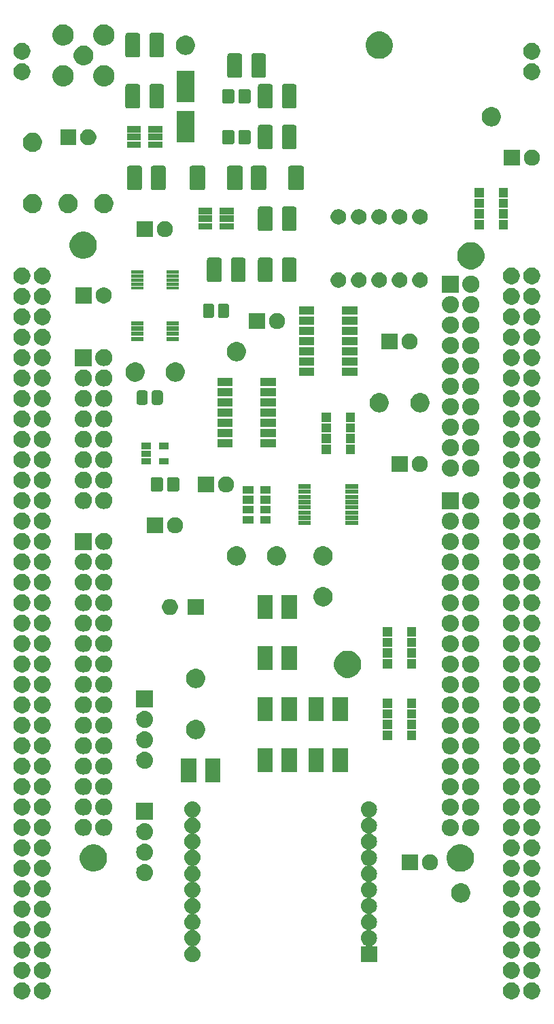
<source format=gbr>
G04 #@! TF.GenerationSoftware,KiCad,Pcbnew,(5.0.1)-3*
G04 #@! TF.CreationDate,2019-01-05T13:11:41+10:00*
G04 #@! TF.ProjectId,stmsplat1,73746D73706C6174312E6B696361645F,rev?*
G04 #@! TF.SameCoordinates,Original*
G04 #@! TF.FileFunction,Soldermask,Top*
G04 #@! TF.FilePolarity,Negative*
%FSLAX46Y46*%
G04 Gerber Fmt 4.6, Leading zero omitted, Abs format (unit mm)*
G04 Created by KiCad (PCBNEW (5.0.1)-3) date 05/01/2019 13:11:41*
%MOMM*%
%LPD*%
G01*
G04 APERTURE LIST*
%ADD10C,0.100000*%
G04 APERTURE END LIST*
D10*
G36*
X122191275Y-153405351D02*
X122382363Y-153484503D01*
X122554337Y-153599412D01*
X122700590Y-153745665D01*
X122815499Y-153917639D01*
X122894651Y-154108727D01*
X122935001Y-154311585D01*
X122935001Y-154518417D01*
X122894651Y-154721275D01*
X122815499Y-154912363D01*
X122700590Y-155084337D01*
X122554337Y-155230590D01*
X122382363Y-155345499D01*
X122191275Y-155424651D01*
X121988417Y-155465001D01*
X121781585Y-155465001D01*
X121578727Y-155424651D01*
X121387639Y-155345499D01*
X121215665Y-155230590D01*
X121069412Y-155084337D01*
X120954503Y-154912363D01*
X120875351Y-154721275D01*
X120835001Y-154518417D01*
X120835001Y-154311585D01*
X120875351Y-154108727D01*
X120954503Y-153917639D01*
X121069412Y-153745665D01*
X121215665Y-153599412D01*
X121387639Y-153484503D01*
X121578727Y-153405351D01*
X121781585Y-153365001D01*
X121988417Y-153365001D01*
X122191275Y-153405351D01*
X122191275Y-153405351D01*
G37*
G36*
X119651275Y-153405351D02*
X119842363Y-153484503D01*
X120014337Y-153599412D01*
X120160590Y-153745665D01*
X120275499Y-153917639D01*
X120354651Y-154108727D01*
X120395001Y-154311585D01*
X120395001Y-154518417D01*
X120354651Y-154721275D01*
X120275499Y-154912363D01*
X120160590Y-155084337D01*
X120014337Y-155230590D01*
X119842363Y-155345499D01*
X119651275Y-155424651D01*
X119448417Y-155465001D01*
X119241585Y-155465001D01*
X119038727Y-155424651D01*
X118847639Y-155345499D01*
X118675665Y-155230590D01*
X118529412Y-155084337D01*
X118414503Y-154912363D01*
X118335351Y-154721275D01*
X118295001Y-154518417D01*
X118295001Y-154311585D01*
X118335351Y-154108727D01*
X118414503Y-153917639D01*
X118529412Y-153745665D01*
X118675665Y-153599412D01*
X118847639Y-153484503D01*
X119038727Y-153405351D01*
X119241585Y-153365001D01*
X119448417Y-153365001D01*
X119651275Y-153405351D01*
X119651275Y-153405351D01*
G37*
G36*
X58691275Y-153405351D02*
X58882363Y-153484503D01*
X59054337Y-153599412D01*
X59200590Y-153745665D01*
X59315499Y-153917639D01*
X59394651Y-154108727D01*
X59435001Y-154311585D01*
X59435001Y-154518417D01*
X59394651Y-154721275D01*
X59315499Y-154912363D01*
X59200590Y-155084337D01*
X59054337Y-155230590D01*
X58882363Y-155345499D01*
X58691275Y-155424651D01*
X58488417Y-155465001D01*
X58281585Y-155465001D01*
X58078727Y-155424651D01*
X57887639Y-155345499D01*
X57715665Y-155230590D01*
X57569412Y-155084337D01*
X57454503Y-154912363D01*
X57375351Y-154721275D01*
X57335001Y-154518417D01*
X57335001Y-154311585D01*
X57375351Y-154108727D01*
X57454503Y-153917639D01*
X57569412Y-153745665D01*
X57715665Y-153599412D01*
X57887639Y-153484503D01*
X58078727Y-153405351D01*
X58281585Y-153365001D01*
X58488417Y-153365001D01*
X58691275Y-153405351D01*
X58691275Y-153405351D01*
G37*
G36*
X61231275Y-153405351D02*
X61422363Y-153484503D01*
X61594337Y-153599412D01*
X61740590Y-153745665D01*
X61855499Y-153917639D01*
X61934651Y-154108727D01*
X61975001Y-154311585D01*
X61975001Y-154518417D01*
X61934651Y-154721275D01*
X61855499Y-154912363D01*
X61740590Y-155084337D01*
X61594337Y-155230590D01*
X61422363Y-155345499D01*
X61231275Y-155424651D01*
X61028417Y-155465001D01*
X60821585Y-155465001D01*
X60618727Y-155424651D01*
X60427639Y-155345499D01*
X60255665Y-155230590D01*
X60109412Y-155084337D01*
X59994503Y-154912363D01*
X59915351Y-154721275D01*
X59875001Y-154518417D01*
X59875001Y-154311585D01*
X59915351Y-154108727D01*
X59994503Y-153917639D01*
X60109412Y-153745665D01*
X60255665Y-153599412D01*
X60427639Y-153484503D01*
X60618727Y-153405351D01*
X60821585Y-153365001D01*
X61028417Y-153365001D01*
X61231275Y-153405351D01*
X61231275Y-153405351D01*
G37*
G36*
X58691275Y-150865351D02*
X58882363Y-150944503D01*
X59054337Y-151059412D01*
X59200590Y-151205665D01*
X59315499Y-151377639D01*
X59394651Y-151568727D01*
X59435001Y-151771585D01*
X59435001Y-151978417D01*
X59394651Y-152181275D01*
X59315499Y-152372363D01*
X59200590Y-152544337D01*
X59054337Y-152690590D01*
X58882363Y-152805499D01*
X58691275Y-152884651D01*
X58488417Y-152925001D01*
X58281585Y-152925001D01*
X58078727Y-152884651D01*
X57887639Y-152805499D01*
X57715665Y-152690590D01*
X57569412Y-152544337D01*
X57454503Y-152372363D01*
X57375351Y-152181275D01*
X57335001Y-151978417D01*
X57335001Y-151771585D01*
X57375351Y-151568727D01*
X57454503Y-151377639D01*
X57569412Y-151205665D01*
X57715665Y-151059412D01*
X57887639Y-150944503D01*
X58078727Y-150865351D01*
X58281585Y-150825001D01*
X58488417Y-150825001D01*
X58691275Y-150865351D01*
X58691275Y-150865351D01*
G37*
G36*
X122191275Y-150865351D02*
X122382363Y-150944503D01*
X122554337Y-151059412D01*
X122700590Y-151205665D01*
X122815499Y-151377639D01*
X122894651Y-151568727D01*
X122935001Y-151771585D01*
X122935001Y-151978417D01*
X122894651Y-152181275D01*
X122815499Y-152372363D01*
X122700590Y-152544337D01*
X122554337Y-152690590D01*
X122382363Y-152805499D01*
X122191275Y-152884651D01*
X121988417Y-152925001D01*
X121781585Y-152925001D01*
X121578727Y-152884651D01*
X121387639Y-152805499D01*
X121215665Y-152690590D01*
X121069412Y-152544337D01*
X120954503Y-152372363D01*
X120875351Y-152181275D01*
X120835001Y-151978417D01*
X120835001Y-151771585D01*
X120875351Y-151568727D01*
X120954503Y-151377639D01*
X121069412Y-151205665D01*
X121215665Y-151059412D01*
X121387639Y-150944503D01*
X121578727Y-150865351D01*
X121781585Y-150825001D01*
X121988417Y-150825001D01*
X122191275Y-150865351D01*
X122191275Y-150865351D01*
G37*
G36*
X61231275Y-150865351D02*
X61422363Y-150944503D01*
X61594337Y-151059412D01*
X61740590Y-151205665D01*
X61855499Y-151377639D01*
X61934651Y-151568727D01*
X61975001Y-151771585D01*
X61975001Y-151978417D01*
X61934651Y-152181275D01*
X61855499Y-152372363D01*
X61740590Y-152544337D01*
X61594337Y-152690590D01*
X61422363Y-152805499D01*
X61231275Y-152884651D01*
X61028417Y-152925001D01*
X60821585Y-152925001D01*
X60618727Y-152884651D01*
X60427639Y-152805499D01*
X60255665Y-152690590D01*
X60109412Y-152544337D01*
X59994503Y-152372363D01*
X59915351Y-152181275D01*
X59875001Y-151978417D01*
X59875001Y-151771585D01*
X59915351Y-151568727D01*
X59994503Y-151377639D01*
X60109412Y-151205665D01*
X60255665Y-151059412D01*
X60427639Y-150944503D01*
X60618727Y-150865351D01*
X60821585Y-150825001D01*
X61028417Y-150825001D01*
X61231275Y-150865351D01*
X61231275Y-150865351D01*
G37*
G36*
X119651275Y-150865351D02*
X119842363Y-150944503D01*
X120014337Y-151059412D01*
X120160590Y-151205665D01*
X120275499Y-151377639D01*
X120354651Y-151568727D01*
X120395001Y-151771585D01*
X120395001Y-151978417D01*
X120354651Y-152181275D01*
X120275499Y-152372363D01*
X120160590Y-152544337D01*
X120014337Y-152690590D01*
X119842363Y-152805499D01*
X119651275Y-152884651D01*
X119448417Y-152925001D01*
X119241585Y-152925001D01*
X119038727Y-152884651D01*
X118847639Y-152805499D01*
X118675665Y-152690590D01*
X118529412Y-152544337D01*
X118414503Y-152372363D01*
X118335351Y-152181275D01*
X118295001Y-151978417D01*
X118295001Y-151771585D01*
X118335351Y-151568727D01*
X118414503Y-151377639D01*
X118529412Y-151205665D01*
X118675665Y-151059412D01*
X118847639Y-150944503D01*
X119038727Y-150865351D01*
X119241585Y-150825001D01*
X119448417Y-150825001D01*
X119651275Y-150865351D01*
X119651275Y-150865351D01*
G37*
G36*
X79796031Y-130874469D02*
X79984534Y-130931650D01*
X80158260Y-131024509D01*
X80310528Y-131149472D01*
X80435491Y-131301740D01*
X80528350Y-131475466D01*
X80585531Y-131663969D01*
X80604839Y-131860000D01*
X80585531Y-132056031D01*
X80528350Y-132244534D01*
X80435491Y-132418260D01*
X80310528Y-132570528D01*
X80158260Y-132695491D01*
X79984534Y-132788350D01*
X79908589Y-132811387D01*
X79899388Y-132815198D01*
X79891108Y-132820731D01*
X79884066Y-132827773D01*
X79878534Y-132836053D01*
X79874722Y-132845253D01*
X79872780Y-132855021D01*
X79872780Y-132864979D01*
X79874722Y-132874746D01*
X79878533Y-132883947D01*
X79884066Y-132892227D01*
X79891108Y-132899269D01*
X79899388Y-132904801D01*
X79908589Y-132908613D01*
X79984534Y-132931650D01*
X80158260Y-133024509D01*
X80310528Y-133149472D01*
X80435491Y-133301740D01*
X80528350Y-133475466D01*
X80585531Y-133663969D01*
X80604839Y-133860000D01*
X80585531Y-134056031D01*
X80528350Y-134244534D01*
X80435491Y-134418260D01*
X80310528Y-134570528D01*
X80158260Y-134695491D01*
X79984534Y-134788350D01*
X79908589Y-134811387D01*
X79899388Y-134815198D01*
X79891108Y-134820731D01*
X79884066Y-134827773D01*
X79878534Y-134836053D01*
X79874722Y-134845253D01*
X79872780Y-134855021D01*
X79872780Y-134864979D01*
X79874722Y-134874746D01*
X79878533Y-134883947D01*
X79884066Y-134892227D01*
X79891108Y-134899269D01*
X79899388Y-134904801D01*
X79908589Y-134908613D01*
X79984534Y-134931650D01*
X80158260Y-135024509D01*
X80310528Y-135149472D01*
X80435491Y-135301740D01*
X80528350Y-135475466D01*
X80585531Y-135663969D01*
X80604839Y-135860000D01*
X80585531Y-136056031D01*
X80528350Y-136244534D01*
X80435491Y-136418260D01*
X80310528Y-136570528D01*
X80158260Y-136695491D01*
X79984534Y-136788350D01*
X79908589Y-136811387D01*
X79899388Y-136815198D01*
X79891108Y-136820731D01*
X79884066Y-136827773D01*
X79878534Y-136836053D01*
X79874722Y-136845253D01*
X79872780Y-136855021D01*
X79872780Y-136864979D01*
X79874722Y-136874746D01*
X79878533Y-136883947D01*
X79884066Y-136892227D01*
X79891108Y-136899269D01*
X79899388Y-136904801D01*
X79908589Y-136908613D01*
X79984534Y-136931650D01*
X80158260Y-137024509D01*
X80310528Y-137149472D01*
X80435491Y-137301740D01*
X80528350Y-137475466D01*
X80585531Y-137663969D01*
X80604839Y-137860000D01*
X80585531Y-138056031D01*
X80528350Y-138244534D01*
X80435491Y-138418260D01*
X80310528Y-138570528D01*
X80158260Y-138695491D01*
X79984534Y-138788350D01*
X79908589Y-138811387D01*
X79899388Y-138815198D01*
X79891108Y-138820731D01*
X79884066Y-138827773D01*
X79878534Y-138836053D01*
X79874722Y-138845253D01*
X79872780Y-138855021D01*
X79872780Y-138864979D01*
X79874722Y-138874746D01*
X79878533Y-138883947D01*
X79884066Y-138892227D01*
X79891108Y-138899269D01*
X79899388Y-138904801D01*
X79908589Y-138908613D01*
X79984534Y-138931650D01*
X80158260Y-139024509D01*
X80310528Y-139149472D01*
X80435491Y-139301740D01*
X80528350Y-139475466D01*
X80585531Y-139663969D01*
X80604839Y-139860000D01*
X80585531Y-140056031D01*
X80528350Y-140244534D01*
X80435491Y-140418260D01*
X80310528Y-140570528D01*
X80158260Y-140695491D01*
X79984534Y-140788350D01*
X79908589Y-140811387D01*
X79899388Y-140815198D01*
X79891108Y-140820731D01*
X79884066Y-140827773D01*
X79878534Y-140836053D01*
X79874722Y-140845253D01*
X79872780Y-140855021D01*
X79872780Y-140864979D01*
X79874722Y-140874746D01*
X79878533Y-140883947D01*
X79884066Y-140892227D01*
X79891108Y-140899269D01*
X79899388Y-140904801D01*
X79908589Y-140908613D01*
X79984534Y-140931650D01*
X80158260Y-141024509D01*
X80310528Y-141149472D01*
X80435491Y-141301740D01*
X80528350Y-141475466D01*
X80585531Y-141663969D01*
X80604839Y-141860000D01*
X80585531Y-142056031D01*
X80528350Y-142244534D01*
X80435491Y-142418260D01*
X80310528Y-142570528D01*
X80158260Y-142695491D01*
X79984534Y-142788350D01*
X79908589Y-142811387D01*
X79899388Y-142815198D01*
X79891108Y-142820731D01*
X79884066Y-142827773D01*
X79878534Y-142836053D01*
X79874722Y-142845253D01*
X79872780Y-142855021D01*
X79872780Y-142864979D01*
X79874722Y-142874746D01*
X79878533Y-142883947D01*
X79884066Y-142892227D01*
X79891108Y-142899269D01*
X79899388Y-142904801D01*
X79908589Y-142908613D01*
X79984534Y-142931650D01*
X80158260Y-143024509D01*
X80310528Y-143149472D01*
X80435491Y-143301740D01*
X80528350Y-143475466D01*
X80585531Y-143663969D01*
X80604839Y-143860000D01*
X80585531Y-144056031D01*
X80528350Y-144244534D01*
X80435491Y-144418260D01*
X80310528Y-144570528D01*
X80158260Y-144695491D01*
X79984534Y-144788350D01*
X79908589Y-144811387D01*
X79899388Y-144815198D01*
X79891108Y-144820731D01*
X79884066Y-144827773D01*
X79878534Y-144836053D01*
X79874722Y-144845253D01*
X79872780Y-144855021D01*
X79872780Y-144864979D01*
X79874722Y-144874746D01*
X79878533Y-144883947D01*
X79884066Y-144892227D01*
X79891108Y-144899269D01*
X79899388Y-144904801D01*
X79908589Y-144908613D01*
X79984534Y-144931650D01*
X80158260Y-145024509D01*
X80310528Y-145149472D01*
X80435491Y-145301740D01*
X80528350Y-145475466D01*
X80585531Y-145663969D01*
X80604839Y-145860000D01*
X80585531Y-146056031D01*
X80528350Y-146244534D01*
X80435491Y-146418260D01*
X80310528Y-146570528D01*
X80158260Y-146695491D01*
X79984534Y-146788350D01*
X79908589Y-146811387D01*
X79899388Y-146815198D01*
X79891108Y-146820731D01*
X79884066Y-146827773D01*
X79878534Y-146836053D01*
X79874722Y-146845253D01*
X79872780Y-146855021D01*
X79872780Y-146864979D01*
X79874722Y-146874746D01*
X79878533Y-146883947D01*
X79884066Y-146892227D01*
X79891108Y-146899269D01*
X79899388Y-146904801D01*
X79908589Y-146908613D01*
X79984534Y-146931650D01*
X80158260Y-147024509D01*
X80310528Y-147149472D01*
X80435491Y-147301740D01*
X80528350Y-147475466D01*
X80585531Y-147663969D01*
X80604839Y-147860000D01*
X80585531Y-148056031D01*
X80528350Y-148244534D01*
X80435491Y-148418260D01*
X80310528Y-148570528D01*
X80158260Y-148695491D01*
X79984534Y-148788350D01*
X79908589Y-148811387D01*
X79899388Y-148815198D01*
X79891108Y-148820731D01*
X79884066Y-148827773D01*
X79878534Y-148836053D01*
X79874722Y-148845253D01*
X79872780Y-148855021D01*
X79872780Y-148864979D01*
X79874722Y-148874746D01*
X79878533Y-148883947D01*
X79884066Y-148892227D01*
X79891108Y-148899269D01*
X79899388Y-148904801D01*
X79908589Y-148908613D01*
X79984534Y-148931650D01*
X80158260Y-149024509D01*
X80310528Y-149149472D01*
X80435491Y-149301740D01*
X80528350Y-149475466D01*
X80585531Y-149663969D01*
X80604839Y-149860000D01*
X80585531Y-150056031D01*
X80528350Y-150244534D01*
X80435491Y-150418260D01*
X80310528Y-150570528D01*
X80158260Y-150695491D01*
X79984534Y-150788350D01*
X79796031Y-150845531D01*
X79649126Y-150860000D01*
X79550874Y-150860000D01*
X79403969Y-150845531D01*
X79215466Y-150788350D01*
X79041740Y-150695491D01*
X78889472Y-150570528D01*
X78764509Y-150418260D01*
X78671650Y-150244534D01*
X78614469Y-150056031D01*
X78595161Y-149860000D01*
X78614469Y-149663969D01*
X78671650Y-149475466D01*
X78764509Y-149301740D01*
X78889472Y-149149472D01*
X79041740Y-149024509D01*
X79215466Y-148931650D01*
X79291411Y-148908613D01*
X79300612Y-148904802D01*
X79308892Y-148899269D01*
X79315934Y-148892227D01*
X79321466Y-148883947D01*
X79325278Y-148874747D01*
X79327220Y-148864979D01*
X79327220Y-148855021D01*
X79325278Y-148845254D01*
X79321467Y-148836053D01*
X79315934Y-148827773D01*
X79308892Y-148820731D01*
X79300612Y-148815199D01*
X79291411Y-148811387D01*
X79215466Y-148788350D01*
X79041740Y-148695491D01*
X78889472Y-148570528D01*
X78764509Y-148418260D01*
X78671650Y-148244534D01*
X78614469Y-148056031D01*
X78595161Y-147860000D01*
X78614469Y-147663969D01*
X78671650Y-147475466D01*
X78764509Y-147301740D01*
X78889472Y-147149472D01*
X79041740Y-147024509D01*
X79215466Y-146931650D01*
X79291411Y-146908613D01*
X79300612Y-146904802D01*
X79308892Y-146899269D01*
X79315934Y-146892227D01*
X79321466Y-146883947D01*
X79325278Y-146874747D01*
X79327220Y-146864979D01*
X79327220Y-146855021D01*
X79325278Y-146845254D01*
X79321467Y-146836053D01*
X79315934Y-146827773D01*
X79308892Y-146820731D01*
X79300612Y-146815199D01*
X79291411Y-146811387D01*
X79215466Y-146788350D01*
X79041740Y-146695491D01*
X78889472Y-146570528D01*
X78764509Y-146418260D01*
X78671650Y-146244534D01*
X78614469Y-146056031D01*
X78595161Y-145860000D01*
X78614469Y-145663969D01*
X78671650Y-145475466D01*
X78764509Y-145301740D01*
X78889472Y-145149472D01*
X79041740Y-145024509D01*
X79215466Y-144931650D01*
X79291411Y-144908613D01*
X79300612Y-144904802D01*
X79308892Y-144899269D01*
X79315934Y-144892227D01*
X79321466Y-144883947D01*
X79325278Y-144874747D01*
X79327220Y-144864979D01*
X79327220Y-144855021D01*
X79325278Y-144845254D01*
X79321467Y-144836053D01*
X79315934Y-144827773D01*
X79308892Y-144820731D01*
X79300612Y-144815199D01*
X79291411Y-144811387D01*
X79215466Y-144788350D01*
X79041740Y-144695491D01*
X78889472Y-144570528D01*
X78764509Y-144418260D01*
X78671650Y-144244534D01*
X78614469Y-144056031D01*
X78595161Y-143860000D01*
X78614469Y-143663969D01*
X78671650Y-143475466D01*
X78764509Y-143301740D01*
X78889472Y-143149472D01*
X79041740Y-143024509D01*
X79215466Y-142931650D01*
X79291411Y-142908613D01*
X79300612Y-142904802D01*
X79308892Y-142899269D01*
X79315934Y-142892227D01*
X79321466Y-142883947D01*
X79325278Y-142874747D01*
X79327220Y-142864979D01*
X79327220Y-142855021D01*
X79325278Y-142845254D01*
X79321467Y-142836053D01*
X79315934Y-142827773D01*
X79308892Y-142820731D01*
X79300612Y-142815199D01*
X79291411Y-142811387D01*
X79215466Y-142788350D01*
X79041740Y-142695491D01*
X78889472Y-142570528D01*
X78764509Y-142418260D01*
X78671650Y-142244534D01*
X78614469Y-142056031D01*
X78595161Y-141860000D01*
X78614469Y-141663969D01*
X78671650Y-141475466D01*
X78764509Y-141301740D01*
X78889472Y-141149472D01*
X79041740Y-141024509D01*
X79215466Y-140931650D01*
X79291411Y-140908613D01*
X79300612Y-140904802D01*
X79308892Y-140899269D01*
X79315934Y-140892227D01*
X79321466Y-140883947D01*
X79325278Y-140874747D01*
X79327220Y-140864979D01*
X79327220Y-140855021D01*
X79325278Y-140845254D01*
X79321467Y-140836053D01*
X79315934Y-140827773D01*
X79308892Y-140820731D01*
X79300612Y-140815199D01*
X79291411Y-140811387D01*
X79215466Y-140788350D01*
X79041740Y-140695491D01*
X78889472Y-140570528D01*
X78764509Y-140418260D01*
X78671650Y-140244534D01*
X78614469Y-140056031D01*
X78595161Y-139860000D01*
X78614469Y-139663969D01*
X78671650Y-139475466D01*
X78764509Y-139301740D01*
X78889472Y-139149472D01*
X79041740Y-139024509D01*
X79215466Y-138931650D01*
X79291411Y-138908613D01*
X79300612Y-138904802D01*
X79308892Y-138899269D01*
X79315934Y-138892227D01*
X79321466Y-138883947D01*
X79325278Y-138874747D01*
X79327220Y-138864979D01*
X79327220Y-138855021D01*
X79325278Y-138845254D01*
X79321467Y-138836053D01*
X79315934Y-138827773D01*
X79308892Y-138820731D01*
X79300612Y-138815199D01*
X79291411Y-138811387D01*
X79215466Y-138788350D01*
X79041740Y-138695491D01*
X78889472Y-138570528D01*
X78764509Y-138418260D01*
X78671650Y-138244534D01*
X78614469Y-138056031D01*
X78595161Y-137860000D01*
X78614469Y-137663969D01*
X78671650Y-137475466D01*
X78764509Y-137301740D01*
X78889472Y-137149472D01*
X79041740Y-137024509D01*
X79215466Y-136931650D01*
X79291411Y-136908613D01*
X79300612Y-136904802D01*
X79308892Y-136899269D01*
X79315934Y-136892227D01*
X79321466Y-136883947D01*
X79325278Y-136874747D01*
X79327220Y-136864979D01*
X79327220Y-136855021D01*
X79325278Y-136845254D01*
X79321467Y-136836053D01*
X79315934Y-136827773D01*
X79308892Y-136820731D01*
X79300612Y-136815199D01*
X79291411Y-136811387D01*
X79215466Y-136788350D01*
X79041740Y-136695491D01*
X78889472Y-136570528D01*
X78764509Y-136418260D01*
X78671650Y-136244534D01*
X78614469Y-136056031D01*
X78595161Y-135860000D01*
X78614469Y-135663969D01*
X78671650Y-135475466D01*
X78764509Y-135301740D01*
X78889472Y-135149472D01*
X79041740Y-135024509D01*
X79215466Y-134931650D01*
X79291411Y-134908613D01*
X79300612Y-134904802D01*
X79308892Y-134899269D01*
X79315934Y-134892227D01*
X79321466Y-134883947D01*
X79325278Y-134874747D01*
X79327220Y-134864979D01*
X79327220Y-134855021D01*
X79325278Y-134845254D01*
X79321467Y-134836053D01*
X79315934Y-134827773D01*
X79308892Y-134820731D01*
X79300612Y-134815199D01*
X79291411Y-134811387D01*
X79215466Y-134788350D01*
X79041740Y-134695491D01*
X78889472Y-134570528D01*
X78764509Y-134418260D01*
X78671650Y-134244534D01*
X78614469Y-134056031D01*
X78595161Y-133860000D01*
X78614469Y-133663969D01*
X78671650Y-133475466D01*
X78764509Y-133301740D01*
X78889472Y-133149472D01*
X79041740Y-133024509D01*
X79215466Y-132931650D01*
X79291411Y-132908613D01*
X79300612Y-132904802D01*
X79308892Y-132899269D01*
X79315934Y-132892227D01*
X79321466Y-132883947D01*
X79325278Y-132874747D01*
X79327220Y-132864979D01*
X79327220Y-132855021D01*
X79325278Y-132845254D01*
X79321467Y-132836053D01*
X79315934Y-132827773D01*
X79308892Y-132820731D01*
X79300612Y-132815199D01*
X79291411Y-132811387D01*
X79215466Y-132788350D01*
X79041740Y-132695491D01*
X78889472Y-132570528D01*
X78764509Y-132418260D01*
X78671650Y-132244534D01*
X78614469Y-132056031D01*
X78595161Y-131860000D01*
X78614469Y-131663969D01*
X78671650Y-131475466D01*
X78764509Y-131301740D01*
X78889472Y-131149472D01*
X79041740Y-131024509D01*
X79215466Y-130931650D01*
X79403969Y-130874469D01*
X79550874Y-130860000D01*
X79649126Y-130860000D01*
X79796031Y-130874469D01*
X79796031Y-130874469D01*
G37*
G36*
X101796031Y-130874469D02*
X101984534Y-130931650D01*
X102158260Y-131024509D01*
X102310528Y-131149472D01*
X102435491Y-131301740D01*
X102528350Y-131475466D01*
X102585531Y-131663969D01*
X102604839Y-131860000D01*
X102585531Y-132056031D01*
X102528350Y-132244534D01*
X102435491Y-132418260D01*
X102310528Y-132570528D01*
X102158260Y-132695491D01*
X101984534Y-132788350D01*
X101908589Y-132811387D01*
X101899388Y-132815198D01*
X101891108Y-132820731D01*
X101884066Y-132827773D01*
X101878534Y-132836053D01*
X101874722Y-132845253D01*
X101872780Y-132855021D01*
X101872780Y-132864979D01*
X101874722Y-132874746D01*
X101878533Y-132883947D01*
X101884066Y-132892227D01*
X101891108Y-132899269D01*
X101899388Y-132904801D01*
X101908589Y-132908613D01*
X101984534Y-132931650D01*
X102158260Y-133024509D01*
X102310528Y-133149472D01*
X102435491Y-133301740D01*
X102528350Y-133475466D01*
X102585531Y-133663969D01*
X102604839Y-133860000D01*
X102585531Y-134056031D01*
X102528350Y-134244534D01*
X102435491Y-134418260D01*
X102310528Y-134570528D01*
X102158260Y-134695491D01*
X101984534Y-134788350D01*
X101908589Y-134811387D01*
X101899388Y-134815198D01*
X101891108Y-134820731D01*
X101884066Y-134827773D01*
X101878534Y-134836053D01*
X101874722Y-134845253D01*
X101872780Y-134855021D01*
X101872780Y-134864979D01*
X101874722Y-134874746D01*
X101878533Y-134883947D01*
X101884066Y-134892227D01*
X101891108Y-134899269D01*
X101899388Y-134904801D01*
X101908589Y-134908613D01*
X101984534Y-134931650D01*
X102158260Y-135024509D01*
X102310528Y-135149472D01*
X102435491Y-135301740D01*
X102528350Y-135475466D01*
X102585531Y-135663969D01*
X102604839Y-135860000D01*
X102585531Y-136056031D01*
X102528350Y-136244534D01*
X102435491Y-136418260D01*
X102310528Y-136570528D01*
X102158260Y-136695491D01*
X101984534Y-136788350D01*
X101908589Y-136811387D01*
X101899388Y-136815198D01*
X101891108Y-136820731D01*
X101884066Y-136827773D01*
X101878534Y-136836053D01*
X101874722Y-136845253D01*
X101872780Y-136855021D01*
X101872780Y-136864979D01*
X101874722Y-136874746D01*
X101878533Y-136883947D01*
X101884066Y-136892227D01*
X101891108Y-136899269D01*
X101899388Y-136904801D01*
X101908589Y-136908613D01*
X101984534Y-136931650D01*
X102158260Y-137024509D01*
X102310528Y-137149472D01*
X102435491Y-137301740D01*
X102528350Y-137475466D01*
X102585531Y-137663969D01*
X102604839Y-137860000D01*
X102585531Y-138056031D01*
X102528350Y-138244534D01*
X102435491Y-138418260D01*
X102310528Y-138570528D01*
X102158260Y-138695491D01*
X101984534Y-138788350D01*
X101908589Y-138811387D01*
X101899388Y-138815198D01*
X101891108Y-138820731D01*
X101884066Y-138827773D01*
X101878534Y-138836053D01*
X101874722Y-138845253D01*
X101872780Y-138855021D01*
X101872780Y-138864979D01*
X101874722Y-138874746D01*
X101878533Y-138883947D01*
X101884066Y-138892227D01*
X101891108Y-138899269D01*
X101899388Y-138904801D01*
X101908589Y-138908613D01*
X101984534Y-138931650D01*
X102158260Y-139024509D01*
X102310528Y-139149472D01*
X102435491Y-139301740D01*
X102528350Y-139475466D01*
X102585531Y-139663969D01*
X102604839Y-139860000D01*
X102585531Y-140056031D01*
X102528350Y-140244534D01*
X102435491Y-140418260D01*
X102310528Y-140570528D01*
X102158260Y-140695491D01*
X101984534Y-140788350D01*
X101908589Y-140811387D01*
X101899388Y-140815198D01*
X101891108Y-140820731D01*
X101884066Y-140827773D01*
X101878534Y-140836053D01*
X101874722Y-140845253D01*
X101872780Y-140855021D01*
X101872780Y-140864979D01*
X101874722Y-140874746D01*
X101878533Y-140883947D01*
X101884066Y-140892227D01*
X101891108Y-140899269D01*
X101899388Y-140904801D01*
X101908589Y-140908613D01*
X101984534Y-140931650D01*
X102158260Y-141024509D01*
X102310528Y-141149472D01*
X102435491Y-141301740D01*
X102528350Y-141475466D01*
X102585531Y-141663969D01*
X102604839Y-141860000D01*
X102585531Y-142056031D01*
X102528350Y-142244534D01*
X102435491Y-142418260D01*
X102310528Y-142570528D01*
X102158260Y-142695491D01*
X101984534Y-142788350D01*
X101908589Y-142811387D01*
X101899388Y-142815198D01*
X101891108Y-142820731D01*
X101884066Y-142827773D01*
X101878534Y-142836053D01*
X101874722Y-142845253D01*
X101872780Y-142855021D01*
X101872780Y-142864979D01*
X101874722Y-142874746D01*
X101878533Y-142883947D01*
X101884066Y-142892227D01*
X101891108Y-142899269D01*
X101899388Y-142904801D01*
X101908589Y-142908613D01*
X101984534Y-142931650D01*
X102158260Y-143024509D01*
X102310528Y-143149472D01*
X102435491Y-143301740D01*
X102528350Y-143475466D01*
X102585531Y-143663969D01*
X102604839Y-143860000D01*
X102585531Y-144056031D01*
X102528350Y-144244534D01*
X102435491Y-144418260D01*
X102310528Y-144570528D01*
X102158260Y-144695491D01*
X101984534Y-144788350D01*
X101908589Y-144811387D01*
X101899388Y-144815198D01*
X101891108Y-144820731D01*
X101884066Y-144827773D01*
X101878534Y-144836053D01*
X101874722Y-144845253D01*
X101872780Y-144855021D01*
X101872780Y-144864979D01*
X101874722Y-144874746D01*
X101878533Y-144883947D01*
X101884066Y-144892227D01*
X101891108Y-144899269D01*
X101899388Y-144904801D01*
X101908589Y-144908613D01*
X101984534Y-144931650D01*
X102158260Y-145024509D01*
X102310528Y-145149472D01*
X102435491Y-145301740D01*
X102528350Y-145475466D01*
X102585531Y-145663969D01*
X102604839Y-145860000D01*
X102585531Y-146056031D01*
X102528350Y-146244534D01*
X102435491Y-146418260D01*
X102310528Y-146570528D01*
X102158260Y-146695491D01*
X101984534Y-146788350D01*
X101908589Y-146811387D01*
X101899388Y-146815198D01*
X101891108Y-146820731D01*
X101884066Y-146827773D01*
X101878534Y-146836053D01*
X101874722Y-146845253D01*
X101872780Y-146855021D01*
X101872780Y-146864979D01*
X101874722Y-146874746D01*
X101878533Y-146883947D01*
X101884066Y-146892227D01*
X101891108Y-146899269D01*
X101899388Y-146904801D01*
X101908589Y-146908613D01*
X101984534Y-146931650D01*
X102158260Y-147024509D01*
X102310528Y-147149472D01*
X102435491Y-147301740D01*
X102528350Y-147475466D01*
X102585531Y-147663969D01*
X102604839Y-147860000D01*
X102585531Y-148056031D01*
X102528350Y-148244534D01*
X102435491Y-148418260D01*
X102310528Y-148570528D01*
X102158260Y-148695491D01*
X102029344Y-148764398D01*
X102021064Y-148769931D01*
X102014022Y-148776973D01*
X102008489Y-148785253D01*
X102004678Y-148794454D01*
X102002736Y-148804221D01*
X102002736Y-148814179D01*
X102004678Y-148823947D01*
X102008489Y-148833147D01*
X102014022Y-148841427D01*
X102021064Y-148848469D01*
X102029344Y-148854002D01*
X102038545Y-148857813D01*
X102053291Y-148860000D01*
X102600000Y-148860000D01*
X102600000Y-150860000D01*
X100600000Y-150860000D01*
X100600000Y-148860000D01*
X101146709Y-148860000D01*
X101156620Y-148859024D01*
X101166149Y-148856133D01*
X101174932Y-148851439D01*
X101182630Y-148845121D01*
X101188948Y-148837423D01*
X101193642Y-148828640D01*
X101196533Y-148819111D01*
X101197509Y-148809200D01*
X101196533Y-148799289D01*
X101193642Y-148789760D01*
X101188948Y-148780977D01*
X101182630Y-148773279D01*
X101170656Y-148764398D01*
X101041740Y-148695491D01*
X100889472Y-148570528D01*
X100764509Y-148418260D01*
X100671650Y-148244534D01*
X100614469Y-148056031D01*
X100595161Y-147860000D01*
X100614469Y-147663969D01*
X100671650Y-147475466D01*
X100764509Y-147301740D01*
X100889472Y-147149472D01*
X101041740Y-147024509D01*
X101215466Y-146931650D01*
X101291411Y-146908613D01*
X101300612Y-146904802D01*
X101308892Y-146899269D01*
X101315934Y-146892227D01*
X101321466Y-146883947D01*
X101325278Y-146874747D01*
X101327220Y-146864979D01*
X101327220Y-146855021D01*
X101325278Y-146845254D01*
X101321467Y-146836053D01*
X101315934Y-146827773D01*
X101308892Y-146820731D01*
X101300612Y-146815199D01*
X101291411Y-146811387D01*
X101215466Y-146788350D01*
X101041740Y-146695491D01*
X100889472Y-146570528D01*
X100764509Y-146418260D01*
X100671650Y-146244534D01*
X100614469Y-146056031D01*
X100595161Y-145860000D01*
X100614469Y-145663969D01*
X100671650Y-145475466D01*
X100764509Y-145301740D01*
X100889472Y-145149472D01*
X101041740Y-145024509D01*
X101215466Y-144931650D01*
X101291411Y-144908613D01*
X101300612Y-144904802D01*
X101308892Y-144899269D01*
X101315934Y-144892227D01*
X101321466Y-144883947D01*
X101325278Y-144874747D01*
X101327220Y-144864979D01*
X101327220Y-144855021D01*
X101325278Y-144845254D01*
X101321467Y-144836053D01*
X101315934Y-144827773D01*
X101308892Y-144820731D01*
X101300612Y-144815199D01*
X101291411Y-144811387D01*
X101215466Y-144788350D01*
X101041740Y-144695491D01*
X100889472Y-144570528D01*
X100764509Y-144418260D01*
X100671650Y-144244534D01*
X100614469Y-144056031D01*
X100595161Y-143860000D01*
X100614469Y-143663969D01*
X100671650Y-143475466D01*
X100764509Y-143301740D01*
X100889472Y-143149472D01*
X101041740Y-143024509D01*
X101215466Y-142931650D01*
X101291411Y-142908613D01*
X101300612Y-142904802D01*
X101308892Y-142899269D01*
X101315934Y-142892227D01*
X101321466Y-142883947D01*
X101325278Y-142874747D01*
X101327220Y-142864979D01*
X101327220Y-142855021D01*
X101325278Y-142845254D01*
X101321467Y-142836053D01*
X101315934Y-142827773D01*
X101308892Y-142820731D01*
X101300612Y-142815199D01*
X101291411Y-142811387D01*
X101215466Y-142788350D01*
X101041740Y-142695491D01*
X100889472Y-142570528D01*
X100764509Y-142418260D01*
X100671650Y-142244534D01*
X100614469Y-142056031D01*
X100595161Y-141860000D01*
X100614469Y-141663969D01*
X100671650Y-141475466D01*
X100764509Y-141301740D01*
X100889472Y-141149472D01*
X101041740Y-141024509D01*
X101215466Y-140931650D01*
X101291411Y-140908613D01*
X101300612Y-140904802D01*
X101308892Y-140899269D01*
X101315934Y-140892227D01*
X101321466Y-140883947D01*
X101325278Y-140874747D01*
X101327220Y-140864979D01*
X101327220Y-140855021D01*
X101325278Y-140845254D01*
X101321467Y-140836053D01*
X101315934Y-140827773D01*
X101308892Y-140820731D01*
X101300612Y-140815199D01*
X101291411Y-140811387D01*
X101215466Y-140788350D01*
X101041740Y-140695491D01*
X100889472Y-140570528D01*
X100764509Y-140418260D01*
X100671650Y-140244534D01*
X100614469Y-140056031D01*
X100595161Y-139860000D01*
X100614469Y-139663969D01*
X100671650Y-139475466D01*
X100764509Y-139301740D01*
X100889472Y-139149472D01*
X101041740Y-139024509D01*
X101215466Y-138931650D01*
X101291411Y-138908613D01*
X101300612Y-138904802D01*
X101308892Y-138899269D01*
X101315934Y-138892227D01*
X101321466Y-138883947D01*
X101325278Y-138874747D01*
X101327220Y-138864979D01*
X101327220Y-138855021D01*
X101325278Y-138845254D01*
X101321467Y-138836053D01*
X101315934Y-138827773D01*
X101308892Y-138820731D01*
X101300612Y-138815199D01*
X101291411Y-138811387D01*
X101215466Y-138788350D01*
X101041740Y-138695491D01*
X100889472Y-138570528D01*
X100764509Y-138418260D01*
X100671650Y-138244534D01*
X100614469Y-138056031D01*
X100595161Y-137860000D01*
X100614469Y-137663969D01*
X100671650Y-137475466D01*
X100764509Y-137301740D01*
X100889472Y-137149472D01*
X101041740Y-137024509D01*
X101215466Y-136931650D01*
X101291411Y-136908613D01*
X101300612Y-136904802D01*
X101308892Y-136899269D01*
X101315934Y-136892227D01*
X101321466Y-136883947D01*
X101325278Y-136874747D01*
X101327220Y-136864979D01*
X101327220Y-136855021D01*
X101325278Y-136845254D01*
X101321467Y-136836053D01*
X101315934Y-136827773D01*
X101308892Y-136820731D01*
X101300612Y-136815199D01*
X101291411Y-136811387D01*
X101215466Y-136788350D01*
X101041740Y-136695491D01*
X100889472Y-136570528D01*
X100764509Y-136418260D01*
X100671650Y-136244534D01*
X100614469Y-136056031D01*
X100595161Y-135860000D01*
X100614469Y-135663969D01*
X100671650Y-135475466D01*
X100764509Y-135301740D01*
X100889472Y-135149472D01*
X101041740Y-135024509D01*
X101215466Y-134931650D01*
X101291411Y-134908613D01*
X101300612Y-134904802D01*
X101308892Y-134899269D01*
X101315934Y-134892227D01*
X101321466Y-134883947D01*
X101325278Y-134874747D01*
X101327220Y-134864979D01*
X101327220Y-134855021D01*
X101325278Y-134845254D01*
X101321467Y-134836053D01*
X101315934Y-134827773D01*
X101308892Y-134820731D01*
X101300612Y-134815199D01*
X101291411Y-134811387D01*
X101215466Y-134788350D01*
X101041740Y-134695491D01*
X100889472Y-134570528D01*
X100764509Y-134418260D01*
X100671650Y-134244534D01*
X100614469Y-134056031D01*
X100595161Y-133860000D01*
X100614469Y-133663969D01*
X100671650Y-133475466D01*
X100764509Y-133301740D01*
X100889472Y-133149472D01*
X101041740Y-133024509D01*
X101215466Y-132931650D01*
X101291411Y-132908613D01*
X101300612Y-132904802D01*
X101308892Y-132899269D01*
X101315934Y-132892227D01*
X101321466Y-132883947D01*
X101325278Y-132874747D01*
X101327220Y-132864979D01*
X101327220Y-132855021D01*
X101325278Y-132845254D01*
X101321467Y-132836053D01*
X101315934Y-132827773D01*
X101308892Y-132820731D01*
X101300612Y-132815199D01*
X101291411Y-132811387D01*
X101215466Y-132788350D01*
X101041740Y-132695491D01*
X100889472Y-132570528D01*
X100764509Y-132418260D01*
X100671650Y-132244534D01*
X100614469Y-132056031D01*
X100595161Y-131860000D01*
X100614469Y-131663969D01*
X100671650Y-131475466D01*
X100764509Y-131301740D01*
X100889472Y-131149472D01*
X101041740Y-131024509D01*
X101215466Y-130931650D01*
X101403969Y-130874469D01*
X101550874Y-130860000D01*
X101649126Y-130860000D01*
X101796031Y-130874469D01*
X101796031Y-130874469D01*
G37*
G36*
X119651275Y-148325351D02*
X119842363Y-148404503D01*
X120014337Y-148519412D01*
X120160590Y-148665665D01*
X120275499Y-148837639D01*
X120354651Y-149028727D01*
X120395001Y-149231585D01*
X120395001Y-149438417D01*
X120354651Y-149641275D01*
X120275499Y-149832363D01*
X120160590Y-150004337D01*
X120014337Y-150150590D01*
X119842363Y-150265499D01*
X119651275Y-150344651D01*
X119448417Y-150385001D01*
X119241585Y-150385001D01*
X119038727Y-150344651D01*
X118847639Y-150265499D01*
X118675665Y-150150590D01*
X118529412Y-150004337D01*
X118414503Y-149832363D01*
X118335351Y-149641275D01*
X118295001Y-149438417D01*
X118295001Y-149231585D01*
X118335351Y-149028727D01*
X118414503Y-148837639D01*
X118529412Y-148665665D01*
X118675665Y-148519412D01*
X118847639Y-148404503D01*
X119038727Y-148325351D01*
X119241585Y-148285001D01*
X119448417Y-148285001D01*
X119651275Y-148325351D01*
X119651275Y-148325351D01*
G37*
G36*
X122191275Y-148325351D02*
X122382363Y-148404503D01*
X122554337Y-148519412D01*
X122700590Y-148665665D01*
X122815499Y-148837639D01*
X122894651Y-149028727D01*
X122935001Y-149231585D01*
X122935001Y-149438417D01*
X122894651Y-149641275D01*
X122815499Y-149832363D01*
X122700590Y-150004337D01*
X122554337Y-150150590D01*
X122382363Y-150265499D01*
X122191275Y-150344651D01*
X121988417Y-150385001D01*
X121781585Y-150385001D01*
X121578727Y-150344651D01*
X121387639Y-150265499D01*
X121215665Y-150150590D01*
X121069412Y-150004337D01*
X120954503Y-149832363D01*
X120875351Y-149641275D01*
X120835001Y-149438417D01*
X120835001Y-149231585D01*
X120875351Y-149028727D01*
X120954503Y-148837639D01*
X121069412Y-148665665D01*
X121215665Y-148519412D01*
X121387639Y-148404503D01*
X121578727Y-148325351D01*
X121781585Y-148285001D01*
X121988417Y-148285001D01*
X122191275Y-148325351D01*
X122191275Y-148325351D01*
G37*
G36*
X58691275Y-148325351D02*
X58882363Y-148404503D01*
X59054337Y-148519412D01*
X59200590Y-148665665D01*
X59315499Y-148837639D01*
X59394651Y-149028727D01*
X59435001Y-149231585D01*
X59435001Y-149438417D01*
X59394651Y-149641275D01*
X59315499Y-149832363D01*
X59200590Y-150004337D01*
X59054337Y-150150590D01*
X58882363Y-150265499D01*
X58691275Y-150344651D01*
X58488417Y-150385001D01*
X58281585Y-150385001D01*
X58078727Y-150344651D01*
X57887639Y-150265499D01*
X57715665Y-150150590D01*
X57569412Y-150004337D01*
X57454503Y-149832363D01*
X57375351Y-149641275D01*
X57335001Y-149438417D01*
X57335001Y-149231585D01*
X57375351Y-149028727D01*
X57454503Y-148837639D01*
X57569412Y-148665665D01*
X57715665Y-148519412D01*
X57887639Y-148404503D01*
X58078727Y-148325351D01*
X58281585Y-148285001D01*
X58488417Y-148285001D01*
X58691275Y-148325351D01*
X58691275Y-148325351D01*
G37*
G36*
X61231275Y-148325351D02*
X61422363Y-148404503D01*
X61594337Y-148519412D01*
X61740590Y-148665665D01*
X61855499Y-148837639D01*
X61934651Y-149028727D01*
X61975001Y-149231585D01*
X61975001Y-149438417D01*
X61934651Y-149641275D01*
X61855499Y-149832363D01*
X61740590Y-150004337D01*
X61594337Y-150150590D01*
X61422363Y-150265499D01*
X61231275Y-150344651D01*
X61028417Y-150385001D01*
X60821585Y-150385001D01*
X60618727Y-150344651D01*
X60427639Y-150265499D01*
X60255665Y-150150590D01*
X60109412Y-150004337D01*
X59994503Y-149832363D01*
X59915351Y-149641275D01*
X59875001Y-149438417D01*
X59875001Y-149231585D01*
X59915351Y-149028727D01*
X59994503Y-148837639D01*
X60109412Y-148665665D01*
X60255665Y-148519412D01*
X60427639Y-148404503D01*
X60618727Y-148325351D01*
X60821585Y-148285001D01*
X61028417Y-148285001D01*
X61231275Y-148325351D01*
X61231275Y-148325351D01*
G37*
G36*
X58691275Y-145785351D02*
X58882363Y-145864503D01*
X59054337Y-145979412D01*
X59200590Y-146125665D01*
X59315499Y-146297639D01*
X59394651Y-146488727D01*
X59435001Y-146691585D01*
X59435001Y-146898417D01*
X59394651Y-147101275D01*
X59315499Y-147292363D01*
X59200590Y-147464337D01*
X59054337Y-147610590D01*
X58882363Y-147725499D01*
X58691275Y-147804651D01*
X58488417Y-147845001D01*
X58281585Y-147845001D01*
X58078727Y-147804651D01*
X57887639Y-147725499D01*
X57715665Y-147610590D01*
X57569412Y-147464337D01*
X57454503Y-147292363D01*
X57375351Y-147101275D01*
X57335001Y-146898417D01*
X57335001Y-146691585D01*
X57375351Y-146488727D01*
X57454503Y-146297639D01*
X57569412Y-146125665D01*
X57715665Y-145979412D01*
X57887639Y-145864503D01*
X58078727Y-145785351D01*
X58281585Y-145745001D01*
X58488417Y-145745001D01*
X58691275Y-145785351D01*
X58691275Y-145785351D01*
G37*
G36*
X61231275Y-145785351D02*
X61422363Y-145864503D01*
X61594337Y-145979412D01*
X61740590Y-146125665D01*
X61855499Y-146297639D01*
X61934651Y-146488727D01*
X61975001Y-146691585D01*
X61975001Y-146898417D01*
X61934651Y-147101275D01*
X61855499Y-147292363D01*
X61740590Y-147464337D01*
X61594337Y-147610590D01*
X61422363Y-147725499D01*
X61231275Y-147804651D01*
X61028417Y-147845001D01*
X60821585Y-147845001D01*
X60618727Y-147804651D01*
X60427639Y-147725499D01*
X60255665Y-147610590D01*
X60109412Y-147464337D01*
X59994503Y-147292363D01*
X59915351Y-147101275D01*
X59875001Y-146898417D01*
X59875001Y-146691585D01*
X59915351Y-146488727D01*
X59994503Y-146297639D01*
X60109412Y-146125665D01*
X60255665Y-145979412D01*
X60427639Y-145864503D01*
X60618727Y-145785351D01*
X60821585Y-145745001D01*
X61028417Y-145745001D01*
X61231275Y-145785351D01*
X61231275Y-145785351D01*
G37*
G36*
X119651275Y-145785351D02*
X119842363Y-145864503D01*
X120014337Y-145979412D01*
X120160590Y-146125665D01*
X120275499Y-146297639D01*
X120354651Y-146488727D01*
X120395001Y-146691585D01*
X120395001Y-146898417D01*
X120354651Y-147101275D01*
X120275499Y-147292363D01*
X120160590Y-147464337D01*
X120014337Y-147610590D01*
X119842363Y-147725499D01*
X119651275Y-147804651D01*
X119448417Y-147845001D01*
X119241585Y-147845001D01*
X119038727Y-147804651D01*
X118847639Y-147725499D01*
X118675665Y-147610590D01*
X118529412Y-147464337D01*
X118414503Y-147292363D01*
X118335351Y-147101275D01*
X118295001Y-146898417D01*
X118295001Y-146691585D01*
X118335351Y-146488727D01*
X118414503Y-146297639D01*
X118529412Y-146125665D01*
X118675665Y-145979412D01*
X118847639Y-145864503D01*
X119038727Y-145785351D01*
X119241585Y-145745001D01*
X119448417Y-145745001D01*
X119651275Y-145785351D01*
X119651275Y-145785351D01*
G37*
G36*
X122191275Y-145785351D02*
X122382363Y-145864503D01*
X122554337Y-145979412D01*
X122700590Y-146125665D01*
X122815499Y-146297639D01*
X122894651Y-146488727D01*
X122935001Y-146691585D01*
X122935001Y-146898417D01*
X122894651Y-147101275D01*
X122815499Y-147292363D01*
X122700590Y-147464337D01*
X122554337Y-147610590D01*
X122382363Y-147725499D01*
X122191275Y-147804651D01*
X121988417Y-147845001D01*
X121781585Y-147845001D01*
X121578727Y-147804651D01*
X121387639Y-147725499D01*
X121215665Y-147610590D01*
X121069412Y-147464337D01*
X120954503Y-147292363D01*
X120875351Y-147101275D01*
X120835001Y-146898417D01*
X120835001Y-146691585D01*
X120875351Y-146488727D01*
X120954503Y-146297639D01*
X121069412Y-146125665D01*
X121215665Y-145979412D01*
X121387639Y-145864503D01*
X121578727Y-145785351D01*
X121781585Y-145745001D01*
X121988417Y-145745001D01*
X122191275Y-145785351D01*
X122191275Y-145785351D01*
G37*
G36*
X119651275Y-143245351D02*
X119842363Y-143324503D01*
X120014337Y-143439412D01*
X120160590Y-143585665D01*
X120275499Y-143757639D01*
X120354651Y-143948727D01*
X120395001Y-144151585D01*
X120395001Y-144358417D01*
X120354651Y-144561275D01*
X120275499Y-144752363D01*
X120160590Y-144924337D01*
X120014337Y-145070590D01*
X119842363Y-145185499D01*
X119651275Y-145264651D01*
X119448417Y-145305001D01*
X119241585Y-145305001D01*
X119038727Y-145264651D01*
X118847639Y-145185499D01*
X118675665Y-145070590D01*
X118529412Y-144924337D01*
X118414503Y-144752363D01*
X118335351Y-144561275D01*
X118295001Y-144358417D01*
X118295001Y-144151585D01*
X118335351Y-143948727D01*
X118414503Y-143757639D01*
X118529412Y-143585665D01*
X118675665Y-143439412D01*
X118847639Y-143324503D01*
X119038727Y-143245351D01*
X119241585Y-143205001D01*
X119448417Y-143205001D01*
X119651275Y-143245351D01*
X119651275Y-143245351D01*
G37*
G36*
X122191275Y-143245351D02*
X122382363Y-143324503D01*
X122554337Y-143439412D01*
X122700590Y-143585665D01*
X122815499Y-143757639D01*
X122894651Y-143948727D01*
X122935001Y-144151585D01*
X122935001Y-144358417D01*
X122894651Y-144561275D01*
X122815499Y-144752363D01*
X122700590Y-144924337D01*
X122554337Y-145070590D01*
X122382363Y-145185499D01*
X122191275Y-145264651D01*
X121988417Y-145305001D01*
X121781585Y-145305001D01*
X121578727Y-145264651D01*
X121387639Y-145185499D01*
X121215665Y-145070590D01*
X121069412Y-144924337D01*
X120954503Y-144752363D01*
X120875351Y-144561275D01*
X120835001Y-144358417D01*
X120835001Y-144151585D01*
X120875351Y-143948727D01*
X120954503Y-143757639D01*
X121069412Y-143585665D01*
X121215665Y-143439412D01*
X121387639Y-143324503D01*
X121578727Y-143245351D01*
X121781585Y-143205001D01*
X121988417Y-143205001D01*
X122191275Y-143245351D01*
X122191275Y-143245351D01*
G37*
G36*
X61231275Y-143245351D02*
X61422363Y-143324503D01*
X61594337Y-143439412D01*
X61740590Y-143585665D01*
X61855499Y-143757639D01*
X61934651Y-143948727D01*
X61975001Y-144151585D01*
X61975001Y-144358417D01*
X61934651Y-144561275D01*
X61855499Y-144752363D01*
X61740590Y-144924337D01*
X61594337Y-145070590D01*
X61422363Y-145185499D01*
X61231275Y-145264651D01*
X61028417Y-145305001D01*
X60821585Y-145305001D01*
X60618727Y-145264651D01*
X60427639Y-145185499D01*
X60255665Y-145070590D01*
X60109412Y-144924337D01*
X59994503Y-144752363D01*
X59915351Y-144561275D01*
X59875001Y-144358417D01*
X59875001Y-144151585D01*
X59915351Y-143948727D01*
X59994503Y-143757639D01*
X60109412Y-143585665D01*
X60255665Y-143439412D01*
X60427639Y-143324503D01*
X60618727Y-143245351D01*
X60821585Y-143205001D01*
X61028417Y-143205001D01*
X61231275Y-143245351D01*
X61231275Y-143245351D01*
G37*
G36*
X58691275Y-143245351D02*
X58882363Y-143324503D01*
X59054337Y-143439412D01*
X59200590Y-143585665D01*
X59315499Y-143757639D01*
X59394651Y-143948727D01*
X59435001Y-144151585D01*
X59435001Y-144358417D01*
X59394651Y-144561275D01*
X59315499Y-144752363D01*
X59200590Y-144924337D01*
X59054337Y-145070590D01*
X58882363Y-145185499D01*
X58691275Y-145264651D01*
X58488417Y-145305001D01*
X58281585Y-145305001D01*
X58078727Y-145264651D01*
X57887639Y-145185499D01*
X57715665Y-145070590D01*
X57569412Y-144924337D01*
X57454503Y-144752363D01*
X57375351Y-144561275D01*
X57335001Y-144358417D01*
X57335001Y-144151585D01*
X57375351Y-143948727D01*
X57454503Y-143757639D01*
X57569412Y-143585665D01*
X57715665Y-143439412D01*
X57887639Y-143324503D01*
X58078727Y-143245351D01*
X58281585Y-143205001D01*
X58488417Y-143205001D01*
X58691275Y-143245351D01*
X58691275Y-143245351D01*
G37*
G36*
X113176664Y-141045664D02*
X113380029Y-141086116D01*
X113598411Y-141176572D01*
X113659876Y-141217642D01*
X113794955Y-141307899D01*
X113962101Y-141475045D01*
X113962382Y-141475466D01*
X114093428Y-141671589D01*
X114183884Y-141889971D01*
X114183884Y-141889973D01*
X114230000Y-142121810D01*
X114230000Y-142358190D01*
X114218051Y-142418260D01*
X114183884Y-142590029D01*
X114093428Y-142808411D01*
X114032718Y-142899269D01*
X113962101Y-143004955D01*
X113794955Y-143172101D01*
X113729441Y-143215876D01*
X113598411Y-143303428D01*
X113380029Y-143393884D01*
X113225469Y-143424628D01*
X113148190Y-143440000D01*
X112911810Y-143440000D01*
X112834531Y-143424628D01*
X112679971Y-143393884D01*
X112461589Y-143303428D01*
X112330559Y-143215876D01*
X112265045Y-143172101D01*
X112097899Y-143004955D01*
X112027282Y-142899269D01*
X111966572Y-142808411D01*
X111876116Y-142590029D01*
X111841949Y-142418260D01*
X111830000Y-142358190D01*
X111830000Y-142121810D01*
X111876116Y-141889973D01*
X111876116Y-141889971D01*
X111966572Y-141671589D01*
X112097618Y-141475466D01*
X112097899Y-141475045D01*
X112265045Y-141307899D01*
X112400124Y-141217642D01*
X112461589Y-141176572D01*
X112679971Y-141086116D01*
X112883336Y-141045664D01*
X112911810Y-141040000D01*
X113148190Y-141040000D01*
X113176664Y-141045664D01*
X113176664Y-141045664D01*
G37*
G36*
X61231275Y-140705351D02*
X61422363Y-140784503D01*
X61594337Y-140899412D01*
X61740590Y-141045665D01*
X61855499Y-141217639D01*
X61934651Y-141408727D01*
X61975001Y-141611585D01*
X61975001Y-141818417D01*
X61934651Y-142021275D01*
X61855499Y-142212363D01*
X61740590Y-142384337D01*
X61594337Y-142530590D01*
X61422363Y-142645499D01*
X61231275Y-142724651D01*
X61028417Y-142765001D01*
X60821585Y-142765001D01*
X60618727Y-142724651D01*
X60427639Y-142645499D01*
X60255665Y-142530590D01*
X60109412Y-142384337D01*
X59994503Y-142212363D01*
X59915351Y-142021275D01*
X59875001Y-141818417D01*
X59875001Y-141611585D01*
X59915351Y-141408727D01*
X59994503Y-141217639D01*
X60109412Y-141045665D01*
X60255665Y-140899412D01*
X60427639Y-140784503D01*
X60618727Y-140705351D01*
X60821585Y-140665001D01*
X61028417Y-140665001D01*
X61231275Y-140705351D01*
X61231275Y-140705351D01*
G37*
G36*
X122191275Y-140705351D02*
X122382363Y-140784503D01*
X122554337Y-140899412D01*
X122700590Y-141045665D01*
X122815499Y-141217639D01*
X122894651Y-141408727D01*
X122935001Y-141611585D01*
X122935001Y-141818417D01*
X122894651Y-142021275D01*
X122815499Y-142212363D01*
X122700590Y-142384337D01*
X122554337Y-142530590D01*
X122382363Y-142645499D01*
X122191275Y-142724651D01*
X121988417Y-142765001D01*
X121781585Y-142765001D01*
X121578727Y-142724651D01*
X121387639Y-142645499D01*
X121215665Y-142530590D01*
X121069412Y-142384337D01*
X120954503Y-142212363D01*
X120875351Y-142021275D01*
X120835001Y-141818417D01*
X120835001Y-141611585D01*
X120875351Y-141408727D01*
X120954503Y-141217639D01*
X121069412Y-141045665D01*
X121215665Y-140899412D01*
X121387639Y-140784503D01*
X121578727Y-140705351D01*
X121781585Y-140665001D01*
X121988417Y-140665001D01*
X122191275Y-140705351D01*
X122191275Y-140705351D01*
G37*
G36*
X119651275Y-140705351D02*
X119842363Y-140784503D01*
X120014337Y-140899412D01*
X120160590Y-141045665D01*
X120275499Y-141217639D01*
X120354651Y-141408727D01*
X120395001Y-141611585D01*
X120395001Y-141818417D01*
X120354651Y-142021275D01*
X120275499Y-142212363D01*
X120160590Y-142384337D01*
X120014337Y-142530590D01*
X119842363Y-142645499D01*
X119651275Y-142724651D01*
X119448417Y-142765001D01*
X119241585Y-142765001D01*
X119038727Y-142724651D01*
X118847639Y-142645499D01*
X118675665Y-142530590D01*
X118529412Y-142384337D01*
X118414503Y-142212363D01*
X118335351Y-142021275D01*
X118295001Y-141818417D01*
X118295001Y-141611585D01*
X118335351Y-141408727D01*
X118414503Y-141217639D01*
X118529412Y-141045665D01*
X118675665Y-140899412D01*
X118847639Y-140784503D01*
X119038727Y-140705351D01*
X119241585Y-140665001D01*
X119448417Y-140665001D01*
X119651275Y-140705351D01*
X119651275Y-140705351D01*
G37*
G36*
X58691275Y-140705351D02*
X58882363Y-140784503D01*
X59054337Y-140899412D01*
X59200590Y-141045665D01*
X59315499Y-141217639D01*
X59394651Y-141408727D01*
X59435001Y-141611585D01*
X59435001Y-141818417D01*
X59394651Y-142021275D01*
X59315499Y-142212363D01*
X59200590Y-142384337D01*
X59054337Y-142530590D01*
X58882363Y-142645499D01*
X58691275Y-142724651D01*
X58488417Y-142765001D01*
X58281585Y-142765001D01*
X58078727Y-142724651D01*
X57887639Y-142645499D01*
X57715665Y-142530590D01*
X57569412Y-142384337D01*
X57454503Y-142212363D01*
X57375351Y-142021275D01*
X57335001Y-141818417D01*
X57335001Y-141611585D01*
X57375351Y-141408727D01*
X57454503Y-141217639D01*
X57569412Y-141045665D01*
X57715665Y-140899412D01*
X57887639Y-140784503D01*
X58078727Y-140705351D01*
X58281585Y-140665001D01*
X58488417Y-140665001D01*
X58691275Y-140705351D01*
X58691275Y-140705351D01*
G37*
G36*
X73865832Y-138665192D02*
X73865835Y-138665193D01*
X73865836Y-138665193D01*
X74063762Y-138725233D01*
X74181843Y-138788349D01*
X74246173Y-138822734D01*
X74406054Y-138953946D01*
X74537266Y-139113827D01*
X74537267Y-139113829D01*
X74634767Y-139296238D01*
X74675343Y-139430000D01*
X74694808Y-139494168D01*
X74715081Y-139700000D01*
X74694808Y-139905832D01*
X74694807Y-139905835D01*
X74694807Y-139905836D01*
X74634767Y-140103762D01*
X74559522Y-140244535D01*
X74537266Y-140286173D01*
X74406054Y-140446054D01*
X74246173Y-140577266D01*
X74246171Y-140577267D01*
X74063762Y-140674767D01*
X73865836Y-140734807D01*
X73865835Y-140734807D01*
X73865832Y-140734808D01*
X73711584Y-140750000D01*
X73608416Y-140750000D01*
X73454168Y-140734808D01*
X73454165Y-140734807D01*
X73454164Y-140734807D01*
X73256238Y-140674767D01*
X73073829Y-140577267D01*
X73073827Y-140577266D01*
X72913946Y-140446054D01*
X72782734Y-140286173D01*
X72760478Y-140244535D01*
X72685233Y-140103762D01*
X72625193Y-139905836D01*
X72625193Y-139905835D01*
X72625192Y-139905832D01*
X72604919Y-139700000D01*
X72625192Y-139494168D01*
X72644657Y-139430000D01*
X72685233Y-139296238D01*
X72782733Y-139113829D01*
X72782734Y-139113827D01*
X72913946Y-138953946D01*
X73073827Y-138822734D01*
X73138157Y-138788349D01*
X73256238Y-138725233D01*
X73454164Y-138665193D01*
X73454165Y-138665193D01*
X73454168Y-138665192D01*
X73608416Y-138650000D01*
X73711584Y-138650000D01*
X73865832Y-138665192D01*
X73865832Y-138665192D01*
G37*
G36*
X119651275Y-138165351D02*
X119842363Y-138244503D01*
X120014337Y-138359412D01*
X120160590Y-138505665D01*
X120275499Y-138677639D01*
X120354651Y-138868727D01*
X120395001Y-139071585D01*
X120395001Y-139278417D01*
X120354651Y-139481275D01*
X120275499Y-139672363D01*
X120160590Y-139844337D01*
X120014337Y-139990590D01*
X119842363Y-140105499D01*
X119651275Y-140184651D01*
X119448417Y-140225001D01*
X119241585Y-140225001D01*
X119038727Y-140184651D01*
X118847639Y-140105499D01*
X118675665Y-139990590D01*
X118529412Y-139844337D01*
X118414503Y-139672363D01*
X118335351Y-139481275D01*
X118295001Y-139278417D01*
X118295001Y-139071585D01*
X118335351Y-138868727D01*
X118414503Y-138677639D01*
X118529412Y-138505665D01*
X118675665Y-138359412D01*
X118847639Y-138244503D01*
X119038727Y-138165351D01*
X119241585Y-138125001D01*
X119448417Y-138125001D01*
X119651275Y-138165351D01*
X119651275Y-138165351D01*
G37*
G36*
X61231275Y-138165351D02*
X61422363Y-138244503D01*
X61594337Y-138359412D01*
X61740590Y-138505665D01*
X61855499Y-138677639D01*
X61934651Y-138868727D01*
X61975001Y-139071585D01*
X61975001Y-139278417D01*
X61934651Y-139481275D01*
X61855499Y-139672363D01*
X61740590Y-139844337D01*
X61594337Y-139990590D01*
X61422363Y-140105499D01*
X61231275Y-140184651D01*
X61028417Y-140225001D01*
X60821585Y-140225001D01*
X60618727Y-140184651D01*
X60427639Y-140105499D01*
X60255665Y-139990590D01*
X60109412Y-139844337D01*
X59994503Y-139672363D01*
X59915351Y-139481275D01*
X59875001Y-139278417D01*
X59875001Y-139071585D01*
X59915351Y-138868727D01*
X59994503Y-138677639D01*
X60109412Y-138505665D01*
X60255665Y-138359412D01*
X60427639Y-138244503D01*
X60618727Y-138165351D01*
X60821585Y-138125001D01*
X61028417Y-138125001D01*
X61231275Y-138165351D01*
X61231275Y-138165351D01*
G37*
G36*
X58691275Y-138165351D02*
X58882363Y-138244503D01*
X59054337Y-138359412D01*
X59200590Y-138505665D01*
X59315499Y-138677639D01*
X59394651Y-138868727D01*
X59435001Y-139071585D01*
X59435001Y-139278417D01*
X59394651Y-139481275D01*
X59315499Y-139672363D01*
X59200590Y-139844337D01*
X59054337Y-139990590D01*
X58882363Y-140105499D01*
X58691275Y-140184651D01*
X58488417Y-140225001D01*
X58281585Y-140225001D01*
X58078727Y-140184651D01*
X57887639Y-140105499D01*
X57715665Y-139990590D01*
X57569412Y-139844337D01*
X57454503Y-139672363D01*
X57375351Y-139481275D01*
X57335001Y-139278417D01*
X57335001Y-139071585D01*
X57375351Y-138868727D01*
X57454503Y-138677639D01*
X57569412Y-138505665D01*
X57715665Y-138359412D01*
X57887639Y-138244503D01*
X58078727Y-138165351D01*
X58281585Y-138125001D01*
X58488417Y-138125001D01*
X58691275Y-138165351D01*
X58691275Y-138165351D01*
G37*
G36*
X122191275Y-138165351D02*
X122382363Y-138244503D01*
X122554337Y-138359412D01*
X122700590Y-138505665D01*
X122815499Y-138677639D01*
X122894651Y-138868727D01*
X122935001Y-139071585D01*
X122935001Y-139278417D01*
X122894651Y-139481275D01*
X122815499Y-139672363D01*
X122700590Y-139844337D01*
X122554337Y-139990590D01*
X122382363Y-140105499D01*
X122191275Y-140184651D01*
X121988417Y-140225001D01*
X121781585Y-140225001D01*
X121578727Y-140184651D01*
X121387639Y-140105499D01*
X121215665Y-139990590D01*
X121069412Y-139844337D01*
X120954503Y-139672363D01*
X120875351Y-139481275D01*
X120835001Y-139278417D01*
X120835001Y-139071585D01*
X120875351Y-138868727D01*
X120954503Y-138677639D01*
X121069412Y-138505665D01*
X121215665Y-138359412D01*
X121387639Y-138244503D01*
X121578727Y-138165351D01*
X121781585Y-138125001D01*
X121988417Y-138125001D01*
X122191275Y-138165351D01*
X122191275Y-138165351D01*
G37*
G36*
X113480873Y-136280331D02*
X113720164Y-136379448D01*
X113766109Y-136398479D01*
X113790253Y-136408480D01*
X114068688Y-136594524D01*
X114305478Y-136831314D01*
X114491522Y-137109749D01*
X114619671Y-137419129D01*
X114685001Y-137747566D01*
X114685001Y-138082436D01*
X114619671Y-138410873D01*
X114491522Y-138720253D01*
X114305478Y-138998688D01*
X114068688Y-139235478D01*
X113790253Y-139421522D01*
X113790252Y-139421523D01*
X113790251Y-139421523D01*
X113720164Y-139450554D01*
X113480873Y-139549671D01*
X113152436Y-139615001D01*
X112817566Y-139615001D01*
X112489129Y-139549671D01*
X112249838Y-139450554D01*
X112179751Y-139421523D01*
X112179750Y-139421523D01*
X112179749Y-139421522D01*
X111901314Y-139235478D01*
X111664524Y-138998688D01*
X111478480Y-138720253D01*
X111350331Y-138410873D01*
X111285001Y-138082436D01*
X111285001Y-137747566D01*
X111350331Y-137419129D01*
X111478480Y-137109749D01*
X111664524Y-136831314D01*
X111901314Y-136594524D01*
X112179749Y-136408480D01*
X112203894Y-136398479D01*
X112249838Y-136379448D01*
X112489129Y-136280331D01*
X112817566Y-136215001D01*
X113152436Y-136215001D01*
X113480873Y-136280331D01*
X113480873Y-136280331D01*
G37*
G36*
X67770873Y-136270331D02*
X68080253Y-136398480D01*
X68358688Y-136584524D01*
X68595478Y-136821314D01*
X68781522Y-137099749D01*
X68909671Y-137409129D01*
X68975001Y-137737566D01*
X68975001Y-138072436D01*
X68909671Y-138400873D01*
X68781522Y-138710253D01*
X68595478Y-138988688D01*
X68358688Y-139225478D01*
X68080253Y-139411522D01*
X68080252Y-139411523D01*
X68080251Y-139411523D01*
X68035643Y-139430000D01*
X67770873Y-139539671D01*
X67442436Y-139605001D01*
X67107566Y-139605001D01*
X66779129Y-139539671D01*
X66514359Y-139430000D01*
X66469751Y-139411523D01*
X66469750Y-139411523D01*
X66469749Y-139411522D01*
X66191314Y-139225478D01*
X65954524Y-138988688D01*
X65768480Y-138710253D01*
X65640331Y-138400873D01*
X65575001Y-138072436D01*
X65575001Y-137737566D01*
X65640331Y-137409129D01*
X65768480Y-137099749D01*
X65954524Y-136821314D01*
X66191314Y-136584524D01*
X66469749Y-136398480D01*
X66779129Y-136270331D01*
X67107566Y-136205001D01*
X67442436Y-136205001D01*
X67770873Y-136270331D01*
X67770873Y-136270331D01*
G37*
G36*
X109471689Y-137468429D02*
X109653678Y-137543811D01*
X109817463Y-137653249D01*
X109956751Y-137792537D01*
X110066189Y-137956322D01*
X110141571Y-138138311D01*
X110180000Y-138331509D01*
X110180000Y-138528491D01*
X110141571Y-138721689D01*
X110066189Y-138903678D01*
X109956751Y-139067463D01*
X109817463Y-139206751D01*
X109653678Y-139316189D01*
X109471689Y-139391571D01*
X109278491Y-139430000D01*
X109081509Y-139430000D01*
X108888311Y-139391571D01*
X108706322Y-139316189D01*
X108542537Y-139206751D01*
X108403249Y-139067463D01*
X108293811Y-138903678D01*
X108218429Y-138721689D01*
X108180000Y-138528491D01*
X108180000Y-138331509D01*
X108218429Y-138138311D01*
X108293811Y-137956322D01*
X108403249Y-137792537D01*
X108542537Y-137653249D01*
X108706322Y-137543811D01*
X108888311Y-137468429D01*
X109081509Y-137430000D01*
X109278491Y-137430000D01*
X109471689Y-137468429D01*
X109471689Y-137468429D01*
G37*
G36*
X107680000Y-139430000D02*
X105680000Y-139430000D01*
X105680000Y-137430000D01*
X107680000Y-137430000D01*
X107680000Y-139430000D01*
X107680000Y-139430000D01*
G37*
G36*
X73865832Y-136125192D02*
X73865835Y-136125193D01*
X73865836Y-136125193D01*
X74063762Y-136185233D01*
X74174706Y-136244534D01*
X74246173Y-136282734D01*
X74406054Y-136413946D01*
X74537266Y-136573827D01*
X74537267Y-136573829D01*
X74634767Y-136756238D01*
X74678155Y-136899269D01*
X74694808Y-136954168D01*
X74715081Y-137160000D01*
X74694808Y-137365832D01*
X74694807Y-137365835D01*
X74694807Y-137365836D01*
X74634767Y-137563762D01*
X74581205Y-137663969D01*
X74537266Y-137746173D01*
X74406054Y-137906054D01*
X74246173Y-138037266D01*
X74246171Y-138037267D01*
X74063762Y-138134767D01*
X73865836Y-138194807D01*
X73865835Y-138194807D01*
X73865832Y-138194808D01*
X73711584Y-138210000D01*
X73608416Y-138210000D01*
X73454168Y-138194808D01*
X73454165Y-138194807D01*
X73454164Y-138194807D01*
X73256238Y-138134767D01*
X73073829Y-138037267D01*
X73073827Y-138037266D01*
X72913946Y-137906054D01*
X72782734Y-137746173D01*
X72738795Y-137663969D01*
X72685233Y-137563762D01*
X72625193Y-137365836D01*
X72625193Y-137365835D01*
X72625192Y-137365832D01*
X72604919Y-137160000D01*
X72625192Y-136954168D01*
X72641845Y-136899269D01*
X72685233Y-136756238D01*
X72782733Y-136573829D01*
X72782734Y-136573827D01*
X72913946Y-136413946D01*
X73073827Y-136282734D01*
X73145294Y-136244534D01*
X73256238Y-136185233D01*
X73454164Y-136125193D01*
X73454165Y-136125193D01*
X73454168Y-136125192D01*
X73608416Y-136110000D01*
X73711584Y-136110000D01*
X73865832Y-136125192D01*
X73865832Y-136125192D01*
G37*
G36*
X119651275Y-135625351D02*
X119842363Y-135704503D01*
X120014337Y-135819412D01*
X120160590Y-135965665D01*
X120275499Y-136137639D01*
X120354651Y-136328727D01*
X120395001Y-136531585D01*
X120395001Y-136738417D01*
X120354651Y-136941275D01*
X120275499Y-137132363D01*
X120160590Y-137304337D01*
X120014337Y-137450590D01*
X119842363Y-137565499D01*
X119651275Y-137644651D01*
X119448417Y-137685001D01*
X119241585Y-137685001D01*
X119038727Y-137644651D01*
X118847639Y-137565499D01*
X118675665Y-137450590D01*
X118529412Y-137304337D01*
X118414503Y-137132363D01*
X118335351Y-136941275D01*
X118295001Y-136738417D01*
X118295001Y-136531585D01*
X118335351Y-136328727D01*
X118414503Y-136137639D01*
X118529412Y-135965665D01*
X118675665Y-135819412D01*
X118847639Y-135704503D01*
X119038727Y-135625351D01*
X119241585Y-135585001D01*
X119448417Y-135585001D01*
X119651275Y-135625351D01*
X119651275Y-135625351D01*
G37*
G36*
X122191275Y-135625351D02*
X122382363Y-135704503D01*
X122554337Y-135819412D01*
X122700590Y-135965665D01*
X122815499Y-136137639D01*
X122894651Y-136328727D01*
X122935001Y-136531585D01*
X122935001Y-136738417D01*
X122894651Y-136941275D01*
X122815499Y-137132363D01*
X122700590Y-137304337D01*
X122554337Y-137450590D01*
X122382363Y-137565499D01*
X122191275Y-137644651D01*
X121988417Y-137685001D01*
X121781585Y-137685001D01*
X121578727Y-137644651D01*
X121387639Y-137565499D01*
X121215665Y-137450590D01*
X121069412Y-137304337D01*
X120954503Y-137132363D01*
X120875351Y-136941275D01*
X120835001Y-136738417D01*
X120835001Y-136531585D01*
X120875351Y-136328727D01*
X120954503Y-136137639D01*
X121069412Y-135965665D01*
X121215665Y-135819412D01*
X121387639Y-135704503D01*
X121578727Y-135625351D01*
X121781585Y-135585001D01*
X121988417Y-135585001D01*
X122191275Y-135625351D01*
X122191275Y-135625351D01*
G37*
G36*
X58691275Y-135625351D02*
X58882363Y-135704503D01*
X59054337Y-135819412D01*
X59200590Y-135965665D01*
X59315499Y-136137639D01*
X59394651Y-136328727D01*
X59435001Y-136531585D01*
X59435001Y-136738417D01*
X59394651Y-136941275D01*
X59315499Y-137132363D01*
X59200590Y-137304337D01*
X59054337Y-137450590D01*
X58882363Y-137565499D01*
X58691275Y-137644651D01*
X58488417Y-137685001D01*
X58281585Y-137685001D01*
X58078727Y-137644651D01*
X57887639Y-137565499D01*
X57715665Y-137450590D01*
X57569412Y-137304337D01*
X57454503Y-137132363D01*
X57375351Y-136941275D01*
X57335001Y-136738417D01*
X57335001Y-136531585D01*
X57375351Y-136328727D01*
X57454503Y-136137639D01*
X57569412Y-135965665D01*
X57715665Y-135819412D01*
X57887639Y-135704503D01*
X58078727Y-135625351D01*
X58281585Y-135585001D01*
X58488417Y-135585001D01*
X58691275Y-135625351D01*
X58691275Y-135625351D01*
G37*
G36*
X61231275Y-135625351D02*
X61422363Y-135704503D01*
X61594337Y-135819412D01*
X61740590Y-135965665D01*
X61855499Y-136137639D01*
X61934651Y-136328727D01*
X61975001Y-136531585D01*
X61975001Y-136738417D01*
X61934651Y-136941275D01*
X61855499Y-137132363D01*
X61740590Y-137304337D01*
X61594337Y-137450590D01*
X61422363Y-137565499D01*
X61231275Y-137644651D01*
X61028417Y-137685001D01*
X60821585Y-137685001D01*
X60618727Y-137644651D01*
X60427639Y-137565499D01*
X60255665Y-137450590D01*
X60109412Y-137304337D01*
X59994503Y-137132363D01*
X59915351Y-136941275D01*
X59875001Y-136738417D01*
X59875001Y-136531585D01*
X59915351Y-136328727D01*
X59994503Y-136137639D01*
X60109412Y-135965665D01*
X60255665Y-135819412D01*
X60427639Y-135704503D01*
X60618727Y-135625351D01*
X60821585Y-135585001D01*
X61028417Y-135585001D01*
X61231275Y-135625351D01*
X61231275Y-135625351D01*
G37*
G36*
X73865832Y-133585192D02*
X73865835Y-133585193D01*
X73865836Y-133585193D01*
X74063762Y-133645233D01*
X74140048Y-133686009D01*
X74246173Y-133742734D01*
X74406054Y-133873946D01*
X74537266Y-134033827D01*
X74537267Y-134033829D01*
X74634767Y-134216238D01*
X74658689Y-134295098D01*
X74694808Y-134414168D01*
X74715081Y-134620000D01*
X74694808Y-134825832D01*
X74694807Y-134825835D01*
X74694807Y-134825836D01*
X74634767Y-135023762D01*
X74607918Y-135073992D01*
X74537266Y-135206173D01*
X74406054Y-135366054D01*
X74246173Y-135497266D01*
X74246171Y-135497267D01*
X74063762Y-135594767D01*
X73865836Y-135654807D01*
X73865835Y-135654807D01*
X73865832Y-135654808D01*
X73711584Y-135670000D01*
X73608416Y-135670000D01*
X73454168Y-135654808D01*
X73454165Y-135654807D01*
X73454164Y-135654807D01*
X73256238Y-135594767D01*
X73073829Y-135497267D01*
X73073827Y-135497266D01*
X72913946Y-135366054D01*
X72782734Y-135206173D01*
X72712082Y-135073992D01*
X72685233Y-135023762D01*
X72625193Y-134825836D01*
X72625193Y-134825835D01*
X72625192Y-134825832D01*
X72604919Y-134620000D01*
X72625192Y-134414168D01*
X72661311Y-134295098D01*
X72685233Y-134216238D01*
X72782733Y-134033829D01*
X72782734Y-134033827D01*
X72913946Y-133873946D01*
X73073827Y-133742734D01*
X73179952Y-133686009D01*
X73256238Y-133645233D01*
X73454164Y-133585193D01*
X73454165Y-133585193D01*
X73454168Y-133585192D01*
X73608416Y-133570000D01*
X73711584Y-133570000D01*
X73865832Y-133585192D01*
X73865832Y-133585192D01*
G37*
G36*
X114473499Y-133046789D02*
X114579827Y-133079044D01*
X114673992Y-133107608D01*
X114834905Y-133193618D01*
X114858766Y-133206372D01*
X115020719Y-133339283D01*
X115153630Y-133501236D01*
X115153631Y-133501238D01*
X115252394Y-133686010D01*
X115269601Y-133742734D01*
X115313213Y-133886503D01*
X115333748Y-134095001D01*
X115313213Y-134303499D01*
X115283553Y-134401275D01*
X115252394Y-134503992D01*
X115190386Y-134620000D01*
X115153630Y-134688766D01*
X115020719Y-134850719D01*
X114858766Y-134983630D01*
X114858764Y-134983631D01*
X114673992Y-135082394D01*
X114579827Y-135110958D01*
X114473499Y-135143213D01*
X114317257Y-135158601D01*
X114212745Y-135158601D01*
X114056503Y-135143213D01*
X113950175Y-135110958D01*
X113856010Y-135082394D01*
X113671238Y-134983631D01*
X113671236Y-134983630D01*
X113509283Y-134850719D01*
X113376372Y-134688766D01*
X113339616Y-134620000D01*
X113277608Y-134503992D01*
X113246449Y-134401275D01*
X113216789Y-134303499D01*
X113196254Y-134095001D01*
X113216789Y-133886503D01*
X113260401Y-133742734D01*
X113277608Y-133686010D01*
X113376371Y-133501238D01*
X113376372Y-133501236D01*
X113509283Y-133339283D01*
X113671236Y-133206372D01*
X113695097Y-133193618D01*
X113856010Y-133107608D01*
X113950175Y-133079044D01*
X114056503Y-133046789D01*
X114212745Y-133031401D01*
X114317257Y-133031401D01*
X114473499Y-133046789D01*
X114473499Y-133046789D01*
G37*
G36*
X111933499Y-133046789D02*
X112039827Y-133079044D01*
X112133992Y-133107608D01*
X112294905Y-133193618D01*
X112318766Y-133206372D01*
X112480719Y-133339283D01*
X112613630Y-133501236D01*
X112613631Y-133501238D01*
X112712394Y-133686010D01*
X112729601Y-133742734D01*
X112773213Y-133886503D01*
X112793748Y-134095001D01*
X112773213Y-134303499D01*
X112743553Y-134401275D01*
X112712394Y-134503992D01*
X112650386Y-134620000D01*
X112613630Y-134688766D01*
X112480719Y-134850719D01*
X112318766Y-134983630D01*
X112318764Y-134983631D01*
X112133992Y-135082394D01*
X112039827Y-135110958D01*
X111933499Y-135143213D01*
X111777257Y-135158601D01*
X111672745Y-135158601D01*
X111516503Y-135143213D01*
X111410175Y-135110958D01*
X111316010Y-135082394D01*
X111131238Y-134983631D01*
X111131236Y-134983630D01*
X110969283Y-134850719D01*
X110836372Y-134688766D01*
X110799616Y-134620000D01*
X110737608Y-134503992D01*
X110706449Y-134401275D01*
X110676789Y-134303499D01*
X110656254Y-134095001D01*
X110676789Y-133886503D01*
X110720401Y-133742734D01*
X110737608Y-133686010D01*
X110836371Y-133501238D01*
X110836372Y-133501236D01*
X110969283Y-133339283D01*
X111131236Y-133206372D01*
X111155097Y-133193618D01*
X111316010Y-133107608D01*
X111410175Y-133079044D01*
X111516503Y-133046789D01*
X111672745Y-133031401D01*
X111777257Y-133031401D01*
X111933499Y-133046789D01*
X111933499Y-133046789D01*
G37*
G36*
X68788498Y-133038388D02*
X68894826Y-133070643D01*
X68988991Y-133099207D01*
X69046600Y-133130000D01*
X69173765Y-133197971D01*
X69335718Y-133330882D01*
X69468629Y-133492835D01*
X69468630Y-133492837D01*
X69567393Y-133677609D01*
X69569941Y-133686010D01*
X69628212Y-133878102D01*
X69648747Y-134086600D01*
X69628212Y-134295098D01*
X69625662Y-134303503D01*
X69567393Y-134495591D01*
X69562902Y-134503993D01*
X69468629Y-134680365D01*
X69335718Y-134842318D01*
X69173765Y-134975229D01*
X69173763Y-134975230D01*
X68988991Y-135073993D01*
X68894826Y-135102557D01*
X68788498Y-135134812D01*
X68632256Y-135150200D01*
X68527744Y-135150200D01*
X68371502Y-135134812D01*
X68265174Y-135102557D01*
X68171009Y-135073993D01*
X67986237Y-134975230D01*
X67986235Y-134975229D01*
X67824282Y-134842318D01*
X67691371Y-134680365D01*
X67597098Y-134503993D01*
X67592607Y-134495591D01*
X67534338Y-134303503D01*
X67531788Y-134295098D01*
X67511253Y-134086600D01*
X67531788Y-133878102D01*
X67590059Y-133686010D01*
X67592607Y-133677609D01*
X67691370Y-133492837D01*
X67691371Y-133492835D01*
X67824282Y-133330882D01*
X67986235Y-133197971D01*
X68113400Y-133130000D01*
X68171009Y-133099207D01*
X68265174Y-133070643D01*
X68371502Y-133038388D01*
X68527744Y-133023000D01*
X68632256Y-133023000D01*
X68788498Y-133038388D01*
X68788498Y-133038388D01*
G37*
G36*
X66248498Y-133038388D02*
X66354826Y-133070643D01*
X66448991Y-133099207D01*
X66506600Y-133130000D01*
X66633765Y-133197971D01*
X66795718Y-133330882D01*
X66928629Y-133492835D01*
X66928630Y-133492837D01*
X67027393Y-133677609D01*
X67029941Y-133686010D01*
X67088212Y-133878102D01*
X67108747Y-134086600D01*
X67088212Y-134295098D01*
X67085662Y-134303503D01*
X67027393Y-134495591D01*
X67022902Y-134503993D01*
X66928629Y-134680365D01*
X66795718Y-134842318D01*
X66633765Y-134975229D01*
X66633763Y-134975230D01*
X66448991Y-135073993D01*
X66354826Y-135102557D01*
X66248498Y-135134812D01*
X66092256Y-135150200D01*
X65987744Y-135150200D01*
X65831502Y-135134812D01*
X65725174Y-135102557D01*
X65631009Y-135073993D01*
X65446237Y-134975230D01*
X65446235Y-134975229D01*
X65284282Y-134842318D01*
X65151371Y-134680365D01*
X65057098Y-134503993D01*
X65052607Y-134495591D01*
X64994338Y-134303503D01*
X64991788Y-134295098D01*
X64971253Y-134086600D01*
X64991788Y-133878102D01*
X65050059Y-133686010D01*
X65052607Y-133677609D01*
X65151370Y-133492837D01*
X65151371Y-133492835D01*
X65284282Y-133330882D01*
X65446235Y-133197971D01*
X65573400Y-133130000D01*
X65631009Y-133099207D01*
X65725174Y-133070643D01*
X65831502Y-133038388D01*
X65987744Y-133023000D01*
X66092256Y-133023000D01*
X66248498Y-133038388D01*
X66248498Y-133038388D01*
G37*
G36*
X61231275Y-133085351D02*
X61422363Y-133164503D01*
X61594337Y-133279412D01*
X61740590Y-133425665D01*
X61855499Y-133597639D01*
X61934651Y-133788727D01*
X61975001Y-133991585D01*
X61975001Y-134198417D01*
X61934651Y-134401275D01*
X61855499Y-134592363D01*
X61740590Y-134764337D01*
X61594337Y-134910590D01*
X61422363Y-135025499D01*
X61231275Y-135104651D01*
X61028417Y-135145001D01*
X60821585Y-135145001D01*
X60618727Y-135104651D01*
X60427639Y-135025499D01*
X60255665Y-134910590D01*
X60109412Y-134764337D01*
X59994503Y-134592363D01*
X59915351Y-134401275D01*
X59875001Y-134198417D01*
X59875001Y-133991585D01*
X59915351Y-133788727D01*
X59994503Y-133597639D01*
X60109412Y-133425665D01*
X60255665Y-133279412D01*
X60427639Y-133164503D01*
X60618727Y-133085351D01*
X60821585Y-133045001D01*
X61028417Y-133045001D01*
X61231275Y-133085351D01*
X61231275Y-133085351D01*
G37*
G36*
X58691275Y-133085351D02*
X58882363Y-133164503D01*
X59054337Y-133279412D01*
X59200590Y-133425665D01*
X59315499Y-133597639D01*
X59394651Y-133788727D01*
X59435001Y-133991585D01*
X59435001Y-134198417D01*
X59394651Y-134401275D01*
X59315499Y-134592363D01*
X59200590Y-134764337D01*
X59054337Y-134910590D01*
X58882363Y-135025499D01*
X58691275Y-135104651D01*
X58488417Y-135145001D01*
X58281585Y-135145001D01*
X58078727Y-135104651D01*
X57887639Y-135025499D01*
X57715665Y-134910590D01*
X57569412Y-134764337D01*
X57454503Y-134592363D01*
X57375351Y-134401275D01*
X57335001Y-134198417D01*
X57335001Y-133991585D01*
X57375351Y-133788727D01*
X57454503Y-133597639D01*
X57569412Y-133425665D01*
X57715665Y-133279412D01*
X57887639Y-133164503D01*
X58078727Y-133085351D01*
X58281585Y-133045001D01*
X58488417Y-133045001D01*
X58691275Y-133085351D01*
X58691275Y-133085351D01*
G37*
G36*
X119651275Y-133085351D02*
X119842363Y-133164503D01*
X120014337Y-133279412D01*
X120160590Y-133425665D01*
X120275499Y-133597639D01*
X120354651Y-133788727D01*
X120395001Y-133991585D01*
X120395001Y-134198417D01*
X120354651Y-134401275D01*
X120275499Y-134592363D01*
X120160590Y-134764337D01*
X120014337Y-134910590D01*
X119842363Y-135025499D01*
X119651275Y-135104651D01*
X119448417Y-135145001D01*
X119241585Y-135145001D01*
X119038727Y-135104651D01*
X118847639Y-135025499D01*
X118675665Y-134910590D01*
X118529412Y-134764337D01*
X118414503Y-134592363D01*
X118335351Y-134401275D01*
X118295001Y-134198417D01*
X118295001Y-133991585D01*
X118335351Y-133788727D01*
X118414503Y-133597639D01*
X118529412Y-133425665D01*
X118675665Y-133279412D01*
X118847639Y-133164503D01*
X119038727Y-133085351D01*
X119241585Y-133045001D01*
X119448417Y-133045001D01*
X119651275Y-133085351D01*
X119651275Y-133085351D01*
G37*
G36*
X122191275Y-133085351D02*
X122382363Y-133164503D01*
X122554337Y-133279412D01*
X122700590Y-133425665D01*
X122815499Y-133597639D01*
X122894651Y-133788727D01*
X122935001Y-133991585D01*
X122935001Y-134198417D01*
X122894651Y-134401275D01*
X122815499Y-134592363D01*
X122700590Y-134764337D01*
X122554337Y-134910590D01*
X122382363Y-135025499D01*
X122191275Y-135104651D01*
X121988417Y-135145001D01*
X121781585Y-135145001D01*
X121578727Y-135104651D01*
X121387639Y-135025499D01*
X121215665Y-134910590D01*
X121069412Y-134764337D01*
X120954503Y-134592363D01*
X120875351Y-134401275D01*
X120835001Y-134198417D01*
X120835001Y-133991585D01*
X120875351Y-133788727D01*
X120954503Y-133597639D01*
X121069412Y-133425665D01*
X121215665Y-133279412D01*
X121387639Y-133164503D01*
X121578727Y-133085351D01*
X121781585Y-133045001D01*
X121988417Y-133045001D01*
X122191275Y-133085351D01*
X122191275Y-133085351D01*
G37*
G36*
X74710000Y-133130000D02*
X72610000Y-133130000D01*
X72610000Y-131030000D01*
X74710000Y-131030000D01*
X74710000Y-133130000D01*
X74710000Y-133130000D01*
G37*
G36*
X114473499Y-130506789D02*
X114579827Y-130539044D01*
X114673992Y-130567608D01*
X114834905Y-130653618D01*
X114858766Y-130666372D01*
X115020719Y-130799283D01*
X115153630Y-130961236D01*
X115153631Y-130961238D01*
X115252394Y-131146010D01*
X115253444Y-131149472D01*
X115313213Y-131346503D01*
X115333748Y-131555001D01*
X115313213Y-131763499D01*
X115283939Y-131860000D01*
X115252394Y-131963992D01*
X115203198Y-132056031D01*
X115153630Y-132148766D01*
X115020719Y-132310719D01*
X114858766Y-132443630D01*
X114858764Y-132443631D01*
X114673992Y-132542394D01*
X114581246Y-132570528D01*
X114473499Y-132603213D01*
X114317257Y-132618601D01*
X114212745Y-132618601D01*
X114056503Y-132603213D01*
X113948756Y-132570528D01*
X113856010Y-132542394D01*
X113671238Y-132443631D01*
X113671236Y-132443630D01*
X113509283Y-132310719D01*
X113376372Y-132148766D01*
X113326804Y-132056031D01*
X113277608Y-131963992D01*
X113246063Y-131860000D01*
X113216789Y-131763499D01*
X113196254Y-131555001D01*
X113216789Y-131346503D01*
X113276558Y-131149472D01*
X113277608Y-131146010D01*
X113376371Y-130961238D01*
X113376372Y-130961236D01*
X113509283Y-130799283D01*
X113671236Y-130666372D01*
X113695097Y-130653618D01*
X113856010Y-130567608D01*
X113950175Y-130539044D01*
X114056503Y-130506789D01*
X114212745Y-130491401D01*
X114317257Y-130491401D01*
X114473499Y-130506789D01*
X114473499Y-130506789D01*
G37*
G36*
X111933499Y-130506789D02*
X112039827Y-130539044D01*
X112133992Y-130567608D01*
X112294905Y-130653618D01*
X112318766Y-130666372D01*
X112480719Y-130799283D01*
X112613630Y-130961236D01*
X112613631Y-130961238D01*
X112712394Y-131146010D01*
X112713444Y-131149472D01*
X112773213Y-131346503D01*
X112793748Y-131555001D01*
X112773213Y-131763499D01*
X112743939Y-131860000D01*
X112712394Y-131963992D01*
X112663198Y-132056031D01*
X112613630Y-132148766D01*
X112480719Y-132310719D01*
X112318766Y-132443630D01*
X112318764Y-132443631D01*
X112133992Y-132542394D01*
X112041246Y-132570528D01*
X111933499Y-132603213D01*
X111777257Y-132618601D01*
X111672745Y-132618601D01*
X111516503Y-132603213D01*
X111408756Y-132570528D01*
X111316010Y-132542394D01*
X111131238Y-132443631D01*
X111131236Y-132443630D01*
X110969283Y-132310719D01*
X110836372Y-132148766D01*
X110786804Y-132056031D01*
X110737608Y-131963992D01*
X110706063Y-131860000D01*
X110676789Y-131763499D01*
X110656254Y-131555001D01*
X110676789Y-131346503D01*
X110736558Y-131149472D01*
X110737608Y-131146010D01*
X110836371Y-130961238D01*
X110836372Y-130961236D01*
X110969283Y-130799283D01*
X111131236Y-130666372D01*
X111155097Y-130653618D01*
X111316010Y-130567608D01*
X111410175Y-130539044D01*
X111516503Y-130506789D01*
X111672745Y-130491401D01*
X111777257Y-130491401D01*
X111933499Y-130506789D01*
X111933499Y-130506789D01*
G37*
G36*
X68788498Y-130498388D02*
X68894826Y-130530643D01*
X68988991Y-130559207D01*
X69111149Y-130624502D01*
X69173765Y-130657971D01*
X69335718Y-130790882D01*
X69468629Y-130952835D01*
X69468630Y-130952837D01*
X69567393Y-131137609D01*
X69595957Y-131231774D01*
X69628212Y-131338102D01*
X69648747Y-131546600D01*
X69628212Y-131755098D01*
X69625662Y-131763503D01*
X69567393Y-131955591D01*
X69513705Y-132056034D01*
X69468629Y-132140365D01*
X69335718Y-132302318D01*
X69173765Y-132435229D01*
X69173763Y-132435230D01*
X68988991Y-132533993D01*
X68894826Y-132562557D01*
X68788498Y-132594812D01*
X68632256Y-132610200D01*
X68527744Y-132610200D01*
X68371502Y-132594812D01*
X68265174Y-132562557D01*
X68171009Y-132533993D01*
X67986237Y-132435230D01*
X67986235Y-132435229D01*
X67824282Y-132302318D01*
X67691371Y-132140365D01*
X67646295Y-132056034D01*
X67592607Y-131955591D01*
X67534338Y-131763503D01*
X67531788Y-131755098D01*
X67511253Y-131546600D01*
X67531788Y-131338102D01*
X67564043Y-131231774D01*
X67592607Y-131137609D01*
X67691370Y-130952837D01*
X67691371Y-130952835D01*
X67824282Y-130790882D01*
X67986235Y-130657971D01*
X68048851Y-130624502D01*
X68171009Y-130559207D01*
X68265174Y-130530643D01*
X68371502Y-130498388D01*
X68527744Y-130483000D01*
X68632256Y-130483000D01*
X68788498Y-130498388D01*
X68788498Y-130498388D01*
G37*
G36*
X66248498Y-130498388D02*
X66354826Y-130530643D01*
X66448991Y-130559207D01*
X66571149Y-130624502D01*
X66633765Y-130657971D01*
X66795718Y-130790882D01*
X66928629Y-130952835D01*
X66928630Y-130952837D01*
X67027393Y-131137609D01*
X67055957Y-131231774D01*
X67088212Y-131338102D01*
X67108747Y-131546600D01*
X67088212Y-131755098D01*
X67085662Y-131763503D01*
X67027393Y-131955591D01*
X66973705Y-132056034D01*
X66928629Y-132140365D01*
X66795718Y-132302318D01*
X66633765Y-132435229D01*
X66633763Y-132435230D01*
X66448991Y-132533993D01*
X66354826Y-132562557D01*
X66248498Y-132594812D01*
X66092256Y-132610200D01*
X65987744Y-132610200D01*
X65831502Y-132594812D01*
X65725174Y-132562557D01*
X65631009Y-132533993D01*
X65446237Y-132435230D01*
X65446235Y-132435229D01*
X65284282Y-132302318D01*
X65151371Y-132140365D01*
X65106295Y-132056034D01*
X65052607Y-131955591D01*
X64994338Y-131763503D01*
X64991788Y-131755098D01*
X64971253Y-131546600D01*
X64991788Y-131338102D01*
X65024043Y-131231774D01*
X65052607Y-131137609D01*
X65151370Y-130952837D01*
X65151371Y-130952835D01*
X65284282Y-130790882D01*
X65446235Y-130657971D01*
X65508851Y-130624502D01*
X65631009Y-130559207D01*
X65725174Y-130530643D01*
X65831502Y-130498388D01*
X65987744Y-130483000D01*
X66092256Y-130483000D01*
X66248498Y-130498388D01*
X66248498Y-130498388D01*
G37*
G36*
X61231275Y-130545351D02*
X61422363Y-130624503D01*
X61594337Y-130739412D01*
X61740590Y-130885665D01*
X61855499Y-131057639D01*
X61934651Y-131248727D01*
X61975001Y-131451585D01*
X61975001Y-131658417D01*
X61934651Y-131861275D01*
X61855499Y-132052363D01*
X61740590Y-132224337D01*
X61594337Y-132370590D01*
X61422363Y-132485499D01*
X61231275Y-132564651D01*
X61028417Y-132605001D01*
X60821585Y-132605001D01*
X60618727Y-132564651D01*
X60427639Y-132485499D01*
X60255665Y-132370590D01*
X60109412Y-132224337D01*
X59994503Y-132052363D01*
X59915351Y-131861275D01*
X59875001Y-131658417D01*
X59875001Y-131451585D01*
X59915351Y-131248727D01*
X59994503Y-131057639D01*
X60109412Y-130885665D01*
X60255665Y-130739412D01*
X60427639Y-130624503D01*
X60618727Y-130545351D01*
X60821585Y-130505001D01*
X61028417Y-130505001D01*
X61231275Y-130545351D01*
X61231275Y-130545351D01*
G37*
G36*
X119651275Y-130545351D02*
X119842363Y-130624503D01*
X120014337Y-130739412D01*
X120160590Y-130885665D01*
X120275499Y-131057639D01*
X120354651Y-131248727D01*
X120395001Y-131451585D01*
X120395001Y-131658417D01*
X120354651Y-131861275D01*
X120275499Y-132052363D01*
X120160590Y-132224337D01*
X120014337Y-132370590D01*
X119842363Y-132485499D01*
X119651275Y-132564651D01*
X119448417Y-132605001D01*
X119241585Y-132605001D01*
X119038727Y-132564651D01*
X118847639Y-132485499D01*
X118675665Y-132370590D01*
X118529412Y-132224337D01*
X118414503Y-132052363D01*
X118335351Y-131861275D01*
X118295001Y-131658417D01*
X118295001Y-131451585D01*
X118335351Y-131248727D01*
X118414503Y-131057639D01*
X118529412Y-130885665D01*
X118675665Y-130739412D01*
X118847639Y-130624503D01*
X119038727Y-130545351D01*
X119241585Y-130505001D01*
X119448417Y-130505001D01*
X119651275Y-130545351D01*
X119651275Y-130545351D01*
G37*
G36*
X122191275Y-130545351D02*
X122382363Y-130624503D01*
X122554337Y-130739412D01*
X122700590Y-130885665D01*
X122815499Y-131057639D01*
X122894651Y-131248727D01*
X122935001Y-131451585D01*
X122935001Y-131658417D01*
X122894651Y-131861275D01*
X122815499Y-132052363D01*
X122700590Y-132224337D01*
X122554337Y-132370590D01*
X122382363Y-132485499D01*
X122191275Y-132564651D01*
X121988417Y-132605001D01*
X121781585Y-132605001D01*
X121578727Y-132564651D01*
X121387639Y-132485499D01*
X121215665Y-132370590D01*
X121069412Y-132224337D01*
X120954503Y-132052363D01*
X120875351Y-131861275D01*
X120835001Y-131658417D01*
X120835001Y-131451585D01*
X120875351Y-131248727D01*
X120954503Y-131057639D01*
X121069412Y-130885665D01*
X121215665Y-130739412D01*
X121387639Y-130624503D01*
X121578727Y-130545351D01*
X121781585Y-130505001D01*
X121988417Y-130505001D01*
X122191275Y-130545351D01*
X122191275Y-130545351D01*
G37*
G36*
X58691275Y-130545351D02*
X58882363Y-130624503D01*
X59054337Y-130739412D01*
X59200590Y-130885665D01*
X59315499Y-131057639D01*
X59394651Y-131248727D01*
X59435001Y-131451585D01*
X59435001Y-131658417D01*
X59394651Y-131861275D01*
X59315499Y-132052363D01*
X59200590Y-132224337D01*
X59054337Y-132370590D01*
X58882363Y-132485499D01*
X58691275Y-132564651D01*
X58488417Y-132605001D01*
X58281585Y-132605001D01*
X58078727Y-132564651D01*
X57887639Y-132485499D01*
X57715665Y-132370590D01*
X57569412Y-132224337D01*
X57454503Y-132052363D01*
X57375351Y-131861275D01*
X57335001Y-131658417D01*
X57335001Y-131451585D01*
X57375351Y-131248727D01*
X57454503Y-131057639D01*
X57569412Y-130885665D01*
X57715665Y-130739412D01*
X57887639Y-130624503D01*
X58078727Y-130545351D01*
X58281585Y-130505001D01*
X58488417Y-130505001D01*
X58691275Y-130545351D01*
X58691275Y-130545351D01*
G37*
G36*
X111933499Y-127966789D02*
X112039827Y-127999044D01*
X112133992Y-128027608D01*
X112294905Y-128113618D01*
X112318766Y-128126372D01*
X112480719Y-128259283D01*
X112613630Y-128421236D01*
X112613631Y-128421238D01*
X112712394Y-128606010D01*
X112740958Y-128700175D01*
X112773213Y-128806503D01*
X112793748Y-129015001D01*
X112773213Y-129223499D01*
X112743553Y-129321275D01*
X112712394Y-129423992D01*
X112626384Y-129584905D01*
X112613630Y-129608766D01*
X112480719Y-129770719D01*
X112318766Y-129903630D01*
X112318764Y-129903631D01*
X112133992Y-130002394D01*
X112039827Y-130030958D01*
X111933499Y-130063213D01*
X111777257Y-130078601D01*
X111672745Y-130078601D01*
X111516503Y-130063213D01*
X111410175Y-130030958D01*
X111316010Y-130002394D01*
X111131238Y-129903631D01*
X111131236Y-129903630D01*
X110969283Y-129770719D01*
X110836372Y-129608766D01*
X110823618Y-129584905D01*
X110737608Y-129423992D01*
X110706449Y-129321275D01*
X110676789Y-129223499D01*
X110656254Y-129015001D01*
X110676789Y-128806503D01*
X110709044Y-128700175D01*
X110737608Y-128606010D01*
X110836371Y-128421238D01*
X110836372Y-128421236D01*
X110969283Y-128259283D01*
X111131236Y-128126372D01*
X111155097Y-128113618D01*
X111316010Y-128027608D01*
X111410175Y-127999044D01*
X111516503Y-127966789D01*
X111672745Y-127951401D01*
X111777257Y-127951401D01*
X111933499Y-127966789D01*
X111933499Y-127966789D01*
G37*
G36*
X114473499Y-127966789D02*
X114579827Y-127999044D01*
X114673992Y-128027608D01*
X114834905Y-128113618D01*
X114858766Y-128126372D01*
X115020719Y-128259283D01*
X115153630Y-128421236D01*
X115153631Y-128421238D01*
X115252394Y-128606010D01*
X115280958Y-128700175D01*
X115313213Y-128806503D01*
X115333748Y-129015001D01*
X115313213Y-129223499D01*
X115283553Y-129321275D01*
X115252394Y-129423992D01*
X115166384Y-129584905D01*
X115153630Y-129608766D01*
X115020719Y-129770719D01*
X114858766Y-129903630D01*
X114858764Y-129903631D01*
X114673992Y-130002394D01*
X114579827Y-130030958D01*
X114473499Y-130063213D01*
X114317257Y-130078601D01*
X114212745Y-130078601D01*
X114056503Y-130063213D01*
X113950175Y-130030958D01*
X113856010Y-130002394D01*
X113671238Y-129903631D01*
X113671236Y-129903630D01*
X113509283Y-129770719D01*
X113376372Y-129608766D01*
X113363618Y-129584905D01*
X113277608Y-129423992D01*
X113246449Y-129321275D01*
X113216789Y-129223499D01*
X113196254Y-129015001D01*
X113216789Y-128806503D01*
X113249044Y-128700175D01*
X113277608Y-128606010D01*
X113376371Y-128421238D01*
X113376372Y-128421236D01*
X113509283Y-128259283D01*
X113671236Y-128126372D01*
X113695097Y-128113618D01*
X113856010Y-128027608D01*
X113950175Y-127999044D01*
X114056503Y-127966789D01*
X114212745Y-127951401D01*
X114317257Y-127951401D01*
X114473499Y-127966789D01*
X114473499Y-127966789D01*
G37*
G36*
X66248498Y-127958388D02*
X66354826Y-127990643D01*
X66448991Y-128019207D01*
X66571149Y-128084502D01*
X66633765Y-128117971D01*
X66795718Y-128250882D01*
X66928629Y-128412835D01*
X66928630Y-128412837D01*
X67027393Y-128597609D01*
X67029941Y-128606010D01*
X67088212Y-128798102D01*
X67108747Y-129006600D01*
X67088212Y-129215098D01*
X67085662Y-129223503D01*
X67027393Y-129415591D01*
X67022902Y-129423993D01*
X66928629Y-129600365D01*
X66795718Y-129762318D01*
X66633765Y-129895229D01*
X66633763Y-129895230D01*
X66448991Y-129993993D01*
X66354826Y-130022557D01*
X66248498Y-130054812D01*
X66092256Y-130070200D01*
X65987744Y-130070200D01*
X65831502Y-130054812D01*
X65725174Y-130022557D01*
X65631009Y-129993993D01*
X65446237Y-129895230D01*
X65446235Y-129895229D01*
X65284282Y-129762318D01*
X65151371Y-129600365D01*
X65057098Y-129423993D01*
X65052607Y-129415591D01*
X64994338Y-129223503D01*
X64991788Y-129215098D01*
X64971253Y-129006600D01*
X64991788Y-128798102D01*
X65050059Y-128606010D01*
X65052607Y-128597609D01*
X65151370Y-128412837D01*
X65151371Y-128412835D01*
X65284282Y-128250882D01*
X65446235Y-128117971D01*
X65508851Y-128084502D01*
X65631009Y-128019207D01*
X65725174Y-127990643D01*
X65831502Y-127958388D01*
X65987744Y-127943000D01*
X66092256Y-127943000D01*
X66248498Y-127958388D01*
X66248498Y-127958388D01*
G37*
G36*
X68788498Y-127958388D02*
X68894826Y-127990643D01*
X68988991Y-128019207D01*
X69111149Y-128084502D01*
X69173765Y-128117971D01*
X69335718Y-128250882D01*
X69468629Y-128412835D01*
X69468630Y-128412837D01*
X69567393Y-128597609D01*
X69569941Y-128606010D01*
X69628212Y-128798102D01*
X69648747Y-129006600D01*
X69628212Y-129215098D01*
X69625662Y-129223503D01*
X69567393Y-129415591D01*
X69562902Y-129423993D01*
X69468629Y-129600365D01*
X69335718Y-129762318D01*
X69173765Y-129895229D01*
X69173763Y-129895230D01*
X68988991Y-129993993D01*
X68894826Y-130022557D01*
X68788498Y-130054812D01*
X68632256Y-130070200D01*
X68527744Y-130070200D01*
X68371502Y-130054812D01*
X68265174Y-130022557D01*
X68171009Y-129993993D01*
X67986237Y-129895230D01*
X67986235Y-129895229D01*
X67824282Y-129762318D01*
X67691371Y-129600365D01*
X67597098Y-129423993D01*
X67592607Y-129415591D01*
X67534338Y-129223503D01*
X67531788Y-129215098D01*
X67511253Y-129006600D01*
X67531788Y-128798102D01*
X67590059Y-128606010D01*
X67592607Y-128597609D01*
X67691370Y-128412837D01*
X67691371Y-128412835D01*
X67824282Y-128250882D01*
X67986235Y-128117971D01*
X68048851Y-128084502D01*
X68171009Y-128019207D01*
X68265174Y-127990643D01*
X68371502Y-127958388D01*
X68527744Y-127943000D01*
X68632256Y-127943000D01*
X68788498Y-127958388D01*
X68788498Y-127958388D01*
G37*
G36*
X122191275Y-128005351D02*
X122382363Y-128084503D01*
X122554337Y-128199412D01*
X122700590Y-128345665D01*
X122815499Y-128517639D01*
X122894651Y-128708727D01*
X122935001Y-128911585D01*
X122935001Y-129118417D01*
X122894651Y-129321275D01*
X122815499Y-129512363D01*
X122700590Y-129684337D01*
X122554337Y-129830590D01*
X122382363Y-129945499D01*
X122191275Y-130024651D01*
X121988417Y-130065001D01*
X121781585Y-130065001D01*
X121578727Y-130024651D01*
X121387639Y-129945499D01*
X121215665Y-129830590D01*
X121069412Y-129684337D01*
X120954503Y-129512363D01*
X120875351Y-129321275D01*
X120835001Y-129118417D01*
X120835001Y-128911585D01*
X120875351Y-128708727D01*
X120954503Y-128517639D01*
X121069412Y-128345665D01*
X121215665Y-128199412D01*
X121387639Y-128084503D01*
X121578727Y-128005351D01*
X121781585Y-127965001D01*
X121988417Y-127965001D01*
X122191275Y-128005351D01*
X122191275Y-128005351D01*
G37*
G36*
X61231275Y-128005351D02*
X61422363Y-128084503D01*
X61594337Y-128199412D01*
X61740590Y-128345665D01*
X61855499Y-128517639D01*
X61934651Y-128708727D01*
X61975001Y-128911585D01*
X61975001Y-129118417D01*
X61934651Y-129321275D01*
X61855499Y-129512363D01*
X61740590Y-129684337D01*
X61594337Y-129830590D01*
X61422363Y-129945499D01*
X61231275Y-130024651D01*
X61028417Y-130065001D01*
X60821585Y-130065001D01*
X60618727Y-130024651D01*
X60427639Y-129945499D01*
X60255665Y-129830590D01*
X60109412Y-129684337D01*
X59994503Y-129512363D01*
X59915351Y-129321275D01*
X59875001Y-129118417D01*
X59875001Y-128911585D01*
X59915351Y-128708727D01*
X59994503Y-128517639D01*
X60109412Y-128345665D01*
X60255665Y-128199412D01*
X60427639Y-128084503D01*
X60618727Y-128005351D01*
X60821585Y-127965001D01*
X61028417Y-127965001D01*
X61231275Y-128005351D01*
X61231275Y-128005351D01*
G37*
G36*
X119651275Y-128005351D02*
X119842363Y-128084503D01*
X120014337Y-128199412D01*
X120160590Y-128345665D01*
X120275499Y-128517639D01*
X120354651Y-128708727D01*
X120395001Y-128911585D01*
X120395001Y-129118417D01*
X120354651Y-129321275D01*
X120275499Y-129512363D01*
X120160590Y-129684337D01*
X120014337Y-129830590D01*
X119842363Y-129945499D01*
X119651275Y-130024651D01*
X119448417Y-130065001D01*
X119241585Y-130065001D01*
X119038727Y-130024651D01*
X118847639Y-129945499D01*
X118675665Y-129830590D01*
X118529412Y-129684337D01*
X118414503Y-129512363D01*
X118335351Y-129321275D01*
X118295001Y-129118417D01*
X118295001Y-128911585D01*
X118335351Y-128708727D01*
X118414503Y-128517639D01*
X118529412Y-128345665D01*
X118675665Y-128199412D01*
X118847639Y-128084503D01*
X119038727Y-128005351D01*
X119241585Y-127965001D01*
X119448417Y-127965001D01*
X119651275Y-128005351D01*
X119651275Y-128005351D01*
G37*
G36*
X58691275Y-128005351D02*
X58882363Y-128084503D01*
X59054337Y-128199412D01*
X59200590Y-128345665D01*
X59315499Y-128517639D01*
X59394651Y-128708727D01*
X59435001Y-128911585D01*
X59435001Y-129118417D01*
X59394651Y-129321275D01*
X59315499Y-129512363D01*
X59200590Y-129684337D01*
X59054337Y-129830590D01*
X58882363Y-129945499D01*
X58691275Y-130024651D01*
X58488417Y-130065001D01*
X58281585Y-130065001D01*
X58078727Y-130024651D01*
X57887639Y-129945499D01*
X57715665Y-129830590D01*
X57569412Y-129684337D01*
X57454503Y-129512363D01*
X57375351Y-129321275D01*
X57335001Y-129118417D01*
X57335001Y-128911585D01*
X57375351Y-128708727D01*
X57454503Y-128517639D01*
X57569412Y-128345665D01*
X57715665Y-128199412D01*
X57887639Y-128084503D01*
X58078727Y-128005351D01*
X58281585Y-127965001D01*
X58488417Y-127965001D01*
X58691275Y-128005351D01*
X58691275Y-128005351D01*
G37*
G36*
X83095000Y-128500000D02*
X81195000Y-128500000D01*
X81195000Y-125500000D01*
X83095000Y-125500000D01*
X83095000Y-128500000D01*
X83095000Y-128500000D01*
G37*
G36*
X80095000Y-128500000D02*
X78195000Y-128500000D01*
X78195000Y-125500000D01*
X80095000Y-125500000D01*
X80095000Y-128500000D01*
X80095000Y-128500000D01*
G37*
G36*
X111933499Y-125426789D02*
X112039827Y-125459044D01*
X112133992Y-125487608D01*
X112294905Y-125573618D01*
X112318766Y-125586372D01*
X112480719Y-125719283D01*
X112613630Y-125881236D01*
X112613631Y-125881238D01*
X112712394Y-126066010D01*
X112732946Y-126133761D01*
X112773213Y-126266503D01*
X112793748Y-126475001D01*
X112773213Y-126683499D01*
X112766761Y-126704767D01*
X112712394Y-126883992D01*
X112626384Y-127044905D01*
X112613630Y-127068766D01*
X112480719Y-127230719D01*
X112318766Y-127363630D01*
X112318764Y-127363631D01*
X112133992Y-127462394D01*
X112039827Y-127490958D01*
X111933499Y-127523213D01*
X111777257Y-127538601D01*
X111672745Y-127538601D01*
X111516503Y-127523213D01*
X111410175Y-127490958D01*
X111316010Y-127462394D01*
X111131238Y-127363631D01*
X111131236Y-127363630D01*
X110969283Y-127230719D01*
X110836372Y-127068766D01*
X110823618Y-127044905D01*
X110737608Y-126883992D01*
X110683241Y-126704767D01*
X110676789Y-126683499D01*
X110656254Y-126475001D01*
X110676789Y-126266503D01*
X110717056Y-126133761D01*
X110737608Y-126066010D01*
X110836371Y-125881238D01*
X110836372Y-125881236D01*
X110969283Y-125719283D01*
X111131236Y-125586372D01*
X111155097Y-125573618D01*
X111316010Y-125487608D01*
X111410175Y-125459044D01*
X111516503Y-125426789D01*
X111672745Y-125411401D01*
X111777257Y-125411401D01*
X111933499Y-125426789D01*
X111933499Y-125426789D01*
G37*
G36*
X114473499Y-125426789D02*
X114579827Y-125459044D01*
X114673992Y-125487608D01*
X114834905Y-125573618D01*
X114858766Y-125586372D01*
X115020719Y-125719283D01*
X115153630Y-125881236D01*
X115153631Y-125881238D01*
X115252394Y-126066010D01*
X115272946Y-126133761D01*
X115313213Y-126266503D01*
X115333748Y-126475001D01*
X115313213Y-126683499D01*
X115306761Y-126704767D01*
X115252394Y-126883992D01*
X115166384Y-127044905D01*
X115153630Y-127068766D01*
X115020719Y-127230719D01*
X114858766Y-127363630D01*
X114858764Y-127363631D01*
X114673992Y-127462394D01*
X114579827Y-127490958D01*
X114473499Y-127523213D01*
X114317257Y-127538601D01*
X114212745Y-127538601D01*
X114056503Y-127523213D01*
X113950175Y-127490958D01*
X113856010Y-127462394D01*
X113671238Y-127363631D01*
X113671236Y-127363630D01*
X113509283Y-127230719D01*
X113376372Y-127068766D01*
X113363618Y-127044905D01*
X113277608Y-126883992D01*
X113223241Y-126704767D01*
X113216789Y-126683499D01*
X113196254Y-126475001D01*
X113216789Y-126266503D01*
X113257056Y-126133761D01*
X113277608Y-126066010D01*
X113376371Y-125881238D01*
X113376372Y-125881236D01*
X113509283Y-125719283D01*
X113671236Y-125586372D01*
X113695097Y-125573618D01*
X113856010Y-125487608D01*
X113950175Y-125459044D01*
X114056503Y-125426789D01*
X114212745Y-125411401D01*
X114317257Y-125411401D01*
X114473499Y-125426789D01*
X114473499Y-125426789D01*
G37*
G36*
X68788498Y-125418388D02*
X68894826Y-125450643D01*
X68988991Y-125479207D01*
X69111149Y-125544502D01*
X69173765Y-125577971D01*
X69335718Y-125710882D01*
X69468629Y-125872835D01*
X69468630Y-125872837D01*
X69567393Y-126057609D01*
X69595957Y-126151774D01*
X69628212Y-126258102D01*
X69648747Y-126466600D01*
X69628212Y-126675098D01*
X69600999Y-126764807D01*
X69567393Y-126875591D01*
X69562902Y-126883993D01*
X69468629Y-127060365D01*
X69335718Y-127222318D01*
X69173765Y-127355229D01*
X69173763Y-127355230D01*
X68988991Y-127453993D01*
X68894826Y-127482557D01*
X68788498Y-127514812D01*
X68632256Y-127530200D01*
X68527744Y-127530200D01*
X68371502Y-127514812D01*
X68265174Y-127482557D01*
X68171009Y-127453993D01*
X67986237Y-127355230D01*
X67986235Y-127355229D01*
X67824282Y-127222318D01*
X67691371Y-127060365D01*
X67597098Y-126883993D01*
X67592607Y-126875591D01*
X67559001Y-126764807D01*
X67531788Y-126675098D01*
X67511253Y-126466600D01*
X67531788Y-126258102D01*
X67564043Y-126151774D01*
X67592607Y-126057609D01*
X67691370Y-125872837D01*
X67691371Y-125872835D01*
X67824282Y-125710882D01*
X67986235Y-125577971D01*
X68048851Y-125544502D01*
X68171009Y-125479207D01*
X68265174Y-125450643D01*
X68371502Y-125418388D01*
X68527744Y-125403000D01*
X68632256Y-125403000D01*
X68788498Y-125418388D01*
X68788498Y-125418388D01*
G37*
G36*
X66248498Y-125418388D02*
X66354826Y-125450643D01*
X66448991Y-125479207D01*
X66571149Y-125544502D01*
X66633765Y-125577971D01*
X66795718Y-125710882D01*
X66928629Y-125872835D01*
X66928630Y-125872837D01*
X67027393Y-126057609D01*
X67055957Y-126151774D01*
X67088212Y-126258102D01*
X67108747Y-126466600D01*
X67088212Y-126675098D01*
X67060999Y-126764807D01*
X67027393Y-126875591D01*
X67022902Y-126883993D01*
X66928629Y-127060365D01*
X66795718Y-127222318D01*
X66633765Y-127355229D01*
X66633763Y-127355230D01*
X66448991Y-127453993D01*
X66354826Y-127482557D01*
X66248498Y-127514812D01*
X66092256Y-127530200D01*
X65987744Y-127530200D01*
X65831502Y-127514812D01*
X65725174Y-127482557D01*
X65631009Y-127453993D01*
X65446237Y-127355230D01*
X65446235Y-127355229D01*
X65284282Y-127222318D01*
X65151371Y-127060365D01*
X65057098Y-126883993D01*
X65052607Y-126875591D01*
X65019001Y-126764807D01*
X64991788Y-126675098D01*
X64971253Y-126466600D01*
X64991788Y-126258102D01*
X65024043Y-126151774D01*
X65052607Y-126057609D01*
X65151370Y-125872837D01*
X65151371Y-125872835D01*
X65284282Y-125710882D01*
X65446235Y-125577971D01*
X65508851Y-125544502D01*
X65631009Y-125479207D01*
X65725174Y-125450643D01*
X65831502Y-125418388D01*
X65987744Y-125403000D01*
X66092256Y-125403000D01*
X66248498Y-125418388D01*
X66248498Y-125418388D01*
G37*
G36*
X119651275Y-125465351D02*
X119842363Y-125544503D01*
X120014337Y-125659412D01*
X120160590Y-125805665D01*
X120275499Y-125977639D01*
X120354651Y-126168727D01*
X120395001Y-126371585D01*
X120395001Y-126578417D01*
X120354651Y-126781275D01*
X120275499Y-126972363D01*
X120160590Y-127144337D01*
X120014337Y-127290590D01*
X119842363Y-127405499D01*
X119651275Y-127484651D01*
X119448417Y-127525001D01*
X119241585Y-127525001D01*
X119038727Y-127484651D01*
X118847639Y-127405499D01*
X118675665Y-127290590D01*
X118529412Y-127144337D01*
X118414503Y-126972363D01*
X118335351Y-126781275D01*
X118295001Y-126578417D01*
X118295001Y-126371585D01*
X118335351Y-126168727D01*
X118414503Y-125977639D01*
X118529412Y-125805665D01*
X118675665Y-125659412D01*
X118847639Y-125544503D01*
X119038727Y-125465351D01*
X119241585Y-125425001D01*
X119448417Y-125425001D01*
X119651275Y-125465351D01*
X119651275Y-125465351D01*
G37*
G36*
X61231275Y-125465351D02*
X61422363Y-125544503D01*
X61594337Y-125659412D01*
X61740590Y-125805665D01*
X61855499Y-125977639D01*
X61934651Y-126168727D01*
X61975001Y-126371585D01*
X61975001Y-126578417D01*
X61934651Y-126781275D01*
X61855499Y-126972363D01*
X61740590Y-127144337D01*
X61594337Y-127290590D01*
X61422363Y-127405499D01*
X61231275Y-127484651D01*
X61028417Y-127525001D01*
X60821585Y-127525001D01*
X60618727Y-127484651D01*
X60427639Y-127405499D01*
X60255665Y-127290590D01*
X60109412Y-127144337D01*
X59994503Y-126972363D01*
X59915351Y-126781275D01*
X59875001Y-126578417D01*
X59875001Y-126371585D01*
X59915351Y-126168727D01*
X59994503Y-125977639D01*
X60109412Y-125805665D01*
X60255665Y-125659412D01*
X60427639Y-125544503D01*
X60618727Y-125465351D01*
X60821585Y-125425001D01*
X61028417Y-125425001D01*
X61231275Y-125465351D01*
X61231275Y-125465351D01*
G37*
G36*
X58691275Y-125465351D02*
X58882363Y-125544503D01*
X59054337Y-125659412D01*
X59200590Y-125805665D01*
X59315499Y-125977639D01*
X59394651Y-126168727D01*
X59435001Y-126371585D01*
X59435001Y-126578417D01*
X59394651Y-126781275D01*
X59315499Y-126972363D01*
X59200590Y-127144337D01*
X59054337Y-127290590D01*
X58882363Y-127405499D01*
X58691275Y-127484651D01*
X58488417Y-127525001D01*
X58281585Y-127525001D01*
X58078727Y-127484651D01*
X57887639Y-127405499D01*
X57715665Y-127290590D01*
X57569412Y-127144337D01*
X57454503Y-126972363D01*
X57375351Y-126781275D01*
X57335001Y-126578417D01*
X57335001Y-126371585D01*
X57375351Y-126168727D01*
X57454503Y-125977639D01*
X57569412Y-125805665D01*
X57715665Y-125659412D01*
X57887639Y-125544503D01*
X58078727Y-125465351D01*
X58281585Y-125425001D01*
X58488417Y-125425001D01*
X58691275Y-125465351D01*
X58691275Y-125465351D01*
G37*
G36*
X122191275Y-125465351D02*
X122382363Y-125544503D01*
X122554337Y-125659412D01*
X122700590Y-125805665D01*
X122815499Y-125977639D01*
X122894651Y-126168727D01*
X122935001Y-126371585D01*
X122935001Y-126578417D01*
X122894651Y-126781275D01*
X122815499Y-126972363D01*
X122700590Y-127144337D01*
X122554337Y-127290590D01*
X122382363Y-127405499D01*
X122191275Y-127484651D01*
X121988417Y-127525001D01*
X121781585Y-127525001D01*
X121578727Y-127484651D01*
X121387639Y-127405499D01*
X121215665Y-127290590D01*
X121069412Y-127144337D01*
X120954503Y-126972363D01*
X120875351Y-126781275D01*
X120835001Y-126578417D01*
X120835001Y-126371585D01*
X120875351Y-126168727D01*
X120954503Y-125977639D01*
X121069412Y-125805665D01*
X121215665Y-125659412D01*
X121387639Y-125544503D01*
X121578727Y-125465351D01*
X121781585Y-125425001D01*
X121988417Y-125425001D01*
X122191275Y-125465351D01*
X122191275Y-125465351D01*
G37*
G36*
X95970000Y-127230000D02*
X94070000Y-127230000D01*
X94070000Y-124230000D01*
X95970000Y-124230000D01*
X95970000Y-127230000D01*
X95970000Y-127230000D01*
G37*
G36*
X89620000Y-127230000D02*
X87720000Y-127230000D01*
X87720000Y-124230000D01*
X89620000Y-124230000D01*
X89620000Y-127230000D01*
X89620000Y-127230000D01*
G37*
G36*
X92620000Y-127230000D02*
X90720000Y-127230000D01*
X90720000Y-124230000D01*
X92620000Y-124230000D01*
X92620000Y-127230000D01*
X92620000Y-127230000D01*
G37*
G36*
X98970000Y-127230000D02*
X97070000Y-127230000D01*
X97070000Y-124230000D01*
X98970000Y-124230000D01*
X98970000Y-127230000D01*
X98970000Y-127230000D01*
G37*
G36*
X73865832Y-124695192D02*
X73865835Y-124695193D01*
X73865836Y-124695193D01*
X74063762Y-124755233D01*
X74176006Y-124815229D01*
X74246173Y-124852734D01*
X74406054Y-124983946D01*
X74537266Y-125143827D01*
X74537267Y-125143829D01*
X74634767Y-125326238D01*
X74681169Y-125479207D01*
X74694808Y-125524168D01*
X74715081Y-125730000D01*
X74694808Y-125935832D01*
X74694807Y-125935835D01*
X74694807Y-125935836D01*
X74634767Y-126133762D01*
X74568308Y-126258098D01*
X74537266Y-126316173D01*
X74406054Y-126476054D01*
X74246173Y-126607266D01*
X74246171Y-126607267D01*
X74063762Y-126704767D01*
X73865836Y-126764807D01*
X73865835Y-126764807D01*
X73865832Y-126764808D01*
X73711584Y-126780000D01*
X73608416Y-126780000D01*
X73454168Y-126764808D01*
X73454165Y-126764807D01*
X73454164Y-126764807D01*
X73256238Y-126704767D01*
X73073829Y-126607267D01*
X73073827Y-126607266D01*
X72913946Y-126476054D01*
X72782734Y-126316173D01*
X72751692Y-126258098D01*
X72685233Y-126133762D01*
X72625193Y-125935836D01*
X72625193Y-125935835D01*
X72625192Y-125935832D01*
X72604919Y-125730000D01*
X72625192Y-125524168D01*
X72638831Y-125479207D01*
X72685233Y-125326238D01*
X72782733Y-125143829D01*
X72782734Y-125143827D01*
X72913946Y-124983946D01*
X73073827Y-124852734D01*
X73143994Y-124815229D01*
X73256238Y-124755233D01*
X73454164Y-124695193D01*
X73454165Y-124695193D01*
X73454168Y-124695192D01*
X73608416Y-124680000D01*
X73711584Y-124680000D01*
X73865832Y-124695192D01*
X73865832Y-124695192D01*
G37*
G36*
X111933499Y-122886789D02*
X112039827Y-122919044D01*
X112133992Y-122947608D01*
X112294905Y-123033618D01*
X112318766Y-123046372D01*
X112480719Y-123179283D01*
X112613630Y-123341236D01*
X112613631Y-123341238D01*
X112712394Y-123526010D01*
X112732946Y-123593761D01*
X112773213Y-123726503D01*
X112793748Y-123935001D01*
X112773213Y-124143499D01*
X112766761Y-124164767D01*
X112712394Y-124343992D01*
X112626384Y-124504905D01*
X112613630Y-124528766D01*
X112480719Y-124690719D01*
X112318766Y-124823630D01*
X112318764Y-124823631D01*
X112133992Y-124922394D01*
X112039827Y-124950958D01*
X111933499Y-124983213D01*
X111777257Y-124998601D01*
X111672745Y-124998601D01*
X111516503Y-124983213D01*
X111410175Y-124950958D01*
X111316010Y-124922394D01*
X111131238Y-124823631D01*
X111131236Y-124823630D01*
X110969283Y-124690719D01*
X110836372Y-124528766D01*
X110823618Y-124504905D01*
X110737608Y-124343992D01*
X110683241Y-124164767D01*
X110676789Y-124143499D01*
X110656254Y-123935001D01*
X110676789Y-123726503D01*
X110717056Y-123593761D01*
X110737608Y-123526010D01*
X110836371Y-123341238D01*
X110836372Y-123341236D01*
X110969283Y-123179283D01*
X111131236Y-123046372D01*
X111155097Y-123033618D01*
X111316010Y-122947608D01*
X111410175Y-122919044D01*
X111516503Y-122886789D01*
X111672745Y-122871401D01*
X111777257Y-122871401D01*
X111933499Y-122886789D01*
X111933499Y-122886789D01*
G37*
G36*
X114473499Y-122886789D02*
X114579827Y-122919044D01*
X114673992Y-122947608D01*
X114834905Y-123033618D01*
X114858766Y-123046372D01*
X115020719Y-123179283D01*
X115153630Y-123341236D01*
X115153631Y-123341238D01*
X115252394Y-123526010D01*
X115272946Y-123593761D01*
X115313213Y-123726503D01*
X115333748Y-123935001D01*
X115313213Y-124143499D01*
X115306761Y-124164767D01*
X115252394Y-124343992D01*
X115166384Y-124504905D01*
X115153630Y-124528766D01*
X115020719Y-124690719D01*
X114858766Y-124823630D01*
X114858764Y-124823631D01*
X114673992Y-124922394D01*
X114579827Y-124950958D01*
X114473499Y-124983213D01*
X114317257Y-124998601D01*
X114212745Y-124998601D01*
X114056503Y-124983213D01*
X113950175Y-124950958D01*
X113856010Y-124922394D01*
X113671238Y-124823631D01*
X113671236Y-124823630D01*
X113509283Y-124690719D01*
X113376372Y-124528766D01*
X113363618Y-124504905D01*
X113277608Y-124343992D01*
X113223241Y-124164767D01*
X113216789Y-124143499D01*
X113196254Y-123935001D01*
X113216789Y-123726503D01*
X113257056Y-123593761D01*
X113277608Y-123526010D01*
X113376371Y-123341238D01*
X113376372Y-123341236D01*
X113509283Y-123179283D01*
X113671236Y-123046372D01*
X113695097Y-123033618D01*
X113856010Y-122947608D01*
X113950175Y-122919044D01*
X114056503Y-122886789D01*
X114212745Y-122871401D01*
X114317257Y-122871401D01*
X114473499Y-122886789D01*
X114473499Y-122886789D01*
G37*
G36*
X66248498Y-122878388D02*
X66354826Y-122910643D01*
X66448991Y-122939207D01*
X66571149Y-123004502D01*
X66633765Y-123037971D01*
X66795718Y-123170882D01*
X66928629Y-123332835D01*
X66928630Y-123332837D01*
X67027393Y-123517609D01*
X67055957Y-123611774D01*
X67088212Y-123718102D01*
X67108747Y-123926600D01*
X67088212Y-124135098D01*
X67060999Y-124224807D01*
X67027393Y-124335591D01*
X67022902Y-124343993D01*
X66928629Y-124520365D01*
X66795718Y-124682318D01*
X66633765Y-124815229D01*
X66633763Y-124815230D01*
X66448991Y-124913993D01*
X66354826Y-124942557D01*
X66248498Y-124974812D01*
X66092256Y-124990200D01*
X65987744Y-124990200D01*
X65831502Y-124974812D01*
X65725174Y-124942557D01*
X65631009Y-124913993D01*
X65446237Y-124815230D01*
X65446235Y-124815229D01*
X65284282Y-124682318D01*
X65151371Y-124520365D01*
X65057098Y-124343993D01*
X65052607Y-124335591D01*
X65019001Y-124224807D01*
X64991788Y-124135098D01*
X64971253Y-123926600D01*
X64991788Y-123718102D01*
X65024043Y-123611774D01*
X65052607Y-123517609D01*
X65151370Y-123332837D01*
X65151371Y-123332835D01*
X65284282Y-123170882D01*
X65446235Y-123037971D01*
X65508851Y-123004502D01*
X65631009Y-122939207D01*
X65725174Y-122910643D01*
X65831502Y-122878388D01*
X65987744Y-122863000D01*
X66092256Y-122863000D01*
X66248498Y-122878388D01*
X66248498Y-122878388D01*
G37*
G36*
X68788498Y-122878388D02*
X68894826Y-122910643D01*
X68988991Y-122939207D01*
X69111149Y-123004502D01*
X69173765Y-123037971D01*
X69335718Y-123170882D01*
X69468629Y-123332835D01*
X69468630Y-123332837D01*
X69567393Y-123517609D01*
X69595957Y-123611774D01*
X69628212Y-123718102D01*
X69648747Y-123926600D01*
X69628212Y-124135098D01*
X69600999Y-124224807D01*
X69567393Y-124335591D01*
X69562902Y-124343993D01*
X69468629Y-124520365D01*
X69335718Y-124682318D01*
X69173765Y-124815229D01*
X69173763Y-124815230D01*
X68988991Y-124913993D01*
X68894826Y-124942557D01*
X68788498Y-124974812D01*
X68632256Y-124990200D01*
X68527744Y-124990200D01*
X68371502Y-124974812D01*
X68265174Y-124942557D01*
X68171009Y-124913993D01*
X67986237Y-124815230D01*
X67986235Y-124815229D01*
X67824282Y-124682318D01*
X67691371Y-124520365D01*
X67597098Y-124343993D01*
X67592607Y-124335591D01*
X67559001Y-124224807D01*
X67531788Y-124135098D01*
X67511253Y-123926600D01*
X67531788Y-123718102D01*
X67564043Y-123611774D01*
X67592607Y-123517609D01*
X67691370Y-123332837D01*
X67691371Y-123332835D01*
X67824282Y-123170882D01*
X67986235Y-123037971D01*
X68048851Y-123004502D01*
X68171009Y-122939207D01*
X68265174Y-122910643D01*
X68371502Y-122878388D01*
X68527744Y-122863000D01*
X68632256Y-122863000D01*
X68788498Y-122878388D01*
X68788498Y-122878388D01*
G37*
G36*
X61231275Y-122925351D02*
X61422363Y-123004503D01*
X61594337Y-123119412D01*
X61740590Y-123265665D01*
X61855499Y-123437639D01*
X61934651Y-123628727D01*
X61975001Y-123831585D01*
X61975001Y-124038417D01*
X61934651Y-124241275D01*
X61855499Y-124432363D01*
X61740590Y-124604337D01*
X61594337Y-124750590D01*
X61422363Y-124865499D01*
X61231275Y-124944651D01*
X61028417Y-124985001D01*
X60821585Y-124985001D01*
X60618727Y-124944651D01*
X60427639Y-124865499D01*
X60255665Y-124750590D01*
X60109412Y-124604337D01*
X59994503Y-124432363D01*
X59915351Y-124241275D01*
X59875001Y-124038417D01*
X59875001Y-123831585D01*
X59915351Y-123628727D01*
X59994503Y-123437639D01*
X60109412Y-123265665D01*
X60255665Y-123119412D01*
X60427639Y-123004503D01*
X60618727Y-122925351D01*
X60821585Y-122885001D01*
X61028417Y-122885001D01*
X61231275Y-122925351D01*
X61231275Y-122925351D01*
G37*
G36*
X58691275Y-122925351D02*
X58882363Y-123004503D01*
X59054337Y-123119412D01*
X59200590Y-123265665D01*
X59315499Y-123437639D01*
X59394651Y-123628727D01*
X59435001Y-123831585D01*
X59435001Y-124038417D01*
X59394651Y-124241275D01*
X59315499Y-124432363D01*
X59200590Y-124604337D01*
X59054337Y-124750590D01*
X58882363Y-124865499D01*
X58691275Y-124944651D01*
X58488417Y-124985001D01*
X58281585Y-124985001D01*
X58078727Y-124944651D01*
X57887639Y-124865499D01*
X57715665Y-124750590D01*
X57569412Y-124604337D01*
X57454503Y-124432363D01*
X57375351Y-124241275D01*
X57335001Y-124038417D01*
X57335001Y-123831585D01*
X57375351Y-123628727D01*
X57454503Y-123437639D01*
X57569412Y-123265665D01*
X57715665Y-123119412D01*
X57887639Y-123004503D01*
X58078727Y-122925351D01*
X58281585Y-122885001D01*
X58488417Y-122885001D01*
X58691275Y-122925351D01*
X58691275Y-122925351D01*
G37*
G36*
X119651275Y-122925351D02*
X119842363Y-123004503D01*
X120014337Y-123119412D01*
X120160590Y-123265665D01*
X120275499Y-123437639D01*
X120354651Y-123628727D01*
X120395001Y-123831585D01*
X120395001Y-124038417D01*
X120354651Y-124241275D01*
X120275499Y-124432363D01*
X120160590Y-124604337D01*
X120014337Y-124750590D01*
X119842363Y-124865499D01*
X119651275Y-124944651D01*
X119448417Y-124985001D01*
X119241585Y-124985001D01*
X119038727Y-124944651D01*
X118847639Y-124865499D01*
X118675665Y-124750590D01*
X118529412Y-124604337D01*
X118414503Y-124432363D01*
X118335351Y-124241275D01*
X118295001Y-124038417D01*
X118295001Y-123831585D01*
X118335351Y-123628727D01*
X118414503Y-123437639D01*
X118529412Y-123265665D01*
X118675665Y-123119412D01*
X118847639Y-123004503D01*
X119038727Y-122925351D01*
X119241585Y-122885001D01*
X119448417Y-122885001D01*
X119651275Y-122925351D01*
X119651275Y-122925351D01*
G37*
G36*
X122191275Y-122925351D02*
X122382363Y-123004503D01*
X122554337Y-123119412D01*
X122700590Y-123265665D01*
X122815499Y-123437639D01*
X122894651Y-123628727D01*
X122935001Y-123831585D01*
X122935001Y-124038417D01*
X122894651Y-124241275D01*
X122815499Y-124432363D01*
X122700590Y-124604337D01*
X122554337Y-124750590D01*
X122382363Y-124865499D01*
X122191275Y-124944651D01*
X121988417Y-124985001D01*
X121781585Y-124985001D01*
X121578727Y-124944651D01*
X121387639Y-124865499D01*
X121215665Y-124750590D01*
X121069412Y-124604337D01*
X120954503Y-124432363D01*
X120875351Y-124241275D01*
X120835001Y-124038417D01*
X120835001Y-123831585D01*
X120875351Y-123628727D01*
X120954503Y-123437639D01*
X121069412Y-123265665D01*
X121215665Y-123119412D01*
X121387639Y-123004503D01*
X121578727Y-122925351D01*
X121781585Y-122885001D01*
X121988417Y-122885001D01*
X122191275Y-122925351D01*
X122191275Y-122925351D01*
G37*
G36*
X73865832Y-122155192D02*
X73865835Y-122155193D01*
X73865836Y-122155193D01*
X74063762Y-122215233D01*
X74176006Y-122275229D01*
X74246173Y-122312734D01*
X74406054Y-122443946D01*
X74537266Y-122603827D01*
X74537267Y-122603829D01*
X74634767Y-122786238D01*
X74681169Y-122939207D01*
X74694808Y-122984168D01*
X74715081Y-123190000D01*
X74694808Y-123395832D01*
X74694807Y-123395835D01*
X74694807Y-123395836D01*
X74634767Y-123593762D01*
X74568308Y-123718098D01*
X74537266Y-123776173D01*
X74406054Y-123936054D01*
X74246173Y-124067266D01*
X74246171Y-124067267D01*
X74063762Y-124164767D01*
X73865836Y-124224807D01*
X73865835Y-124224807D01*
X73865832Y-124224808D01*
X73711584Y-124240000D01*
X73608416Y-124240000D01*
X73454168Y-124224808D01*
X73454165Y-124224807D01*
X73454164Y-124224807D01*
X73256238Y-124164767D01*
X73073829Y-124067267D01*
X73073827Y-124067266D01*
X72913946Y-123936054D01*
X72782734Y-123776173D01*
X72751692Y-123718098D01*
X72685233Y-123593762D01*
X72625193Y-123395836D01*
X72625193Y-123395835D01*
X72625192Y-123395832D01*
X72604919Y-123190000D01*
X72625192Y-122984168D01*
X72638831Y-122939207D01*
X72685233Y-122786238D01*
X72782733Y-122603829D01*
X72782734Y-122603827D01*
X72913946Y-122443946D01*
X73073827Y-122312734D01*
X73143994Y-122275229D01*
X73256238Y-122215233D01*
X73454164Y-122155193D01*
X73454165Y-122155193D01*
X73454168Y-122155192D01*
X73608416Y-122140000D01*
X73711584Y-122140000D01*
X73865832Y-122155192D01*
X73865832Y-122155192D01*
G37*
G36*
X107487000Y-123227000D02*
X106333000Y-123227000D01*
X106333000Y-122073000D01*
X107487000Y-122073000D01*
X107487000Y-123227000D01*
X107487000Y-123227000D01*
G37*
G36*
X104487000Y-123227000D02*
X103333000Y-123227000D01*
X103333000Y-122073000D01*
X104487000Y-122073000D01*
X104487000Y-123227000D01*
X104487000Y-123227000D01*
G37*
G36*
X80156664Y-120725664D02*
X80360029Y-120766116D01*
X80578411Y-120856572D01*
X80639876Y-120897642D01*
X80774955Y-120987899D01*
X80942101Y-121155045D01*
X80985876Y-121220559D01*
X81073428Y-121351589D01*
X81163884Y-121569971D01*
X81210000Y-121801811D01*
X81210000Y-122038189D01*
X81163884Y-122270029D01*
X81073428Y-122488411D01*
X80996309Y-122603827D01*
X80942101Y-122684955D01*
X80774955Y-122852101D01*
X80723041Y-122886789D01*
X80578411Y-122983428D01*
X80360029Y-123073884D01*
X80205469Y-123104628D01*
X80128190Y-123120000D01*
X79891810Y-123120000D01*
X79814531Y-123104628D01*
X79659971Y-123073884D01*
X79441589Y-122983428D01*
X79296959Y-122886789D01*
X79245045Y-122852101D01*
X79077899Y-122684955D01*
X79023691Y-122603827D01*
X78946572Y-122488411D01*
X78856116Y-122270029D01*
X78810000Y-122038189D01*
X78810000Y-121801811D01*
X78856116Y-121569971D01*
X78946572Y-121351589D01*
X79034124Y-121220559D01*
X79077899Y-121155045D01*
X79245045Y-120987899D01*
X79380124Y-120897642D01*
X79441589Y-120856572D01*
X79659971Y-120766116D01*
X79863336Y-120725664D01*
X79891810Y-120720000D01*
X80128190Y-120720000D01*
X80156664Y-120725664D01*
X80156664Y-120725664D01*
G37*
G36*
X111933499Y-120346789D02*
X112039827Y-120379044D01*
X112133992Y-120407608D01*
X112294905Y-120493618D01*
X112318766Y-120506372D01*
X112480719Y-120639283D01*
X112613630Y-120801236D01*
X112613631Y-120801238D01*
X112712394Y-120986010D01*
X112712967Y-120987900D01*
X112773213Y-121186503D01*
X112793748Y-121395001D01*
X112773213Y-121603499D01*
X112766761Y-121624767D01*
X112712394Y-121803992D01*
X112626384Y-121964905D01*
X112613630Y-121988766D01*
X112480719Y-122150719D01*
X112318766Y-122283630D01*
X112318764Y-122283631D01*
X112133992Y-122382394D01*
X112039827Y-122410958D01*
X111933499Y-122443213D01*
X111777257Y-122458601D01*
X111672745Y-122458601D01*
X111516503Y-122443213D01*
X111410175Y-122410958D01*
X111316010Y-122382394D01*
X111131238Y-122283631D01*
X111131236Y-122283630D01*
X110969283Y-122150719D01*
X110836372Y-121988766D01*
X110823618Y-121964905D01*
X110737608Y-121803992D01*
X110683241Y-121624767D01*
X110676789Y-121603499D01*
X110656254Y-121395001D01*
X110676789Y-121186503D01*
X110737035Y-120987900D01*
X110737608Y-120986010D01*
X110836371Y-120801238D01*
X110836372Y-120801236D01*
X110969283Y-120639283D01*
X111131236Y-120506372D01*
X111155097Y-120493618D01*
X111316010Y-120407608D01*
X111410175Y-120379044D01*
X111516503Y-120346789D01*
X111672745Y-120331401D01*
X111777257Y-120331401D01*
X111933499Y-120346789D01*
X111933499Y-120346789D01*
G37*
G36*
X114473499Y-120346789D02*
X114579827Y-120379044D01*
X114673992Y-120407608D01*
X114834905Y-120493618D01*
X114858766Y-120506372D01*
X115020719Y-120639283D01*
X115153630Y-120801236D01*
X115153631Y-120801238D01*
X115252394Y-120986010D01*
X115252967Y-120987900D01*
X115313213Y-121186503D01*
X115333748Y-121395001D01*
X115313213Y-121603499D01*
X115306761Y-121624767D01*
X115252394Y-121803992D01*
X115166384Y-121964905D01*
X115153630Y-121988766D01*
X115020719Y-122150719D01*
X114858766Y-122283630D01*
X114858764Y-122283631D01*
X114673992Y-122382394D01*
X114579827Y-122410958D01*
X114473499Y-122443213D01*
X114317257Y-122458601D01*
X114212745Y-122458601D01*
X114056503Y-122443213D01*
X113950175Y-122410958D01*
X113856010Y-122382394D01*
X113671238Y-122283631D01*
X113671236Y-122283630D01*
X113509283Y-122150719D01*
X113376372Y-121988766D01*
X113363618Y-121964905D01*
X113277608Y-121803992D01*
X113223241Y-121624767D01*
X113216789Y-121603499D01*
X113196254Y-121395001D01*
X113216789Y-121186503D01*
X113277035Y-120987900D01*
X113277608Y-120986010D01*
X113376371Y-120801238D01*
X113376372Y-120801236D01*
X113509283Y-120639283D01*
X113671236Y-120506372D01*
X113695097Y-120493618D01*
X113856010Y-120407608D01*
X113950175Y-120379044D01*
X114056503Y-120346789D01*
X114212745Y-120331401D01*
X114317257Y-120331401D01*
X114473499Y-120346789D01*
X114473499Y-120346789D01*
G37*
G36*
X68788498Y-120338388D02*
X68894826Y-120370643D01*
X68988991Y-120399207D01*
X69111149Y-120464502D01*
X69173765Y-120497971D01*
X69335718Y-120630882D01*
X69468629Y-120792835D01*
X69468630Y-120792837D01*
X69567393Y-120977609D01*
X69595957Y-121071774D01*
X69628212Y-121178102D01*
X69648747Y-121386600D01*
X69628212Y-121595098D01*
X69600999Y-121684807D01*
X69567393Y-121795591D01*
X69562902Y-121803993D01*
X69468629Y-121980365D01*
X69335718Y-122142318D01*
X69173765Y-122275229D01*
X69173763Y-122275230D01*
X68988991Y-122373993D01*
X68894826Y-122402557D01*
X68788498Y-122434812D01*
X68632256Y-122450200D01*
X68527744Y-122450200D01*
X68371502Y-122434812D01*
X68265174Y-122402557D01*
X68171009Y-122373993D01*
X67986237Y-122275230D01*
X67986235Y-122275229D01*
X67824282Y-122142318D01*
X67691371Y-121980365D01*
X67597098Y-121803993D01*
X67592607Y-121795591D01*
X67559001Y-121684807D01*
X67531788Y-121595098D01*
X67511253Y-121386600D01*
X67531788Y-121178102D01*
X67564043Y-121071774D01*
X67592607Y-120977609D01*
X67691370Y-120792837D01*
X67691371Y-120792835D01*
X67824282Y-120630882D01*
X67986235Y-120497971D01*
X68048851Y-120464502D01*
X68171009Y-120399207D01*
X68265174Y-120370643D01*
X68371502Y-120338388D01*
X68527744Y-120323000D01*
X68632256Y-120323000D01*
X68788498Y-120338388D01*
X68788498Y-120338388D01*
G37*
G36*
X66248498Y-120338388D02*
X66354826Y-120370643D01*
X66448991Y-120399207D01*
X66571149Y-120464502D01*
X66633765Y-120497971D01*
X66795718Y-120630882D01*
X66928629Y-120792835D01*
X66928630Y-120792837D01*
X67027393Y-120977609D01*
X67055957Y-121071774D01*
X67088212Y-121178102D01*
X67108747Y-121386600D01*
X67088212Y-121595098D01*
X67060999Y-121684807D01*
X67027393Y-121795591D01*
X67022902Y-121803993D01*
X66928629Y-121980365D01*
X66795718Y-122142318D01*
X66633765Y-122275229D01*
X66633763Y-122275230D01*
X66448991Y-122373993D01*
X66354826Y-122402557D01*
X66248498Y-122434812D01*
X66092256Y-122450200D01*
X65987744Y-122450200D01*
X65831502Y-122434812D01*
X65725174Y-122402557D01*
X65631009Y-122373993D01*
X65446237Y-122275230D01*
X65446235Y-122275229D01*
X65284282Y-122142318D01*
X65151371Y-121980365D01*
X65057098Y-121803993D01*
X65052607Y-121795591D01*
X65019001Y-121684807D01*
X64991788Y-121595098D01*
X64971253Y-121386600D01*
X64991788Y-121178102D01*
X65024043Y-121071774D01*
X65052607Y-120977609D01*
X65151370Y-120792837D01*
X65151371Y-120792835D01*
X65284282Y-120630882D01*
X65446235Y-120497971D01*
X65508851Y-120464502D01*
X65631009Y-120399207D01*
X65725174Y-120370643D01*
X65831502Y-120338388D01*
X65987744Y-120323000D01*
X66092256Y-120323000D01*
X66248498Y-120338388D01*
X66248498Y-120338388D01*
G37*
G36*
X58691275Y-120385351D02*
X58882363Y-120464503D01*
X59054337Y-120579412D01*
X59200590Y-120725665D01*
X59315499Y-120897639D01*
X59394651Y-121088727D01*
X59435001Y-121291585D01*
X59435001Y-121498417D01*
X59394651Y-121701275D01*
X59315499Y-121892363D01*
X59200590Y-122064337D01*
X59054337Y-122210590D01*
X58882363Y-122325499D01*
X58691275Y-122404651D01*
X58488417Y-122445001D01*
X58281585Y-122445001D01*
X58078727Y-122404651D01*
X57887639Y-122325499D01*
X57715665Y-122210590D01*
X57569412Y-122064337D01*
X57454503Y-121892363D01*
X57375351Y-121701275D01*
X57335001Y-121498417D01*
X57335001Y-121291585D01*
X57375351Y-121088727D01*
X57454503Y-120897639D01*
X57569412Y-120725665D01*
X57715665Y-120579412D01*
X57887639Y-120464503D01*
X58078727Y-120385351D01*
X58281585Y-120345001D01*
X58488417Y-120345001D01*
X58691275Y-120385351D01*
X58691275Y-120385351D01*
G37*
G36*
X61231275Y-120385351D02*
X61422363Y-120464503D01*
X61594337Y-120579412D01*
X61740590Y-120725665D01*
X61855499Y-120897639D01*
X61934651Y-121088727D01*
X61975001Y-121291585D01*
X61975001Y-121498417D01*
X61934651Y-121701275D01*
X61855499Y-121892363D01*
X61740590Y-122064337D01*
X61594337Y-122210590D01*
X61422363Y-122325499D01*
X61231275Y-122404651D01*
X61028417Y-122445001D01*
X60821585Y-122445001D01*
X60618727Y-122404651D01*
X60427639Y-122325499D01*
X60255665Y-122210590D01*
X60109412Y-122064337D01*
X59994503Y-121892363D01*
X59915351Y-121701275D01*
X59875001Y-121498417D01*
X59875001Y-121291585D01*
X59915351Y-121088727D01*
X59994503Y-120897639D01*
X60109412Y-120725665D01*
X60255665Y-120579412D01*
X60427639Y-120464503D01*
X60618727Y-120385351D01*
X60821585Y-120345001D01*
X61028417Y-120345001D01*
X61231275Y-120385351D01*
X61231275Y-120385351D01*
G37*
G36*
X122191275Y-120385351D02*
X122382363Y-120464503D01*
X122554337Y-120579412D01*
X122700590Y-120725665D01*
X122815499Y-120897639D01*
X122894651Y-121088727D01*
X122935001Y-121291585D01*
X122935001Y-121498417D01*
X122894651Y-121701275D01*
X122815499Y-121892363D01*
X122700590Y-122064337D01*
X122554337Y-122210590D01*
X122382363Y-122325499D01*
X122191275Y-122404651D01*
X121988417Y-122445001D01*
X121781585Y-122445001D01*
X121578727Y-122404651D01*
X121387639Y-122325499D01*
X121215665Y-122210590D01*
X121069412Y-122064337D01*
X120954503Y-121892363D01*
X120875351Y-121701275D01*
X120835001Y-121498417D01*
X120835001Y-121291585D01*
X120875351Y-121088727D01*
X120954503Y-120897639D01*
X121069412Y-120725665D01*
X121215665Y-120579412D01*
X121387639Y-120464503D01*
X121578727Y-120385351D01*
X121781585Y-120345001D01*
X121988417Y-120345001D01*
X122191275Y-120385351D01*
X122191275Y-120385351D01*
G37*
G36*
X119651275Y-120385351D02*
X119842363Y-120464503D01*
X120014337Y-120579412D01*
X120160590Y-120725665D01*
X120275499Y-120897639D01*
X120354651Y-121088727D01*
X120395001Y-121291585D01*
X120395001Y-121498417D01*
X120354651Y-121701275D01*
X120275499Y-121892363D01*
X120160590Y-122064337D01*
X120014337Y-122210590D01*
X119842363Y-122325499D01*
X119651275Y-122404651D01*
X119448417Y-122445001D01*
X119241585Y-122445001D01*
X119038727Y-122404651D01*
X118847639Y-122325499D01*
X118675665Y-122210590D01*
X118529412Y-122064337D01*
X118414503Y-121892363D01*
X118335351Y-121701275D01*
X118295001Y-121498417D01*
X118295001Y-121291585D01*
X118335351Y-121088727D01*
X118414503Y-120897639D01*
X118529412Y-120725665D01*
X118675665Y-120579412D01*
X118847639Y-120464503D01*
X119038727Y-120385351D01*
X119241585Y-120345001D01*
X119448417Y-120345001D01*
X119651275Y-120385351D01*
X119651275Y-120385351D01*
G37*
G36*
X104487000Y-121887000D02*
X103333000Y-121887000D01*
X103333000Y-120733000D01*
X104487000Y-120733000D01*
X104487000Y-121887000D01*
X104487000Y-121887000D01*
G37*
G36*
X107487000Y-121887000D02*
X106333000Y-121887000D01*
X106333000Y-120733000D01*
X107487000Y-120733000D01*
X107487000Y-121887000D01*
X107487000Y-121887000D01*
G37*
G36*
X73865832Y-119615192D02*
X73865835Y-119615193D01*
X73865836Y-119615193D01*
X74063762Y-119675233D01*
X74176006Y-119735229D01*
X74246173Y-119772734D01*
X74406054Y-119903946D01*
X74537266Y-120063827D01*
X74537267Y-120063829D01*
X74634767Y-120246238D01*
X74681169Y-120399207D01*
X74694808Y-120444168D01*
X74715081Y-120650000D01*
X74694808Y-120855832D01*
X74694807Y-120855835D01*
X74694807Y-120855836D01*
X74634767Y-121053762D01*
X74580630Y-121155044D01*
X74537266Y-121236173D01*
X74406054Y-121396054D01*
X74246173Y-121527266D01*
X74246171Y-121527267D01*
X74063762Y-121624767D01*
X73865836Y-121684807D01*
X73865835Y-121684807D01*
X73865832Y-121684808D01*
X73711584Y-121700000D01*
X73608416Y-121700000D01*
X73454168Y-121684808D01*
X73454165Y-121684807D01*
X73454164Y-121684807D01*
X73256238Y-121624767D01*
X73073829Y-121527267D01*
X73073827Y-121527266D01*
X72913946Y-121396054D01*
X72782734Y-121236173D01*
X72739370Y-121155044D01*
X72685233Y-121053762D01*
X72625193Y-120855836D01*
X72625193Y-120855835D01*
X72625192Y-120855832D01*
X72604919Y-120650000D01*
X72625192Y-120444168D01*
X72638831Y-120399207D01*
X72685233Y-120246238D01*
X72782733Y-120063829D01*
X72782734Y-120063827D01*
X72913946Y-119903946D01*
X73073827Y-119772734D01*
X73143994Y-119735229D01*
X73256238Y-119675233D01*
X73454164Y-119615193D01*
X73454165Y-119615193D01*
X73454168Y-119615192D01*
X73608416Y-119600000D01*
X73711584Y-119600000D01*
X73865832Y-119615192D01*
X73865832Y-119615192D01*
G37*
G36*
X92620000Y-120880000D02*
X90720000Y-120880000D01*
X90720000Y-117880000D01*
X92620000Y-117880000D01*
X92620000Y-120880000D01*
X92620000Y-120880000D01*
G37*
G36*
X89620000Y-120880000D02*
X87720000Y-120880000D01*
X87720000Y-117880000D01*
X89620000Y-117880000D01*
X89620000Y-120880000D01*
X89620000Y-120880000D01*
G37*
G36*
X95970000Y-120880000D02*
X94070000Y-120880000D01*
X94070000Y-117880000D01*
X95970000Y-117880000D01*
X95970000Y-120880000D01*
X95970000Y-120880000D01*
G37*
G36*
X98970000Y-120880000D02*
X97070000Y-120880000D01*
X97070000Y-117880000D01*
X98970000Y-117880000D01*
X98970000Y-120880000D01*
X98970000Y-120880000D01*
G37*
G36*
X107487000Y-120567000D02*
X106333000Y-120567000D01*
X106333000Y-119413000D01*
X107487000Y-119413000D01*
X107487000Y-120567000D01*
X107487000Y-120567000D01*
G37*
G36*
X104487000Y-120567000D02*
X103333000Y-120567000D01*
X103333000Y-119413000D01*
X104487000Y-119413000D01*
X104487000Y-120567000D01*
X104487000Y-120567000D01*
G37*
G36*
X114473499Y-117806789D02*
X114579827Y-117839044D01*
X114673992Y-117867608D01*
X114834905Y-117953618D01*
X114858766Y-117966372D01*
X115020719Y-118099283D01*
X115153630Y-118261236D01*
X115153631Y-118261238D01*
X115252394Y-118446010D01*
X115280958Y-118540175D01*
X115313213Y-118646503D01*
X115333748Y-118855001D01*
X115313213Y-119063499D01*
X115283939Y-119160000D01*
X115252394Y-119263992D01*
X115172747Y-119413000D01*
X115153630Y-119448766D01*
X115020719Y-119610719D01*
X114858766Y-119743630D01*
X114858764Y-119743631D01*
X114673992Y-119842394D01*
X114579827Y-119870958D01*
X114473499Y-119903213D01*
X114317257Y-119918601D01*
X114212745Y-119918601D01*
X114056503Y-119903213D01*
X113950175Y-119870958D01*
X113856010Y-119842394D01*
X113671238Y-119743631D01*
X113671236Y-119743630D01*
X113509283Y-119610719D01*
X113376372Y-119448766D01*
X113357255Y-119413000D01*
X113277608Y-119263992D01*
X113246063Y-119160000D01*
X113216789Y-119063499D01*
X113196254Y-118855001D01*
X113216789Y-118646503D01*
X113249044Y-118540175D01*
X113277608Y-118446010D01*
X113376371Y-118261238D01*
X113376372Y-118261236D01*
X113509283Y-118099283D01*
X113671236Y-117966372D01*
X113695097Y-117953618D01*
X113856010Y-117867608D01*
X113950175Y-117839044D01*
X114056503Y-117806789D01*
X114212745Y-117791401D01*
X114317257Y-117791401D01*
X114473499Y-117806789D01*
X114473499Y-117806789D01*
G37*
G36*
X111933499Y-117806789D02*
X112039827Y-117839044D01*
X112133992Y-117867608D01*
X112294905Y-117953618D01*
X112318766Y-117966372D01*
X112480719Y-118099283D01*
X112613630Y-118261236D01*
X112613631Y-118261238D01*
X112712394Y-118446010D01*
X112740958Y-118540175D01*
X112773213Y-118646503D01*
X112793748Y-118855001D01*
X112773213Y-119063499D01*
X112743939Y-119160000D01*
X112712394Y-119263992D01*
X112632747Y-119413000D01*
X112613630Y-119448766D01*
X112480719Y-119610719D01*
X112318766Y-119743630D01*
X112318764Y-119743631D01*
X112133992Y-119842394D01*
X112039827Y-119870958D01*
X111933499Y-119903213D01*
X111777257Y-119918601D01*
X111672745Y-119918601D01*
X111516503Y-119903213D01*
X111410175Y-119870958D01*
X111316010Y-119842394D01*
X111131238Y-119743631D01*
X111131236Y-119743630D01*
X110969283Y-119610719D01*
X110836372Y-119448766D01*
X110817255Y-119413000D01*
X110737608Y-119263992D01*
X110706063Y-119160000D01*
X110676789Y-119063499D01*
X110656254Y-118855001D01*
X110676789Y-118646503D01*
X110709044Y-118540175D01*
X110737608Y-118446010D01*
X110836371Y-118261238D01*
X110836372Y-118261236D01*
X110969283Y-118099283D01*
X111131236Y-117966372D01*
X111155097Y-117953618D01*
X111316010Y-117867608D01*
X111410175Y-117839044D01*
X111516503Y-117806789D01*
X111672745Y-117791401D01*
X111777257Y-117791401D01*
X111933499Y-117806789D01*
X111933499Y-117806789D01*
G37*
G36*
X68788498Y-117798388D02*
X68894826Y-117830643D01*
X68988991Y-117859207D01*
X69111149Y-117924502D01*
X69173765Y-117957971D01*
X69335718Y-118090882D01*
X69468629Y-118252835D01*
X69468630Y-118252837D01*
X69567393Y-118437609D01*
X69569941Y-118446010D01*
X69628212Y-118638102D01*
X69648747Y-118846600D01*
X69628212Y-119055098D01*
X69625662Y-119063503D01*
X69567393Y-119255591D01*
X69562902Y-119263993D01*
X69468629Y-119440365D01*
X69335718Y-119602318D01*
X69173765Y-119735229D01*
X69173763Y-119735230D01*
X68988991Y-119833993D01*
X68894826Y-119862557D01*
X68788498Y-119894812D01*
X68632256Y-119910200D01*
X68527744Y-119910200D01*
X68371502Y-119894812D01*
X68265174Y-119862557D01*
X68171009Y-119833993D01*
X67986237Y-119735230D01*
X67986235Y-119735229D01*
X67824282Y-119602318D01*
X67691371Y-119440365D01*
X67597098Y-119263993D01*
X67592607Y-119255591D01*
X67534338Y-119063503D01*
X67531788Y-119055098D01*
X67511253Y-118846600D01*
X67531788Y-118638102D01*
X67590059Y-118446010D01*
X67592607Y-118437609D01*
X67691370Y-118252837D01*
X67691371Y-118252835D01*
X67824282Y-118090882D01*
X67986235Y-117957971D01*
X68048851Y-117924502D01*
X68171009Y-117859207D01*
X68265174Y-117830643D01*
X68371502Y-117798388D01*
X68527744Y-117783000D01*
X68632256Y-117783000D01*
X68788498Y-117798388D01*
X68788498Y-117798388D01*
G37*
G36*
X66248498Y-117798388D02*
X66354826Y-117830643D01*
X66448991Y-117859207D01*
X66571149Y-117924502D01*
X66633765Y-117957971D01*
X66795718Y-118090882D01*
X66928629Y-118252835D01*
X66928630Y-118252837D01*
X67027393Y-118437609D01*
X67029941Y-118446010D01*
X67088212Y-118638102D01*
X67108747Y-118846600D01*
X67088212Y-119055098D01*
X67085662Y-119063503D01*
X67027393Y-119255591D01*
X67022902Y-119263993D01*
X66928629Y-119440365D01*
X66795718Y-119602318D01*
X66633765Y-119735229D01*
X66633763Y-119735230D01*
X66448991Y-119833993D01*
X66354826Y-119862557D01*
X66248498Y-119894812D01*
X66092256Y-119910200D01*
X65987744Y-119910200D01*
X65831502Y-119894812D01*
X65725174Y-119862557D01*
X65631009Y-119833993D01*
X65446237Y-119735230D01*
X65446235Y-119735229D01*
X65284282Y-119602318D01*
X65151371Y-119440365D01*
X65057098Y-119263993D01*
X65052607Y-119255591D01*
X64994338Y-119063503D01*
X64991788Y-119055098D01*
X64971253Y-118846600D01*
X64991788Y-118638102D01*
X65050059Y-118446010D01*
X65052607Y-118437609D01*
X65151370Y-118252837D01*
X65151371Y-118252835D01*
X65284282Y-118090882D01*
X65446235Y-117957971D01*
X65508851Y-117924502D01*
X65631009Y-117859207D01*
X65725174Y-117830643D01*
X65831502Y-117798388D01*
X65987744Y-117783000D01*
X66092256Y-117783000D01*
X66248498Y-117798388D01*
X66248498Y-117798388D01*
G37*
G36*
X58691275Y-117845351D02*
X58882363Y-117924503D01*
X59054337Y-118039412D01*
X59200590Y-118185665D01*
X59315499Y-118357639D01*
X59394651Y-118548727D01*
X59435001Y-118751585D01*
X59435001Y-118958417D01*
X59394651Y-119161275D01*
X59315499Y-119352363D01*
X59200590Y-119524337D01*
X59054337Y-119670590D01*
X58882363Y-119785499D01*
X58691275Y-119864651D01*
X58488417Y-119905001D01*
X58281585Y-119905001D01*
X58078727Y-119864651D01*
X57887639Y-119785499D01*
X57715665Y-119670590D01*
X57569412Y-119524337D01*
X57454503Y-119352363D01*
X57375351Y-119161275D01*
X57335001Y-118958417D01*
X57335001Y-118751585D01*
X57375351Y-118548727D01*
X57454503Y-118357639D01*
X57569412Y-118185665D01*
X57715665Y-118039412D01*
X57887639Y-117924503D01*
X58078727Y-117845351D01*
X58281585Y-117805001D01*
X58488417Y-117805001D01*
X58691275Y-117845351D01*
X58691275Y-117845351D01*
G37*
G36*
X61231275Y-117845351D02*
X61422363Y-117924503D01*
X61594337Y-118039412D01*
X61740590Y-118185665D01*
X61855499Y-118357639D01*
X61934651Y-118548727D01*
X61975001Y-118751585D01*
X61975001Y-118958417D01*
X61934651Y-119161275D01*
X61855499Y-119352363D01*
X61740590Y-119524337D01*
X61594337Y-119670590D01*
X61422363Y-119785499D01*
X61231275Y-119864651D01*
X61028417Y-119905001D01*
X60821585Y-119905001D01*
X60618727Y-119864651D01*
X60427639Y-119785499D01*
X60255665Y-119670590D01*
X60109412Y-119524337D01*
X59994503Y-119352363D01*
X59915351Y-119161275D01*
X59875001Y-118958417D01*
X59875001Y-118751585D01*
X59915351Y-118548727D01*
X59994503Y-118357639D01*
X60109412Y-118185665D01*
X60255665Y-118039412D01*
X60427639Y-117924503D01*
X60618727Y-117845351D01*
X60821585Y-117805001D01*
X61028417Y-117805001D01*
X61231275Y-117845351D01*
X61231275Y-117845351D01*
G37*
G36*
X119651275Y-117845351D02*
X119842363Y-117924503D01*
X120014337Y-118039412D01*
X120160590Y-118185665D01*
X120275499Y-118357639D01*
X120354651Y-118548727D01*
X120395001Y-118751585D01*
X120395001Y-118958417D01*
X120354651Y-119161275D01*
X120275499Y-119352363D01*
X120160590Y-119524337D01*
X120014337Y-119670590D01*
X119842363Y-119785499D01*
X119651275Y-119864651D01*
X119448417Y-119905001D01*
X119241585Y-119905001D01*
X119038727Y-119864651D01*
X118847639Y-119785499D01*
X118675665Y-119670590D01*
X118529412Y-119524337D01*
X118414503Y-119352363D01*
X118335351Y-119161275D01*
X118295001Y-118958417D01*
X118295001Y-118751585D01*
X118335351Y-118548727D01*
X118414503Y-118357639D01*
X118529412Y-118185665D01*
X118675665Y-118039412D01*
X118847639Y-117924503D01*
X119038727Y-117845351D01*
X119241585Y-117805001D01*
X119448417Y-117805001D01*
X119651275Y-117845351D01*
X119651275Y-117845351D01*
G37*
G36*
X122191275Y-117845351D02*
X122382363Y-117924503D01*
X122554337Y-118039412D01*
X122700590Y-118185665D01*
X122815499Y-118357639D01*
X122894651Y-118548727D01*
X122935001Y-118751585D01*
X122935001Y-118958417D01*
X122894651Y-119161275D01*
X122815499Y-119352363D01*
X122700590Y-119524337D01*
X122554337Y-119670590D01*
X122382363Y-119785499D01*
X122191275Y-119864651D01*
X121988417Y-119905001D01*
X121781585Y-119905001D01*
X121578727Y-119864651D01*
X121387639Y-119785499D01*
X121215665Y-119670590D01*
X121069412Y-119524337D01*
X120954503Y-119352363D01*
X120875351Y-119161275D01*
X120835001Y-118958417D01*
X120835001Y-118751585D01*
X120875351Y-118548727D01*
X120954503Y-118357639D01*
X121069412Y-118185665D01*
X121215665Y-118039412D01*
X121387639Y-117924503D01*
X121578727Y-117845351D01*
X121781585Y-117805001D01*
X121988417Y-117805001D01*
X122191275Y-117845351D01*
X122191275Y-117845351D01*
G37*
G36*
X104487000Y-119227000D02*
X103333000Y-119227000D01*
X103333000Y-118073000D01*
X104487000Y-118073000D01*
X104487000Y-119227000D01*
X104487000Y-119227000D01*
G37*
G36*
X107487000Y-119227000D02*
X106333000Y-119227000D01*
X106333000Y-118073000D01*
X107487000Y-118073000D01*
X107487000Y-119227000D01*
X107487000Y-119227000D01*
G37*
G36*
X74710000Y-119160000D02*
X72610000Y-119160000D01*
X72610000Y-117060000D01*
X74710000Y-117060000D01*
X74710000Y-119160000D01*
X74710000Y-119160000D01*
G37*
G36*
X114473499Y-115266789D02*
X114579827Y-115299044D01*
X114673992Y-115327608D01*
X114834905Y-115413618D01*
X114858766Y-115426372D01*
X115020719Y-115559283D01*
X115153630Y-115721236D01*
X115153631Y-115721238D01*
X115252394Y-115906010D01*
X115280958Y-116000175D01*
X115313213Y-116106503D01*
X115333748Y-116315001D01*
X115313213Y-116523499D01*
X115283553Y-116621275D01*
X115252394Y-116723992D01*
X115166384Y-116884905D01*
X115153630Y-116908766D01*
X115020719Y-117070719D01*
X114858766Y-117203630D01*
X114858764Y-117203631D01*
X114673992Y-117302394D01*
X114579827Y-117330958D01*
X114473499Y-117363213D01*
X114317257Y-117378601D01*
X114212745Y-117378601D01*
X114056503Y-117363213D01*
X113950175Y-117330958D01*
X113856010Y-117302394D01*
X113671238Y-117203631D01*
X113671236Y-117203630D01*
X113509283Y-117070719D01*
X113376372Y-116908766D01*
X113363618Y-116884905D01*
X113277608Y-116723992D01*
X113246449Y-116621275D01*
X113216789Y-116523499D01*
X113196254Y-116315001D01*
X113216789Y-116106503D01*
X113249044Y-116000175D01*
X113277608Y-115906010D01*
X113376371Y-115721238D01*
X113376372Y-115721236D01*
X113509283Y-115559283D01*
X113671236Y-115426372D01*
X113695097Y-115413618D01*
X113856010Y-115327608D01*
X113950175Y-115299044D01*
X114056503Y-115266789D01*
X114212745Y-115251401D01*
X114317257Y-115251401D01*
X114473499Y-115266789D01*
X114473499Y-115266789D01*
G37*
G36*
X111933499Y-115266789D02*
X112039827Y-115299044D01*
X112133992Y-115327608D01*
X112294905Y-115413618D01*
X112318766Y-115426372D01*
X112480719Y-115559283D01*
X112613630Y-115721236D01*
X112613631Y-115721238D01*
X112712394Y-115906010D01*
X112740958Y-116000175D01*
X112773213Y-116106503D01*
X112793748Y-116315001D01*
X112773213Y-116523499D01*
X112743553Y-116621275D01*
X112712394Y-116723992D01*
X112626384Y-116884905D01*
X112613630Y-116908766D01*
X112480719Y-117070719D01*
X112318766Y-117203630D01*
X112318764Y-117203631D01*
X112133992Y-117302394D01*
X112039827Y-117330958D01*
X111933499Y-117363213D01*
X111777257Y-117378601D01*
X111672745Y-117378601D01*
X111516503Y-117363213D01*
X111410175Y-117330958D01*
X111316010Y-117302394D01*
X111131238Y-117203631D01*
X111131236Y-117203630D01*
X110969283Y-117070719D01*
X110836372Y-116908766D01*
X110823618Y-116884905D01*
X110737608Y-116723992D01*
X110706449Y-116621275D01*
X110676789Y-116523499D01*
X110656254Y-116315001D01*
X110676789Y-116106503D01*
X110709044Y-116000175D01*
X110737608Y-115906010D01*
X110836371Y-115721238D01*
X110836372Y-115721236D01*
X110969283Y-115559283D01*
X111131236Y-115426372D01*
X111155097Y-115413618D01*
X111316010Y-115327608D01*
X111410175Y-115299044D01*
X111516503Y-115266789D01*
X111672745Y-115251401D01*
X111777257Y-115251401D01*
X111933499Y-115266789D01*
X111933499Y-115266789D01*
G37*
G36*
X66248498Y-115258388D02*
X66354826Y-115290643D01*
X66448991Y-115319207D01*
X66571149Y-115384502D01*
X66633765Y-115417971D01*
X66795718Y-115550882D01*
X66928629Y-115712835D01*
X66928630Y-115712837D01*
X67027393Y-115897609D01*
X67055957Y-115991774D01*
X67088212Y-116098102D01*
X67108747Y-116306600D01*
X67088212Y-116515098D01*
X67085662Y-116523503D01*
X67027393Y-116715591D01*
X66975669Y-116812360D01*
X66928629Y-116900365D01*
X66795718Y-117062318D01*
X66633765Y-117195229D01*
X66633763Y-117195230D01*
X66448991Y-117293993D01*
X66354826Y-117322557D01*
X66248498Y-117354812D01*
X66092256Y-117370200D01*
X65987744Y-117370200D01*
X65831502Y-117354812D01*
X65725174Y-117322557D01*
X65631009Y-117293993D01*
X65446237Y-117195230D01*
X65446235Y-117195229D01*
X65284282Y-117062318D01*
X65151371Y-116900365D01*
X65104331Y-116812360D01*
X65052607Y-116715591D01*
X64994338Y-116523503D01*
X64991788Y-116515098D01*
X64971253Y-116306600D01*
X64991788Y-116098102D01*
X65024043Y-115991774D01*
X65052607Y-115897609D01*
X65151370Y-115712837D01*
X65151371Y-115712835D01*
X65284282Y-115550882D01*
X65446235Y-115417971D01*
X65508851Y-115384502D01*
X65631009Y-115319207D01*
X65725174Y-115290643D01*
X65831502Y-115258388D01*
X65987744Y-115243000D01*
X66092256Y-115243000D01*
X66248498Y-115258388D01*
X66248498Y-115258388D01*
G37*
G36*
X68788498Y-115258388D02*
X68894826Y-115290643D01*
X68988991Y-115319207D01*
X69111149Y-115384502D01*
X69173765Y-115417971D01*
X69335718Y-115550882D01*
X69468629Y-115712835D01*
X69468630Y-115712837D01*
X69567393Y-115897609D01*
X69595957Y-115991774D01*
X69628212Y-116098102D01*
X69648747Y-116306600D01*
X69628212Y-116515098D01*
X69625662Y-116523503D01*
X69567393Y-116715591D01*
X69515669Y-116812360D01*
X69468629Y-116900365D01*
X69335718Y-117062318D01*
X69173765Y-117195229D01*
X69173763Y-117195230D01*
X68988991Y-117293993D01*
X68894826Y-117322557D01*
X68788498Y-117354812D01*
X68632256Y-117370200D01*
X68527744Y-117370200D01*
X68371502Y-117354812D01*
X68265174Y-117322557D01*
X68171009Y-117293993D01*
X67986237Y-117195230D01*
X67986235Y-117195229D01*
X67824282Y-117062318D01*
X67691371Y-116900365D01*
X67644331Y-116812360D01*
X67592607Y-116715591D01*
X67534338Y-116523503D01*
X67531788Y-116515098D01*
X67511253Y-116306600D01*
X67531788Y-116098102D01*
X67564043Y-115991774D01*
X67592607Y-115897609D01*
X67691370Y-115712837D01*
X67691371Y-115712835D01*
X67824282Y-115550882D01*
X67986235Y-115417971D01*
X68048851Y-115384502D01*
X68171009Y-115319207D01*
X68265174Y-115290643D01*
X68371502Y-115258388D01*
X68527744Y-115243000D01*
X68632256Y-115243000D01*
X68788498Y-115258388D01*
X68788498Y-115258388D01*
G37*
G36*
X61231275Y-115305351D02*
X61422363Y-115384503D01*
X61594337Y-115499412D01*
X61740590Y-115645665D01*
X61855499Y-115817639D01*
X61934651Y-116008727D01*
X61975001Y-116211585D01*
X61975001Y-116418417D01*
X61934651Y-116621275D01*
X61855499Y-116812363D01*
X61740590Y-116984337D01*
X61594337Y-117130590D01*
X61422363Y-117245499D01*
X61231275Y-117324651D01*
X61028417Y-117365001D01*
X60821585Y-117365001D01*
X60618727Y-117324651D01*
X60427639Y-117245499D01*
X60255665Y-117130590D01*
X60109412Y-116984337D01*
X59994503Y-116812363D01*
X59915351Y-116621275D01*
X59875001Y-116418417D01*
X59875001Y-116211585D01*
X59915351Y-116008727D01*
X59994503Y-115817639D01*
X60109412Y-115645665D01*
X60255665Y-115499412D01*
X60427639Y-115384503D01*
X60618727Y-115305351D01*
X60821585Y-115265001D01*
X61028417Y-115265001D01*
X61231275Y-115305351D01*
X61231275Y-115305351D01*
G37*
G36*
X58691275Y-115305351D02*
X58882363Y-115384503D01*
X59054337Y-115499412D01*
X59200590Y-115645665D01*
X59315499Y-115817639D01*
X59394651Y-116008727D01*
X59435001Y-116211585D01*
X59435001Y-116418417D01*
X59394651Y-116621275D01*
X59315499Y-116812363D01*
X59200590Y-116984337D01*
X59054337Y-117130590D01*
X58882363Y-117245499D01*
X58691275Y-117324651D01*
X58488417Y-117365001D01*
X58281585Y-117365001D01*
X58078727Y-117324651D01*
X57887639Y-117245499D01*
X57715665Y-117130590D01*
X57569412Y-116984337D01*
X57454503Y-116812363D01*
X57375351Y-116621275D01*
X57335001Y-116418417D01*
X57335001Y-116211585D01*
X57375351Y-116008727D01*
X57454503Y-115817639D01*
X57569412Y-115645665D01*
X57715665Y-115499412D01*
X57887639Y-115384503D01*
X58078727Y-115305351D01*
X58281585Y-115265001D01*
X58488417Y-115265001D01*
X58691275Y-115305351D01*
X58691275Y-115305351D01*
G37*
G36*
X119651275Y-115305351D02*
X119842363Y-115384503D01*
X120014337Y-115499412D01*
X120160590Y-115645665D01*
X120275499Y-115817639D01*
X120354651Y-116008727D01*
X120395001Y-116211585D01*
X120395001Y-116418417D01*
X120354651Y-116621275D01*
X120275499Y-116812363D01*
X120160590Y-116984337D01*
X120014337Y-117130590D01*
X119842363Y-117245499D01*
X119651275Y-117324651D01*
X119448417Y-117365001D01*
X119241585Y-117365001D01*
X119038727Y-117324651D01*
X118847639Y-117245499D01*
X118675665Y-117130590D01*
X118529412Y-116984337D01*
X118414503Y-116812363D01*
X118335351Y-116621275D01*
X118295001Y-116418417D01*
X118295001Y-116211585D01*
X118335351Y-116008727D01*
X118414503Y-115817639D01*
X118529412Y-115645665D01*
X118675665Y-115499412D01*
X118847639Y-115384503D01*
X119038727Y-115305351D01*
X119241585Y-115265001D01*
X119448417Y-115265001D01*
X119651275Y-115305351D01*
X119651275Y-115305351D01*
G37*
G36*
X122191275Y-115305351D02*
X122382363Y-115384503D01*
X122554337Y-115499412D01*
X122700590Y-115645665D01*
X122815499Y-115817639D01*
X122894651Y-116008727D01*
X122935001Y-116211585D01*
X122935001Y-116418417D01*
X122894651Y-116621275D01*
X122815499Y-116812363D01*
X122700590Y-116984337D01*
X122554337Y-117130590D01*
X122382363Y-117245499D01*
X122191275Y-117324651D01*
X121988417Y-117365001D01*
X121781585Y-117365001D01*
X121578727Y-117324651D01*
X121387639Y-117245499D01*
X121215665Y-117130590D01*
X121069412Y-116984337D01*
X120954503Y-116812363D01*
X120875351Y-116621275D01*
X120835001Y-116418417D01*
X120835001Y-116211585D01*
X120875351Y-116008727D01*
X120954503Y-115817639D01*
X121069412Y-115645665D01*
X121215665Y-115499412D01*
X121387639Y-115384503D01*
X121578727Y-115305351D01*
X121781585Y-115265001D01*
X121988417Y-115265001D01*
X122191275Y-115305351D01*
X122191275Y-115305351D01*
G37*
G36*
X80205469Y-114385372D02*
X80360029Y-114416116D01*
X80578411Y-114506572D01*
X80601976Y-114522318D01*
X80774955Y-114637899D01*
X80942101Y-114805045D01*
X80948627Y-114814812D01*
X81073428Y-115001589D01*
X81163884Y-115219971D01*
X81194628Y-115374531D01*
X81209575Y-115449671D01*
X81210000Y-115451811D01*
X81210000Y-115688189D01*
X81163884Y-115920029D01*
X81073428Y-116138411D01*
X80985876Y-116269441D01*
X80942101Y-116334955D01*
X80774955Y-116502101D01*
X80709441Y-116545876D01*
X80578411Y-116633428D01*
X80360029Y-116723884D01*
X80205469Y-116754628D01*
X80128190Y-116770000D01*
X79891810Y-116770000D01*
X79814531Y-116754628D01*
X79659971Y-116723884D01*
X79441589Y-116633428D01*
X79310559Y-116545876D01*
X79245045Y-116502101D01*
X79077899Y-116334955D01*
X79034124Y-116269441D01*
X78946572Y-116138411D01*
X78856116Y-115920029D01*
X78810000Y-115688189D01*
X78810000Y-115451811D01*
X78810426Y-115449671D01*
X78825372Y-115374531D01*
X78856116Y-115219971D01*
X78946572Y-115001589D01*
X79071373Y-114814812D01*
X79077899Y-114805045D01*
X79245045Y-114637899D01*
X79418024Y-114522318D01*
X79441589Y-114506572D01*
X79659971Y-114416116D01*
X79814531Y-114385372D01*
X79891810Y-114370000D01*
X80128190Y-114370000D01*
X80205469Y-114385372D01*
X80205469Y-114385372D01*
G37*
G36*
X99430873Y-112180331D02*
X99740253Y-112308480D01*
X100018688Y-112494524D01*
X100255478Y-112731314D01*
X100441522Y-113009749D01*
X100569671Y-113319129D01*
X100635001Y-113647566D01*
X100635001Y-113982436D01*
X100569671Y-114310873D01*
X100441522Y-114620253D01*
X100255478Y-114898688D01*
X100018688Y-115135478D01*
X99740253Y-115321522D01*
X99430873Y-115449671D01*
X99102436Y-115515001D01*
X98767566Y-115515001D01*
X98439129Y-115449671D01*
X98129749Y-115321522D01*
X97851314Y-115135478D01*
X97614524Y-114898688D01*
X97428480Y-114620253D01*
X97300331Y-114310873D01*
X97235001Y-113982436D01*
X97235001Y-113647566D01*
X97300331Y-113319129D01*
X97428480Y-113009749D01*
X97614524Y-112731314D01*
X97851314Y-112494524D01*
X98129749Y-112308480D01*
X98439129Y-112180331D01*
X98767566Y-112115001D01*
X99102436Y-112115001D01*
X99430873Y-112180331D01*
X99430873Y-112180331D01*
G37*
G36*
X114473499Y-112726789D02*
X114579827Y-112759044D01*
X114673992Y-112787608D01*
X114834905Y-112873618D01*
X114858766Y-112886372D01*
X115020719Y-113019283D01*
X115153630Y-113181236D01*
X115153631Y-113181238D01*
X115252394Y-113366010D01*
X115280958Y-113460175D01*
X115313213Y-113566503D01*
X115333748Y-113775001D01*
X115313213Y-113983499D01*
X115283553Y-114081275D01*
X115252394Y-114183992D01*
X115184574Y-114310873D01*
X115153630Y-114368766D01*
X115020719Y-114530719D01*
X114858766Y-114663630D01*
X114858764Y-114663631D01*
X114673992Y-114762394D01*
X114579827Y-114790958D01*
X114473499Y-114823213D01*
X114317257Y-114838601D01*
X114212745Y-114838601D01*
X114056503Y-114823213D01*
X113950175Y-114790958D01*
X113856010Y-114762394D01*
X113671238Y-114663631D01*
X113671236Y-114663630D01*
X113509283Y-114530719D01*
X113376372Y-114368766D01*
X113345428Y-114310873D01*
X113277608Y-114183992D01*
X113246449Y-114081275D01*
X113216789Y-113983499D01*
X113196254Y-113775001D01*
X113216789Y-113566503D01*
X113249044Y-113460175D01*
X113277608Y-113366010D01*
X113376371Y-113181238D01*
X113376372Y-113181236D01*
X113509283Y-113019283D01*
X113671236Y-112886372D01*
X113695097Y-112873618D01*
X113856010Y-112787608D01*
X113950175Y-112759044D01*
X114056503Y-112726789D01*
X114212745Y-112711401D01*
X114317257Y-112711401D01*
X114473499Y-112726789D01*
X114473499Y-112726789D01*
G37*
G36*
X111933499Y-112726789D02*
X112039827Y-112759044D01*
X112133992Y-112787608D01*
X112294905Y-112873618D01*
X112318766Y-112886372D01*
X112480719Y-113019283D01*
X112613630Y-113181236D01*
X112613631Y-113181238D01*
X112712394Y-113366010D01*
X112740958Y-113460175D01*
X112773213Y-113566503D01*
X112793748Y-113775001D01*
X112773213Y-113983499D01*
X112743553Y-114081275D01*
X112712394Y-114183992D01*
X112644574Y-114310873D01*
X112613630Y-114368766D01*
X112480719Y-114530719D01*
X112318766Y-114663630D01*
X112318764Y-114663631D01*
X112133992Y-114762394D01*
X112039827Y-114790958D01*
X111933499Y-114823213D01*
X111777257Y-114838601D01*
X111672745Y-114838601D01*
X111516503Y-114823213D01*
X111410175Y-114790958D01*
X111316010Y-114762394D01*
X111131238Y-114663631D01*
X111131236Y-114663630D01*
X110969283Y-114530719D01*
X110836372Y-114368766D01*
X110805428Y-114310873D01*
X110737608Y-114183992D01*
X110706449Y-114081275D01*
X110676789Y-113983499D01*
X110656254Y-113775001D01*
X110676789Y-113566503D01*
X110709044Y-113460175D01*
X110737608Y-113366010D01*
X110836371Y-113181238D01*
X110836372Y-113181236D01*
X110969283Y-113019283D01*
X111131236Y-112886372D01*
X111155097Y-112873618D01*
X111316010Y-112787608D01*
X111410175Y-112759044D01*
X111516503Y-112726789D01*
X111672745Y-112711401D01*
X111777257Y-112711401D01*
X111933499Y-112726789D01*
X111933499Y-112726789D01*
G37*
G36*
X66248498Y-112718388D02*
X66354826Y-112750643D01*
X66448991Y-112779207D01*
X66571149Y-112844502D01*
X66633765Y-112877971D01*
X66795718Y-113010882D01*
X66928629Y-113172835D01*
X66928630Y-113172837D01*
X67027393Y-113357609D01*
X67029941Y-113366010D01*
X67088212Y-113558102D01*
X67108747Y-113766600D01*
X67088212Y-113975098D01*
X67085662Y-113983503D01*
X67027393Y-114175591D01*
X66941383Y-114336504D01*
X66928629Y-114360365D01*
X66795718Y-114522318D01*
X66633765Y-114655229D01*
X66633763Y-114655230D01*
X66448991Y-114753993D01*
X66354826Y-114782557D01*
X66248498Y-114814812D01*
X66092256Y-114830200D01*
X65987744Y-114830200D01*
X65831502Y-114814812D01*
X65725174Y-114782557D01*
X65631009Y-114753993D01*
X65446237Y-114655230D01*
X65446235Y-114655229D01*
X65284282Y-114522318D01*
X65151371Y-114360365D01*
X65138617Y-114336504D01*
X65052607Y-114175591D01*
X64994338Y-113983503D01*
X64991788Y-113975098D01*
X64971253Y-113766600D01*
X64991788Y-113558102D01*
X65050059Y-113366010D01*
X65052607Y-113357609D01*
X65151370Y-113172837D01*
X65151371Y-113172835D01*
X65284282Y-113010882D01*
X65446235Y-112877971D01*
X65508851Y-112844502D01*
X65631009Y-112779207D01*
X65725174Y-112750643D01*
X65831502Y-112718388D01*
X65987744Y-112703000D01*
X66092256Y-112703000D01*
X66248498Y-112718388D01*
X66248498Y-112718388D01*
G37*
G36*
X68788498Y-112718388D02*
X68894826Y-112750643D01*
X68988991Y-112779207D01*
X69111149Y-112844502D01*
X69173765Y-112877971D01*
X69335718Y-113010882D01*
X69468629Y-113172835D01*
X69468630Y-113172837D01*
X69567393Y-113357609D01*
X69569941Y-113366010D01*
X69628212Y-113558102D01*
X69648747Y-113766600D01*
X69628212Y-113975098D01*
X69625662Y-113983503D01*
X69567393Y-114175591D01*
X69481383Y-114336504D01*
X69468629Y-114360365D01*
X69335718Y-114522318D01*
X69173765Y-114655229D01*
X69173763Y-114655230D01*
X68988991Y-114753993D01*
X68894826Y-114782557D01*
X68788498Y-114814812D01*
X68632256Y-114830200D01*
X68527744Y-114830200D01*
X68371502Y-114814812D01*
X68265174Y-114782557D01*
X68171009Y-114753993D01*
X67986237Y-114655230D01*
X67986235Y-114655229D01*
X67824282Y-114522318D01*
X67691371Y-114360365D01*
X67678617Y-114336504D01*
X67592607Y-114175591D01*
X67534338Y-113983503D01*
X67531788Y-113975098D01*
X67511253Y-113766600D01*
X67531788Y-113558102D01*
X67590059Y-113366010D01*
X67592607Y-113357609D01*
X67691370Y-113172837D01*
X67691371Y-113172835D01*
X67824282Y-113010882D01*
X67986235Y-112877971D01*
X68048851Y-112844502D01*
X68171009Y-112779207D01*
X68265174Y-112750643D01*
X68371502Y-112718388D01*
X68527744Y-112703000D01*
X68632256Y-112703000D01*
X68788498Y-112718388D01*
X68788498Y-112718388D01*
G37*
G36*
X61231275Y-112765351D02*
X61422363Y-112844503D01*
X61594337Y-112959412D01*
X61740590Y-113105665D01*
X61855499Y-113277639D01*
X61934651Y-113468727D01*
X61975001Y-113671585D01*
X61975001Y-113878417D01*
X61934651Y-114081275D01*
X61855499Y-114272363D01*
X61740590Y-114444337D01*
X61594337Y-114590590D01*
X61422363Y-114705499D01*
X61231275Y-114784651D01*
X61028417Y-114825001D01*
X60821585Y-114825001D01*
X60618727Y-114784651D01*
X60427639Y-114705499D01*
X60255665Y-114590590D01*
X60109412Y-114444337D01*
X59994503Y-114272363D01*
X59915351Y-114081275D01*
X59875001Y-113878417D01*
X59875001Y-113671585D01*
X59915351Y-113468727D01*
X59994503Y-113277639D01*
X60109412Y-113105665D01*
X60255665Y-112959412D01*
X60427639Y-112844503D01*
X60618727Y-112765351D01*
X60821585Y-112725001D01*
X61028417Y-112725001D01*
X61231275Y-112765351D01*
X61231275Y-112765351D01*
G37*
G36*
X58691275Y-112765351D02*
X58882363Y-112844503D01*
X59054337Y-112959412D01*
X59200590Y-113105665D01*
X59315499Y-113277639D01*
X59394651Y-113468727D01*
X59435001Y-113671585D01*
X59435001Y-113878417D01*
X59394651Y-114081275D01*
X59315499Y-114272363D01*
X59200590Y-114444337D01*
X59054337Y-114590590D01*
X58882363Y-114705499D01*
X58691275Y-114784651D01*
X58488417Y-114825001D01*
X58281585Y-114825001D01*
X58078727Y-114784651D01*
X57887639Y-114705499D01*
X57715665Y-114590590D01*
X57569412Y-114444337D01*
X57454503Y-114272363D01*
X57375351Y-114081275D01*
X57335001Y-113878417D01*
X57335001Y-113671585D01*
X57375351Y-113468727D01*
X57454503Y-113277639D01*
X57569412Y-113105665D01*
X57715665Y-112959412D01*
X57887639Y-112844503D01*
X58078727Y-112765351D01*
X58281585Y-112725001D01*
X58488417Y-112725001D01*
X58691275Y-112765351D01*
X58691275Y-112765351D01*
G37*
G36*
X122191275Y-112765351D02*
X122382363Y-112844503D01*
X122554337Y-112959412D01*
X122700590Y-113105665D01*
X122815499Y-113277639D01*
X122894651Y-113468727D01*
X122935001Y-113671585D01*
X122935001Y-113878417D01*
X122894651Y-114081275D01*
X122815499Y-114272363D01*
X122700590Y-114444337D01*
X122554337Y-114590590D01*
X122382363Y-114705499D01*
X122191275Y-114784651D01*
X121988417Y-114825001D01*
X121781585Y-114825001D01*
X121578727Y-114784651D01*
X121387639Y-114705499D01*
X121215665Y-114590590D01*
X121069412Y-114444337D01*
X120954503Y-114272363D01*
X120875351Y-114081275D01*
X120835001Y-113878417D01*
X120835001Y-113671585D01*
X120875351Y-113468727D01*
X120954503Y-113277639D01*
X121069412Y-113105665D01*
X121215665Y-112959412D01*
X121387639Y-112844503D01*
X121578727Y-112765351D01*
X121781585Y-112725001D01*
X121988417Y-112725001D01*
X122191275Y-112765351D01*
X122191275Y-112765351D01*
G37*
G36*
X119651275Y-112765351D02*
X119842363Y-112844503D01*
X120014337Y-112959412D01*
X120160590Y-113105665D01*
X120275499Y-113277639D01*
X120354651Y-113468727D01*
X120395001Y-113671585D01*
X120395001Y-113878417D01*
X120354651Y-114081275D01*
X120275499Y-114272363D01*
X120160590Y-114444337D01*
X120014337Y-114590590D01*
X119842363Y-114705499D01*
X119651275Y-114784651D01*
X119448417Y-114825001D01*
X119241585Y-114825001D01*
X119038727Y-114784651D01*
X118847639Y-114705499D01*
X118675665Y-114590590D01*
X118529412Y-114444337D01*
X118414503Y-114272363D01*
X118335351Y-114081275D01*
X118295001Y-113878417D01*
X118295001Y-113671585D01*
X118335351Y-113468727D01*
X118414503Y-113277639D01*
X118529412Y-113105665D01*
X118675665Y-112959412D01*
X118847639Y-112844503D01*
X119038727Y-112765351D01*
X119241585Y-112725001D01*
X119448417Y-112725001D01*
X119651275Y-112765351D01*
X119651275Y-112765351D01*
G37*
G36*
X92620000Y-114530000D02*
X90720000Y-114530000D01*
X90720000Y-111530000D01*
X92620000Y-111530000D01*
X92620000Y-114530000D01*
X92620000Y-114530000D01*
G37*
G36*
X89620000Y-114530000D02*
X87720000Y-114530000D01*
X87720000Y-111530000D01*
X89620000Y-111530000D01*
X89620000Y-114530000D01*
X89620000Y-114530000D01*
G37*
G36*
X104487000Y-114337000D02*
X103333000Y-114337000D01*
X103333000Y-113183000D01*
X104487000Y-113183000D01*
X104487000Y-114337000D01*
X104487000Y-114337000D01*
G37*
G36*
X107487000Y-114337000D02*
X106333000Y-114337000D01*
X106333000Y-113183000D01*
X107487000Y-113183000D01*
X107487000Y-114337000D01*
X107487000Y-114337000D01*
G37*
G36*
X104487000Y-112997000D02*
X103333000Y-112997000D01*
X103333000Y-111843000D01*
X104487000Y-111843000D01*
X104487000Y-112997000D01*
X104487000Y-112997000D01*
G37*
G36*
X107487000Y-112997000D02*
X106333000Y-112997000D01*
X106333000Y-111843000D01*
X107487000Y-111843000D01*
X107487000Y-112997000D01*
X107487000Y-112997000D01*
G37*
G36*
X114473499Y-110186789D02*
X114579827Y-110219044D01*
X114673992Y-110247608D01*
X114834905Y-110333618D01*
X114858766Y-110346372D01*
X115020719Y-110479283D01*
X115153630Y-110641236D01*
X115153631Y-110641238D01*
X115252394Y-110826010D01*
X115280958Y-110920175D01*
X115313213Y-111026503D01*
X115333748Y-111235001D01*
X115313213Y-111443499D01*
X115286973Y-111530000D01*
X115252394Y-111643992D01*
X115166384Y-111804905D01*
X115153630Y-111828766D01*
X115020719Y-111990719D01*
X114858766Y-112123630D01*
X114858764Y-112123631D01*
X114673992Y-112222394D01*
X114579827Y-112250958D01*
X114473499Y-112283213D01*
X114317257Y-112298601D01*
X114212745Y-112298601D01*
X114056503Y-112283213D01*
X113950175Y-112250958D01*
X113856010Y-112222394D01*
X113671238Y-112123631D01*
X113671236Y-112123630D01*
X113509283Y-111990719D01*
X113376372Y-111828766D01*
X113363618Y-111804905D01*
X113277608Y-111643992D01*
X113243029Y-111530000D01*
X113216789Y-111443499D01*
X113196254Y-111235001D01*
X113216789Y-111026503D01*
X113249044Y-110920175D01*
X113277608Y-110826010D01*
X113376371Y-110641238D01*
X113376372Y-110641236D01*
X113509283Y-110479283D01*
X113671236Y-110346372D01*
X113695097Y-110333618D01*
X113856010Y-110247608D01*
X113950175Y-110219044D01*
X114056503Y-110186789D01*
X114212745Y-110171401D01*
X114317257Y-110171401D01*
X114473499Y-110186789D01*
X114473499Y-110186789D01*
G37*
G36*
X111933499Y-110186789D02*
X112039827Y-110219044D01*
X112133992Y-110247608D01*
X112294905Y-110333618D01*
X112318766Y-110346372D01*
X112480719Y-110479283D01*
X112613630Y-110641236D01*
X112613631Y-110641238D01*
X112712394Y-110826010D01*
X112740958Y-110920175D01*
X112773213Y-111026503D01*
X112793748Y-111235001D01*
X112773213Y-111443499D01*
X112746973Y-111530000D01*
X112712394Y-111643992D01*
X112626384Y-111804905D01*
X112613630Y-111828766D01*
X112480719Y-111990719D01*
X112318766Y-112123630D01*
X112318764Y-112123631D01*
X112133992Y-112222394D01*
X112039827Y-112250958D01*
X111933499Y-112283213D01*
X111777257Y-112298601D01*
X111672745Y-112298601D01*
X111516503Y-112283213D01*
X111410175Y-112250958D01*
X111316010Y-112222394D01*
X111131238Y-112123631D01*
X111131236Y-112123630D01*
X110969283Y-111990719D01*
X110836372Y-111828766D01*
X110823618Y-111804905D01*
X110737608Y-111643992D01*
X110703029Y-111530000D01*
X110676789Y-111443499D01*
X110656254Y-111235001D01*
X110676789Y-111026503D01*
X110709044Y-110920175D01*
X110737608Y-110826010D01*
X110836371Y-110641238D01*
X110836372Y-110641236D01*
X110969283Y-110479283D01*
X111131236Y-110346372D01*
X111155097Y-110333618D01*
X111316010Y-110247608D01*
X111410175Y-110219044D01*
X111516503Y-110186789D01*
X111672745Y-110171401D01*
X111777257Y-110171401D01*
X111933499Y-110186789D01*
X111933499Y-110186789D01*
G37*
G36*
X68788498Y-110178388D02*
X68894826Y-110210643D01*
X68988991Y-110239207D01*
X69111149Y-110304502D01*
X69173765Y-110337971D01*
X69335718Y-110470882D01*
X69468629Y-110632835D01*
X69468630Y-110632837D01*
X69567393Y-110817609D01*
X69569941Y-110826010D01*
X69628212Y-111018102D01*
X69648747Y-111226600D01*
X69628212Y-111435098D01*
X69625662Y-111443503D01*
X69567393Y-111635591D01*
X69562902Y-111643993D01*
X69468629Y-111820365D01*
X69335718Y-111982318D01*
X69173765Y-112115229D01*
X69173763Y-112115230D01*
X68988991Y-112213993D01*
X68894826Y-112242557D01*
X68788498Y-112274812D01*
X68632256Y-112290200D01*
X68527744Y-112290200D01*
X68371502Y-112274812D01*
X68265174Y-112242557D01*
X68171009Y-112213993D01*
X67986237Y-112115230D01*
X67986235Y-112115229D01*
X67824282Y-111982318D01*
X67691371Y-111820365D01*
X67597098Y-111643993D01*
X67592607Y-111635591D01*
X67534338Y-111443503D01*
X67531788Y-111435098D01*
X67511253Y-111226600D01*
X67531788Y-111018102D01*
X67590059Y-110826010D01*
X67592607Y-110817609D01*
X67691370Y-110632837D01*
X67691371Y-110632835D01*
X67824282Y-110470882D01*
X67986235Y-110337971D01*
X68048851Y-110304502D01*
X68171009Y-110239207D01*
X68265174Y-110210643D01*
X68371502Y-110178388D01*
X68527744Y-110163000D01*
X68632256Y-110163000D01*
X68788498Y-110178388D01*
X68788498Y-110178388D01*
G37*
G36*
X66248498Y-110178388D02*
X66354826Y-110210643D01*
X66448991Y-110239207D01*
X66571149Y-110304502D01*
X66633765Y-110337971D01*
X66795718Y-110470882D01*
X66928629Y-110632835D01*
X66928630Y-110632837D01*
X67027393Y-110817609D01*
X67029941Y-110826010D01*
X67088212Y-111018102D01*
X67108747Y-111226600D01*
X67088212Y-111435098D01*
X67085662Y-111443503D01*
X67027393Y-111635591D01*
X67022902Y-111643993D01*
X66928629Y-111820365D01*
X66795718Y-111982318D01*
X66633765Y-112115229D01*
X66633763Y-112115230D01*
X66448991Y-112213993D01*
X66354826Y-112242557D01*
X66248498Y-112274812D01*
X66092256Y-112290200D01*
X65987744Y-112290200D01*
X65831502Y-112274812D01*
X65725174Y-112242557D01*
X65631009Y-112213993D01*
X65446237Y-112115230D01*
X65446235Y-112115229D01*
X65284282Y-111982318D01*
X65151371Y-111820365D01*
X65057098Y-111643993D01*
X65052607Y-111635591D01*
X64994338Y-111443503D01*
X64991788Y-111435098D01*
X64971253Y-111226600D01*
X64991788Y-111018102D01*
X65050059Y-110826010D01*
X65052607Y-110817609D01*
X65151370Y-110632837D01*
X65151371Y-110632835D01*
X65284282Y-110470882D01*
X65446235Y-110337971D01*
X65508851Y-110304502D01*
X65631009Y-110239207D01*
X65725174Y-110210643D01*
X65831502Y-110178388D01*
X65987744Y-110163000D01*
X66092256Y-110163000D01*
X66248498Y-110178388D01*
X66248498Y-110178388D01*
G37*
G36*
X122191275Y-110225351D02*
X122382363Y-110304503D01*
X122554337Y-110419412D01*
X122700590Y-110565665D01*
X122815499Y-110737639D01*
X122894651Y-110928727D01*
X122935001Y-111131585D01*
X122935001Y-111338417D01*
X122894651Y-111541275D01*
X122815499Y-111732363D01*
X122700590Y-111904337D01*
X122554337Y-112050590D01*
X122382363Y-112165499D01*
X122191275Y-112244651D01*
X121988417Y-112285001D01*
X121781585Y-112285001D01*
X121578727Y-112244651D01*
X121387639Y-112165499D01*
X121215665Y-112050590D01*
X121069412Y-111904337D01*
X120954503Y-111732363D01*
X120875351Y-111541275D01*
X120835001Y-111338417D01*
X120835001Y-111131585D01*
X120875351Y-110928727D01*
X120954503Y-110737639D01*
X121069412Y-110565665D01*
X121215665Y-110419412D01*
X121387639Y-110304503D01*
X121578727Y-110225351D01*
X121781585Y-110185001D01*
X121988417Y-110185001D01*
X122191275Y-110225351D01*
X122191275Y-110225351D01*
G37*
G36*
X119651275Y-110225351D02*
X119842363Y-110304503D01*
X120014337Y-110419412D01*
X120160590Y-110565665D01*
X120275499Y-110737639D01*
X120354651Y-110928727D01*
X120395001Y-111131585D01*
X120395001Y-111338417D01*
X120354651Y-111541275D01*
X120275499Y-111732363D01*
X120160590Y-111904337D01*
X120014337Y-112050590D01*
X119842363Y-112165499D01*
X119651275Y-112244651D01*
X119448417Y-112285001D01*
X119241585Y-112285001D01*
X119038727Y-112244651D01*
X118847639Y-112165499D01*
X118675665Y-112050590D01*
X118529412Y-111904337D01*
X118414503Y-111732363D01*
X118335351Y-111541275D01*
X118295001Y-111338417D01*
X118295001Y-111131585D01*
X118335351Y-110928727D01*
X118414503Y-110737639D01*
X118529412Y-110565665D01*
X118675665Y-110419412D01*
X118847639Y-110304503D01*
X119038727Y-110225351D01*
X119241585Y-110185001D01*
X119448417Y-110185001D01*
X119651275Y-110225351D01*
X119651275Y-110225351D01*
G37*
G36*
X61231275Y-110225351D02*
X61422363Y-110304503D01*
X61594337Y-110419412D01*
X61740590Y-110565665D01*
X61855499Y-110737639D01*
X61934651Y-110928727D01*
X61975001Y-111131585D01*
X61975001Y-111338417D01*
X61934651Y-111541275D01*
X61855499Y-111732363D01*
X61740590Y-111904337D01*
X61594337Y-112050590D01*
X61422363Y-112165499D01*
X61231275Y-112244651D01*
X61028417Y-112285001D01*
X60821585Y-112285001D01*
X60618727Y-112244651D01*
X60427639Y-112165499D01*
X60255665Y-112050590D01*
X60109412Y-111904337D01*
X59994503Y-111732363D01*
X59915351Y-111541275D01*
X59875001Y-111338417D01*
X59875001Y-111131585D01*
X59915351Y-110928727D01*
X59994503Y-110737639D01*
X60109412Y-110565665D01*
X60255665Y-110419412D01*
X60427639Y-110304503D01*
X60618727Y-110225351D01*
X60821585Y-110185001D01*
X61028417Y-110185001D01*
X61231275Y-110225351D01*
X61231275Y-110225351D01*
G37*
G36*
X58691275Y-110225351D02*
X58882363Y-110304503D01*
X59054337Y-110419412D01*
X59200590Y-110565665D01*
X59315499Y-110737639D01*
X59394651Y-110928727D01*
X59435001Y-111131585D01*
X59435001Y-111338417D01*
X59394651Y-111541275D01*
X59315499Y-111732363D01*
X59200590Y-111904337D01*
X59054337Y-112050590D01*
X58882363Y-112165499D01*
X58691275Y-112244651D01*
X58488417Y-112285001D01*
X58281585Y-112285001D01*
X58078727Y-112244651D01*
X57887639Y-112165499D01*
X57715665Y-112050590D01*
X57569412Y-111904337D01*
X57454503Y-111732363D01*
X57375351Y-111541275D01*
X57335001Y-111338417D01*
X57335001Y-111131585D01*
X57375351Y-110928727D01*
X57454503Y-110737639D01*
X57569412Y-110565665D01*
X57715665Y-110419412D01*
X57887639Y-110304503D01*
X58078727Y-110225351D01*
X58281585Y-110185001D01*
X58488417Y-110185001D01*
X58691275Y-110225351D01*
X58691275Y-110225351D01*
G37*
G36*
X107487000Y-111677000D02*
X106333000Y-111677000D01*
X106333000Y-110523000D01*
X107487000Y-110523000D01*
X107487000Y-111677000D01*
X107487000Y-111677000D01*
G37*
G36*
X104487000Y-111677000D02*
X103333000Y-111677000D01*
X103333000Y-110523000D01*
X104487000Y-110523000D01*
X104487000Y-111677000D01*
X104487000Y-111677000D01*
G37*
G36*
X107487000Y-110337000D02*
X106333000Y-110337000D01*
X106333000Y-109183000D01*
X107487000Y-109183000D01*
X107487000Y-110337000D01*
X107487000Y-110337000D01*
G37*
G36*
X104487000Y-110337000D02*
X103333000Y-110337000D01*
X103333000Y-109183000D01*
X104487000Y-109183000D01*
X104487000Y-110337000D01*
X104487000Y-110337000D01*
G37*
G36*
X114473499Y-107646789D02*
X114579827Y-107679044D01*
X114673992Y-107707608D01*
X114834905Y-107793618D01*
X114858766Y-107806372D01*
X115020719Y-107939283D01*
X115153630Y-108101236D01*
X115153631Y-108101238D01*
X115252394Y-108286010D01*
X115280958Y-108380175D01*
X115313213Y-108486503D01*
X115333748Y-108695001D01*
X115313213Y-108903499D01*
X115283553Y-109001275D01*
X115252394Y-109103992D01*
X115166384Y-109264905D01*
X115153630Y-109288766D01*
X115020719Y-109450719D01*
X114858766Y-109583630D01*
X114858764Y-109583631D01*
X114673992Y-109682394D01*
X114579827Y-109710958D01*
X114473499Y-109743213D01*
X114317257Y-109758601D01*
X114212745Y-109758601D01*
X114056503Y-109743213D01*
X113950175Y-109710958D01*
X113856010Y-109682394D01*
X113671238Y-109583631D01*
X113671236Y-109583630D01*
X113509283Y-109450719D01*
X113376372Y-109288766D01*
X113363618Y-109264905D01*
X113277608Y-109103992D01*
X113246449Y-109001275D01*
X113216789Y-108903499D01*
X113196254Y-108695001D01*
X113216789Y-108486503D01*
X113249044Y-108380175D01*
X113277608Y-108286010D01*
X113376371Y-108101238D01*
X113376372Y-108101236D01*
X113509283Y-107939283D01*
X113671236Y-107806372D01*
X113695097Y-107793618D01*
X113856010Y-107707608D01*
X113950175Y-107679044D01*
X114056503Y-107646789D01*
X114212745Y-107631401D01*
X114317257Y-107631401D01*
X114473499Y-107646789D01*
X114473499Y-107646789D01*
G37*
G36*
X111933499Y-107646789D02*
X112039827Y-107679044D01*
X112133992Y-107707608D01*
X112294905Y-107793618D01*
X112318766Y-107806372D01*
X112480719Y-107939283D01*
X112613630Y-108101236D01*
X112613631Y-108101238D01*
X112712394Y-108286010D01*
X112740958Y-108380175D01*
X112773213Y-108486503D01*
X112793748Y-108695001D01*
X112773213Y-108903499D01*
X112743553Y-109001275D01*
X112712394Y-109103992D01*
X112626384Y-109264905D01*
X112613630Y-109288766D01*
X112480719Y-109450719D01*
X112318766Y-109583630D01*
X112318764Y-109583631D01*
X112133992Y-109682394D01*
X112039827Y-109710958D01*
X111933499Y-109743213D01*
X111777257Y-109758601D01*
X111672745Y-109758601D01*
X111516503Y-109743213D01*
X111410175Y-109710958D01*
X111316010Y-109682394D01*
X111131238Y-109583631D01*
X111131236Y-109583630D01*
X110969283Y-109450719D01*
X110836372Y-109288766D01*
X110823618Y-109264905D01*
X110737608Y-109103992D01*
X110706449Y-109001275D01*
X110676789Y-108903499D01*
X110656254Y-108695001D01*
X110676789Y-108486503D01*
X110709044Y-108380175D01*
X110737608Y-108286010D01*
X110836371Y-108101238D01*
X110836372Y-108101236D01*
X110969283Y-107939283D01*
X111131236Y-107806372D01*
X111155097Y-107793618D01*
X111316010Y-107707608D01*
X111410175Y-107679044D01*
X111516503Y-107646789D01*
X111672745Y-107631401D01*
X111777257Y-107631401D01*
X111933499Y-107646789D01*
X111933499Y-107646789D01*
G37*
G36*
X68788498Y-107638388D02*
X68894826Y-107670643D01*
X68988991Y-107699207D01*
X69111149Y-107764502D01*
X69173765Y-107797971D01*
X69335718Y-107930882D01*
X69468629Y-108092835D01*
X69468630Y-108092837D01*
X69567393Y-108277609D01*
X69569941Y-108286010D01*
X69628212Y-108478102D01*
X69648747Y-108686600D01*
X69628212Y-108895098D01*
X69625662Y-108903503D01*
X69567393Y-109095591D01*
X69562902Y-109103993D01*
X69468629Y-109280365D01*
X69335718Y-109442318D01*
X69173765Y-109575229D01*
X69173763Y-109575230D01*
X68988991Y-109673993D01*
X68894826Y-109702557D01*
X68788498Y-109734812D01*
X68632256Y-109750200D01*
X68527744Y-109750200D01*
X68371502Y-109734812D01*
X68265174Y-109702557D01*
X68171009Y-109673993D01*
X67986237Y-109575230D01*
X67986235Y-109575229D01*
X67824282Y-109442318D01*
X67691371Y-109280365D01*
X67597098Y-109103993D01*
X67592607Y-109095591D01*
X67534338Y-108903503D01*
X67531788Y-108895098D01*
X67511253Y-108686600D01*
X67531788Y-108478102D01*
X67590059Y-108286010D01*
X67592607Y-108277609D01*
X67691370Y-108092837D01*
X67691371Y-108092835D01*
X67824282Y-107930882D01*
X67986235Y-107797971D01*
X68048851Y-107764502D01*
X68171009Y-107699207D01*
X68265174Y-107670643D01*
X68371502Y-107638388D01*
X68527744Y-107623000D01*
X68632256Y-107623000D01*
X68788498Y-107638388D01*
X68788498Y-107638388D01*
G37*
G36*
X66248498Y-107638388D02*
X66354826Y-107670643D01*
X66448991Y-107699207D01*
X66571149Y-107764502D01*
X66633765Y-107797971D01*
X66795718Y-107930882D01*
X66928629Y-108092835D01*
X66928630Y-108092837D01*
X67027393Y-108277609D01*
X67029941Y-108286010D01*
X67088212Y-108478102D01*
X67108747Y-108686600D01*
X67088212Y-108895098D01*
X67085662Y-108903503D01*
X67027393Y-109095591D01*
X67022902Y-109103993D01*
X66928629Y-109280365D01*
X66795718Y-109442318D01*
X66633765Y-109575229D01*
X66633763Y-109575230D01*
X66448991Y-109673993D01*
X66354826Y-109702557D01*
X66248498Y-109734812D01*
X66092256Y-109750200D01*
X65987744Y-109750200D01*
X65831502Y-109734812D01*
X65725174Y-109702557D01*
X65631009Y-109673993D01*
X65446237Y-109575230D01*
X65446235Y-109575229D01*
X65284282Y-109442318D01*
X65151371Y-109280365D01*
X65057098Y-109103993D01*
X65052607Y-109095591D01*
X64994338Y-108903503D01*
X64991788Y-108895098D01*
X64971253Y-108686600D01*
X64991788Y-108478102D01*
X65050059Y-108286010D01*
X65052607Y-108277609D01*
X65151370Y-108092837D01*
X65151371Y-108092835D01*
X65284282Y-107930882D01*
X65446235Y-107797971D01*
X65508851Y-107764502D01*
X65631009Y-107699207D01*
X65725174Y-107670643D01*
X65831502Y-107638388D01*
X65987744Y-107623000D01*
X66092256Y-107623000D01*
X66248498Y-107638388D01*
X66248498Y-107638388D01*
G37*
G36*
X119651275Y-107685351D02*
X119842363Y-107764503D01*
X120014337Y-107879412D01*
X120160590Y-108025665D01*
X120275499Y-108197639D01*
X120354651Y-108388727D01*
X120395001Y-108591585D01*
X120395001Y-108798417D01*
X120354651Y-109001275D01*
X120275499Y-109192363D01*
X120160590Y-109364337D01*
X120014337Y-109510590D01*
X119842363Y-109625499D01*
X119651275Y-109704651D01*
X119448417Y-109745001D01*
X119241585Y-109745001D01*
X119038727Y-109704651D01*
X118847639Y-109625499D01*
X118675665Y-109510590D01*
X118529412Y-109364337D01*
X118414503Y-109192363D01*
X118335351Y-109001275D01*
X118295001Y-108798417D01*
X118295001Y-108591585D01*
X118335351Y-108388727D01*
X118414503Y-108197639D01*
X118529412Y-108025665D01*
X118675665Y-107879412D01*
X118847639Y-107764503D01*
X119038727Y-107685351D01*
X119241585Y-107645001D01*
X119448417Y-107645001D01*
X119651275Y-107685351D01*
X119651275Y-107685351D01*
G37*
G36*
X122191275Y-107685351D02*
X122382363Y-107764503D01*
X122554337Y-107879412D01*
X122700590Y-108025665D01*
X122815499Y-108197639D01*
X122894651Y-108388727D01*
X122935001Y-108591585D01*
X122935001Y-108798417D01*
X122894651Y-109001275D01*
X122815499Y-109192363D01*
X122700590Y-109364337D01*
X122554337Y-109510590D01*
X122382363Y-109625499D01*
X122191275Y-109704651D01*
X121988417Y-109745001D01*
X121781585Y-109745001D01*
X121578727Y-109704651D01*
X121387639Y-109625499D01*
X121215665Y-109510590D01*
X121069412Y-109364337D01*
X120954503Y-109192363D01*
X120875351Y-109001275D01*
X120835001Y-108798417D01*
X120835001Y-108591585D01*
X120875351Y-108388727D01*
X120954503Y-108197639D01*
X121069412Y-108025665D01*
X121215665Y-107879412D01*
X121387639Y-107764503D01*
X121578727Y-107685351D01*
X121781585Y-107645001D01*
X121988417Y-107645001D01*
X122191275Y-107685351D01*
X122191275Y-107685351D01*
G37*
G36*
X58691275Y-107685351D02*
X58882363Y-107764503D01*
X59054337Y-107879412D01*
X59200590Y-108025665D01*
X59315499Y-108197639D01*
X59394651Y-108388727D01*
X59435001Y-108591585D01*
X59435001Y-108798417D01*
X59394651Y-109001275D01*
X59315499Y-109192363D01*
X59200590Y-109364337D01*
X59054337Y-109510590D01*
X58882363Y-109625499D01*
X58691275Y-109704651D01*
X58488417Y-109745001D01*
X58281585Y-109745001D01*
X58078727Y-109704651D01*
X57887639Y-109625499D01*
X57715665Y-109510590D01*
X57569412Y-109364337D01*
X57454503Y-109192363D01*
X57375351Y-109001275D01*
X57335001Y-108798417D01*
X57335001Y-108591585D01*
X57375351Y-108388727D01*
X57454503Y-108197639D01*
X57569412Y-108025665D01*
X57715665Y-107879412D01*
X57887639Y-107764503D01*
X58078727Y-107685351D01*
X58281585Y-107645001D01*
X58488417Y-107645001D01*
X58691275Y-107685351D01*
X58691275Y-107685351D01*
G37*
G36*
X61231275Y-107685351D02*
X61422363Y-107764503D01*
X61594337Y-107879412D01*
X61740590Y-108025665D01*
X61855499Y-108197639D01*
X61934651Y-108388727D01*
X61975001Y-108591585D01*
X61975001Y-108798417D01*
X61934651Y-109001275D01*
X61855499Y-109192363D01*
X61740590Y-109364337D01*
X61594337Y-109510590D01*
X61422363Y-109625499D01*
X61231275Y-109704651D01*
X61028417Y-109745001D01*
X60821585Y-109745001D01*
X60618727Y-109704651D01*
X60427639Y-109625499D01*
X60255665Y-109510590D01*
X60109412Y-109364337D01*
X59994503Y-109192363D01*
X59915351Y-109001275D01*
X59875001Y-108798417D01*
X59875001Y-108591585D01*
X59915351Y-108388727D01*
X59994503Y-108197639D01*
X60109412Y-108025665D01*
X60255665Y-107879412D01*
X60427639Y-107764503D01*
X60618727Y-107685351D01*
X60821585Y-107645001D01*
X61028417Y-107645001D01*
X61231275Y-107685351D01*
X61231275Y-107685351D01*
G37*
G36*
X92620000Y-108180000D02*
X90720000Y-108180000D01*
X90720000Y-105180000D01*
X92620000Y-105180000D01*
X92620000Y-108180000D01*
X92620000Y-108180000D01*
G37*
G36*
X89620000Y-108180000D02*
X87720000Y-108180000D01*
X87720000Y-105180000D01*
X89620000Y-105180000D01*
X89620000Y-108180000D01*
X89620000Y-108180000D01*
G37*
G36*
X77101689Y-105718429D02*
X77283678Y-105793811D01*
X77447463Y-105903249D01*
X77586751Y-106042537D01*
X77696189Y-106206322D01*
X77771571Y-106388311D01*
X77810000Y-106581509D01*
X77810000Y-106778491D01*
X77771571Y-106971689D01*
X77696189Y-107153678D01*
X77586751Y-107317463D01*
X77447463Y-107456751D01*
X77283678Y-107566189D01*
X77101689Y-107641571D01*
X76908491Y-107680000D01*
X76711509Y-107680000D01*
X76518311Y-107641571D01*
X76336322Y-107566189D01*
X76172537Y-107456751D01*
X76033249Y-107317463D01*
X75923811Y-107153678D01*
X75848429Y-106971689D01*
X75810000Y-106778491D01*
X75810000Y-106581509D01*
X75848429Y-106388311D01*
X75923811Y-106206322D01*
X76033249Y-106042537D01*
X76172537Y-105903249D01*
X76336322Y-105793811D01*
X76518311Y-105718429D01*
X76711509Y-105680000D01*
X76908491Y-105680000D01*
X77101689Y-105718429D01*
X77101689Y-105718429D01*
G37*
G36*
X81010000Y-107680000D02*
X79010000Y-107680000D01*
X79010000Y-105680000D01*
X81010000Y-105680000D01*
X81010000Y-107680000D01*
X81010000Y-107680000D01*
G37*
G36*
X114473499Y-105106789D02*
X114579827Y-105139044D01*
X114673992Y-105167608D01*
X114834905Y-105253618D01*
X114858766Y-105266372D01*
X115020719Y-105399283D01*
X115153630Y-105561236D01*
X115153631Y-105561238D01*
X115252394Y-105746010D01*
X115266894Y-105793811D01*
X115313213Y-105946503D01*
X115333748Y-106155001D01*
X115313213Y-106363499D01*
X115305686Y-106388311D01*
X115252394Y-106563992D01*
X115166384Y-106724905D01*
X115153630Y-106748766D01*
X115020719Y-106910719D01*
X114858766Y-107043630D01*
X114858764Y-107043631D01*
X114673992Y-107142394D01*
X114579827Y-107170958D01*
X114473499Y-107203213D01*
X114317257Y-107218601D01*
X114212745Y-107218601D01*
X114056503Y-107203213D01*
X113950175Y-107170958D01*
X113856010Y-107142394D01*
X113671238Y-107043631D01*
X113671236Y-107043630D01*
X113509283Y-106910719D01*
X113376372Y-106748766D01*
X113363618Y-106724905D01*
X113277608Y-106563992D01*
X113224316Y-106388311D01*
X113216789Y-106363499D01*
X113196254Y-106155001D01*
X113216789Y-105946503D01*
X113263108Y-105793811D01*
X113277608Y-105746010D01*
X113376371Y-105561238D01*
X113376372Y-105561236D01*
X113509283Y-105399283D01*
X113671236Y-105266372D01*
X113695097Y-105253618D01*
X113856010Y-105167608D01*
X113950175Y-105139044D01*
X114056503Y-105106789D01*
X114212745Y-105091401D01*
X114317257Y-105091401D01*
X114473499Y-105106789D01*
X114473499Y-105106789D01*
G37*
G36*
X111933499Y-105106789D02*
X112039827Y-105139044D01*
X112133992Y-105167608D01*
X112294905Y-105253618D01*
X112318766Y-105266372D01*
X112480719Y-105399283D01*
X112613630Y-105561236D01*
X112613631Y-105561238D01*
X112712394Y-105746010D01*
X112726894Y-105793811D01*
X112773213Y-105946503D01*
X112793748Y-106155001D01*
X112773213Y-106363499D01*
X112765686Y-106388311D01*
X112712394Y-106563992D01*
X112626384Y-106724905D01*
X112613630Y-106748766D01*
X112480719Y-106910719D01*
X112318766Y-107043630D01*
X112318764Y-107043631D01*
X112133992Y-107142394D01*
X112039827Y-107170958D01*
X111933499Y-107203213D01*
X111777257Y-107218601D01*
X111672745Y-107218601D01*
X111516503Y-107203213D01*
X111410175Y-107170958D01*
X111316010Y-107142394D01*
X111131238Y-107043631D01*
X111131236Y-107043630D01*
X110969283Y-106910719D01*
X110836372Y-106748766D01*
X110823618Y-106724905D01*
X110737608Y-106563992D01*
X110684316Y-106388311D01*
X110676789Y-106363499D01*
X110656254Y-106155001D01*
X110676789Y-105946503D01*
X110723108Y-105793811D01*
X110737608Y-105746010D01*
X110836371Y-105561238D01*
X110836372Y-105561236D01*
X110969283Y-105399283D01*
X111131236Y-105266372D01*
X111155097Y-105253618D01*
X111316010Y-105167608D01*
X111410175Y-105139044D01*
X111516503Y-105106789D01*
X111672745Y-105091401D01*
X111777257Y-105091401D01*
X111933499Y-105106789D01*
X111933499Y-105106789D01*
G37*
G36*
X66248498Y-105098388D02*
X66354826Y-105130643D01*
X66448991Y-105159207D01*
X66571149Y-105224502D01*
X66633765Y-105257971D01*
X66795718Y-105390882D01*
X66928629Y-105552835D01*
X66928630Y-105552837D01*
X67027393Y-105737609D01*
X67055957Y-105831774D01*
X67088212Y-105938102D01*
X67108747Y-106146600D01*
X67088212Y-106355098D01*
X67056003Y-106461275D01*
X67027393Y-106555591D01*
X66975669Y-106652360D01*
X66928629Y-106740365D01*
X66795718Y-106902318D01*
X66633765Y-107035229D01*
X66633763Y-107035230D01*
X66448991Y-107133993D01*
X66354826Y-107162557D01*
X66248498Y-107194812D01*
X66092256Y-107210200D01*
X65987744Y-107210200D01*
X65831502Y-107194812D01*
X65725174Y-107162557D01*
X65631009Y-107133993D01*
X65446237Y-107035230D01*
X65446235Y-107035229D01*
X65284282Y-106902318D01*
X65151371Y-106740365D01*
X65104331Y-106652360D01*
X65052607Y-106555591D01*
X65023997Y-106461275D01*
X64991788Y-106355098D01*
X64971253Y-106146600D01*
X64991788Y-105938102D01*
X65024043Y-105831774D01*
X65052607Y-105737609D01*
X65151370Y-105552837D01*
X65151371Y-105552835D01*
X65284282Y-105390882D01*
X65446235Y-105257971D01*
X65508851Y-105224502D01*
X65631009Y-105159207D01*
X65725174Y-105130643D01*
X65831502Y-105098388D01*
X65987744Y-105083000D01*
X66092256Y-105083000D01*
X66248498Y-105098388D01*
X66248498Y-105098388D01*
G37*
G36*
X68788498Y-105098388D02*
X68894826Y-105130643D01*
X68988991Y-105159207D01*
X69111149Y-105224502D01*
X69173765Y-105257971D01*
X69335718Y-105390882D01*
X69468629Y-105552835D01*
X69468630Y-105552837D01*
X69567393Y-105737609D01*
X69595957Y-105831774D01*
X69628212Y-105938102D01*
X69648747Y-106146600D01*
X69628212Y-106355098D01*
X69596003Y-106461275D01*
X69567393Y-106555591D01*
X69515669Y-106652360D01*
X69468629Y-106740365D01*
X69335718Y-106902318D01*
X69173765Y-107035229D01*
X69173763Y-107035230D01*
X68988991Y-107133993D01*
X68894826Y-107162557D01*
X68788498Y-107194812D01*
X68632256Y-107210200D01*
X68527744Y-107210200D01*
X68371502Y-107194812D01*
X68265174Y-107162557D01*
X68171009Y-107133993D01*
X67986237Y-107035230D01*
X67986235Y-107035229D01*
X67824282Y-106902318D01*
X67691371Y-106740365D01*
X67644331Y-106652360D01*
X67592607Y-106555591D01*
X67563997Y-106461275D01*
X67531788Y-106355098D01*
X67511253Y-106146600D01*
X67531788Y-105938102D01*
X67564043Y-105831774D01*
X67592607Y-105737609D01*
X67691370Y-105552837D01*
X67691371Y-105552835D01*
X67824282Y-105390882D01*
X67986235Y-105257971D01*
X68048851Y-105224502D01*
X68171009Y-105159207D01*
X68265174Y-105130643D01*
X68371502Y-105098388D01*
X68527744Y-105083000D01*
X68632256Y-105083000D01*
X68788498Y-105098388D01*
X68788498Y-105098388D01*
G37*
G36*
X58691275Y-105145351D02*
X58882363Y-105224503D01*
X59054337Y-105339412D01*
X59200590Y-105485665D01*
X59315499Y-105657639D01*
X59394651Y-105848727D01*
X59435001Y-106051585D01*
X59435001Y-106258417D01*
X59394651Y-106461275D01*
X59315499Y-106652363D01*
X59200590Y-106824337D01*
X59054337Y-106970590D01*
X58882363Y-107085499D01*
X58691275Y-107164651D01*
X58488417Y-107205001D01*
X58281585Y-107205001D01*
X58078727Y-107164651D01*
X57887639Y-107085499D01*
X57715665Y-106970590D01*
X57569412Y-106824337D01*
X57454503Y-106652363D01*
X57375351Y-106461275D01*
X57335001Y-106258417D01*
X57335001Y-106051585D01*
X57375351Y-105848727D01*
X57454503Y-105657639D01*
X57569412Y-105485665D01*
X57715665Y-105339412D01*
X57887639Y-105224503D01*
X58078727Y-105145351D01*
X58281585Y-105105001D01*
X58488417Y-105105001D01*
X58691275Y-105145351D01*
X58691275Y-105145351D01*
G37*
G36*
X119651275Y-105145351D02*
X119842363Y-105224503D01*
X120014337Y-105339412D01*
X120160590Y-105485665D01*
X120275499Y-105657639D01*
X120354651Y-105848727D01*
X120395001Y-106051585D01*
X120395001Y-106258417D01*
X120354651Y-106461275D01*
X120275499Y-106652363D01*
X120160590Y-106824337D01*
X120014337Y-106970590D01*
X119842363Y-107085499D01*
X119651275Y-107164651D01*
X119448417Y-107205001D01*
X119241585Y-107205001D01*
X119038727Y-107164651D01*
X118847639Y-107085499D01*
X118675665Y-106970590D01*
X118529412Y-106824337D01*
X118414503Y-106652363D01*
X118335351Y-106461275D01*
X118295001Y-106258417D01*
X118295001Y-106051585D01*
X118335351Y-105848727D01*
X118414503Y-105657639D01*
X118529412Y-105485665D01*
X118675665Y-105339412D01*
X118847639Y-105224503D01*
X119038727Y-105145351D01*
X119241585Y-105105001D01*
X119448417Y-105105001D01*
X119651275Y-105145351D01*
X119651275Y-105145351D01*
G37*
G36*
X61231275Y-105145351D02*
X61422363Y-105224503D01*
X61594337Y-105339412D01*
X61740590Y-105485665D01*
X61855499Y-105657639D01*
X61934651Y-105848727D01*
X61975001Y-106051585D01*
X61975001Y-106258417D01*
X61934651Y-106461275D01*
X61855499Y-106652363D01*
X61740590Y-106824337D01*
X61594337Y-106970590D01*
X61422363Y-107085499D01*
X61231275Y-107164651D01*
X61028417Y-107205001D01*
X60821585Y-107205001D01*
X60618727Y-107164651D01*
X60427639Y-107085499D01*
X60255665Y-106970590D01*
X60109412Y-106824337D01*
X59994503Y-106652363D01*
X59915351Y-106461275D01*
X59875001Y-106258417D01*
X59875001Y-106051585D01*
X59915351Y-105848727D01*
X59994503Y-105657639D01*
X60109412Y-105485665D01*
X60255665Y-105339412D01*
X60427639Y-105224503D01*
X60618727Y-105145351D01*
X60821585Y-105105001D01*
X61028417Y-105105001D01*
X61231275Y-105145351D01*
X61231275Y-105145351D01*
G37*
G36*
X122191275Y-105145351D02*
X122382363Y-105224503D01*
X122554337Y-105339412D01*
X122700590Y-105485665D01*
X122815499Y-105657639D01*
X122894651Y-105848727D01*
X122935001Y-106051585D01*
X122935001Y-106258417D01*
X122894651Y-106461275D01*
X122815499Y-106652363D01*
X122700590Y-106824337D01*
X122554337Y-106970590D01*
X122382363Y-107085499D01*
X122191275Y-107164651D01*
X121988417Y-107205001D01*
X121781585Y-107205001D01*
X121578727Y-107164651D01*
X121387639Y-107085499D01*
X121215665Y-106970590D01*
X121069412Y-106824337D01*
X120954503Y-106652363D01*
X120875351Y-106461275D01*
X120835001Y-106258417D01*
X120835001Y-106051585D01*
X120875351Y-105848727D01*
X120954503Y-105657639D01*
X121069412Y-105485665D01*
X121215665Y-105339412D01*
X121387639Y-105224503D01*
X121578727Y-105145351D01*
X121781585Y-105105001D01*
X121988417Y-105105001D01*
X122191275Y-105145351D01*
X122191275Y-105145351D01*
G37*
G36*
X96080469Y-104225372D02*
X96235029Y-104256116D01*
X96453411Y-104346572D01*
X96476976Y-104362318D01*
X96649955Y-104477899D01*
X96817101Y-104645045D01*
X96823627Y-104654812D01*
X96948428Y-104841589D01*
X97038884Y-105059971D01*
X97085000Y-105291811D01*
X97085000Y-105528189D01*
X97038884Y-105760029D01*
X96948428Y-105978411D01*
X96860876Y-106109441D01*
X96817101Y-106174955D01*
X96649955Y-106342101D01*
X96584441Y-106385876D01*
X96453411Y-106473428D01*
X96235029Y-106563884D01*
X96146422Y-106581509D01*
X96003190Y-106610000D01*
X95766810Y-106610000D01*
X95623578Y-106581509D01*
X95534971Y-106563884D01*
X95316589Y-106473428D01*
X95185559Y-106385876D01*
X95120045Y-106342101D01*
X94952899Y-106174955D01*
X94909124Y-106109441D01*
X94821572Y-105978411D01*
X94731116Y-105760029D01*
X94685000Y-105528189D01*
X94685000Y-105291811D01*
X94731116Y-105059971D01*
X94821572Y-104841589D01*
X94946373Y-104654812D01*
X94952899Y-104645045D01*
X95120045Y-104477899D01*
X95293024Y-104362318D01*
X95316589Y-104346572D01*
X95534971Y-104256116D01*
X95689531Y-104225372D01*
X95766810Y-104210000D01*
X96003190Y-104210000D01*
X96080469Y-104225372D01*
X96080469Y-104225372D01*
G37*
G36*
X111933499Y-102566789D02*
X112039827Y-102599044D01*
X112133992Y-102627608D01*
X112294905Y-102713618D01*
X112318766Y-102726372D01*
X112480719Y-102859283D01*
X112613630Y-103021236D01*
X112613631Y-103021238D01*
X112712394Y-103206010D01*
X112740958Y-103300175D01*
X112773213Y-103406503D01*
X112793748Y-103615001D01*
X112773213Y-103823499D01*
X112743553Y-103921275D01*
X112712394Y-104023992D01*
X112626384Y-104184905D01*
X112613630Y-104208766D01*
X112480719Y-104370719D01*
X112318766Y-104503630D01*
X112318764Y-104503631D01*
X112133992Y-104602394D01*
X112039827Y-104630958D01*
X111933499Y-104663213D01*
X111777257Y-104678601D01*
X111672745Y-104678601D01*
X111516503Y-104663213D01*
X111410175Y-104630958D01*
X111316010Y-104602394D01*
X111131238Y-104503631D01*
X111131236Y-104503630D01*
X110969283Y-104370719D01*
X110836372Y-104208766D01*
X110823618Y-104184905D01*
X110737608Y-104023992D01*
X110706449Y-103921275D01*
X110676789Y-103823499D01*
X110656254Y-103615001D01*
X110676789Y-103406503D01*
X110709044Y-103300175D01*
X110737608Y-103206010D01*
X110836371Y-103021238D01*
X110836372Y-103021236D01*
X110969283Y-102859283D01*
X111131236Y-102726372D01*
X111155097Y-102713618D01*
X111316010Y-102627608D01*
X111410175Y-102599044D01*
X111516503Y-102566789D01*
X111672745Y-102551401D01*
X111777257Y-102551401D01*
X111933499Y-102566789D01*
X111933499Y-102566789D01*
G37*
G36*
X114473499Y-102566789D02*
X114579827Y-102599044D01*
X114673992Y-102627608D01*
X114834905Y-102713618D01*
X114858766Y-102726372D01*
X115020719Y-102859283D01*
X115153630Y-103021236D01*
X115153631Y-103021238D01*
X115252394Y-103206010D01*
X115280958Y-103300175D01*
X115313213Y-103406503D01*
X115333748Y-103615001D01*
X115313213Y-103823499D01*
X115283553Y-103921275D01*
X115252394Y-104023992D01*
X115166384Y-104184905D01*
X115153630Y-104208766D01*
X115020719Y-104370719D01*
X114858766Y-104503630D01*
X114858764Y-104503631D01*
X114673992Y-104602394D01*
X114579827Y-104630958D01*
X114473499Y-104663213D01*
X114317257Y-104678601D01*
X114212745Y-104678601D01*
X114056503Y-104663213D01*
X113950175Y-104630958D01*
X113856010Y-104602394D01*
X113671238Y-104503631D01*
X113671236Y-104503630D01*
X113509283Y-104370719D01*
X113376372Y-104208766D01*
X113363618Y-104184905D01*
X113277608Y-104023992D01*
X113246449Y-103921275D01*
X113216789Y-103823499D01*
X113196254Y-103615001D01*
X113216789Y-103406503D01*
X113249044Y-103300175D01*
X113277608Y-103206010D01*
X113376371Y-103021238D01*
X113376372Y-103021236D01*
X113509283Y-102859283D01*
X113671236Y-102726372D01*
X113695097Y-102713618D01*
X113856010Y-102627608D01*
X113950175Y-102599044D01*
X114056503Y-102566789D01*
X114212745Y-102551401D01*
X114317257Y-102551401D01*
X114473499Y-102566789D01*
X114473499Y-102566789D01*
G37*
G36*
X66248498Y-102558388D02*
X66354826Y-102590643D01*
X66448991Y-102619207D01*
X66571149Y-102684502D01*
X66633765Y-102717971D01*
X66795718Y-102850882D01*
X66928629Y-103012835D01*
X66928630Y-103012837D01*
X67027393Y-103197609D01*
X67029941Y-103206010D01*
X67088212Y-103398102D01*
X67108747Y-103606600D01*
X67088212Y-103815098D01*
X67085662Y-103823503D01*
X67027393Y-104015591D01*
X67022902Y-104023993D01*
X66928629Y-104200365D01*
X66795718Y-104362318D01*
X66633765Y-104495229D01*
X66633763Y-104495230D01*
X66448991Y-104593993D01*
X66354826Y-104622557D01*
X66248498Y-104654812D01*
X66092256Y-104670200D01*
X65987744Y-104670200D01*
X65831502Y-104654812D01*
X65725174Y-104622557D01*
X65631009Y-104593993D01*
X65446237Y-104495230D01*
X65446235Y-104495229D01*
X65284282Y-104362318D01*
X65151371Y-104200365D01*
X65057098Y-104023993D01*
X65052607Y-104015591D01*
X64994338Y-103823503D01*
X64991788Y-103815098D01*
X64971253Y-103606600D01*
X64991788Y-103398102D01*
X65050059Y-103206010D01*
X65052607Y-103197609D01*
X65151370Y-103012837D01*
X65151371Y-103012835D01*
X65284282Y-102850882D01*
X65446235Y-102717971D01*
X65508851Y-102684502D01*
X65631009Y-102619207D01*
X65725174Y-102590643D01*
X65831502Y-102558388D01*
X65987744Y-102543000D01*
X66092256Y-102543000D01*
X66248498Y-102558388D01*
X66248498Y-102558388D01*
G37*
G36*
X68788498Y-102558388D02*
X68894826Y-102590643D01*
X68988991Y-102619207D01*
X69111149Y-102684502D01*
X69173765Y-102717971D01*
X69335718Y-102850882D01*
X69468629Y-103012835D01*
X69468630Y-103012837D01*
X69567393Y-103197609D01*
X69569941Y-103206010D01*
X69628212Y-103398102D01*
X69648747Y-103606600D01*
X69628212Y-103815098D01*
X69625662Y-103823503D01*
X69567393Y-104015591D01*
X69562902Y-104023993D01*
X69468629Y-104200365D01*
X69335718Y-104362318D01*
X69173765Y-104495229D01*
X69173763Y-104495230D01*
X68988991Y-104593993D01*
X68894826Y-104622557D01*
X68788498Y-104654812D01*
X68632256Y-104670200D01*
X68527744Y-104670200D01*
X68371502Y-104654812D01*
X68265174Y-104622557D01*
X68171009Y-104593993D01*
X67986237Y-104495230D01*
X67986235Y-104495229D01*
X67824282Y-104362318D01*
X67691371Y-104200365D01*
X67597098Y-104023993D01*
X67592607Y-104015591D01*
X67534338Y-103823503D01*
X67531788Y-103815098D01*
X67511253Y-103606600D01*
X67531788Y-103398102D01*
X67590059Y-103206010D01*
X67592607Y-103197609D01*
X67691370Y-103012837D01*
X67691371Y-103012835D01*
X67824282Y-102850882D01*
X67986235Y-102717971D01*
X68048851Y-102684502D01*
X68171009Y-102619207D01*
X68265174Y-102590643D01*
X68371502Y-102558388D01*
X68527744Y-102543000D01*
X68632256Y-102543000D01*
X68788498Y-102558388D01*
X68788498Y-102558388D01*
G37*
G36*
X58691275Y-102605351D02*
X58882363Y-102684503D01*
X59054337Y-102799412D01*
X59200590Y-102945665D01*
X59315499Y-103117639D01*
X59394651Y-103308727D01*
X59435001Y-103511585D01*
X59435001Y-103718417D01*
X59394651Y-103921275D01*
X59315499Y-104112363D01*
X59200590Y-104284337D01*
X59054337Y-104430590D01*
X58882363Y-104545499D01*
X58691275Y-104624651D01*
X58488417Y-104665001D01*
X58281585Y-104665001D01*
X58078727Y-104624651D01*
X57887639Y-104545499D01*
X57715665Y-104430590D01*
X57569412Y-104284337D01*
X57454503Y-104112363D01*
X57375351Y-103921275D01*
X57335001Y-103718417D01*
X57335001Y-103511585D01*
X57375351Y-103308727D01*
X57454503Y-103117639D01*
X57569412Y-102945665D01*
X57715665Y-102799412D01*
X57887639Y-102684503D01*
X58078727Y-102605351D01*
X58281585Y-102565001D01*
X58488417Y-102565001D01*
X58691275Y-102605351D01*
X58691275Y-102605351D01*
G37*
G36*
X61231275Y-102605351D02*
X61422363Y-102684503D01*
X61594337Y-102799412D01*
X61740590Y-102945665D01*
X61855499Y-103117639D01*
X61934651Y-103308727D01*
X61975001Y-103511585D01*
X61975001Y-103718417D01*
X61934651Y-103921275D01*
X61855499Y-104112363D01*
X61740590Y-104284337D01*
X61594337Y-104430590D01*
X61422363Y-104545499D01*
X61231275Y-104624651D01*
X61028417Y-104665001D01*
X60821585Y-104665001D01*
X60618727Y-104624651D01*
X60427639Y-104545499D01*
X60255665Y-104430590D01*
X60109412Y-104284337D01*
X59994503Y-104112363D01*
X59915351Y-103921275D01*
X59875001Y-103718417D01*
X59875001Y-103511585D01*
X59915351Y-103308727D01*
X59994503Y-103117639D01*
X60109412Y-102945665D01*
X60255665Y-102799412D01*
X60427639Y-102684503D01*
X60618727Y-102605351D01*
X60821585Y-102565001D01*
X61028417Y-102565001D01*
X61231275Y-102605351D01*
X61231275Y-102605351D01*
G37*
G36*
X122191275Y-102605351D02*
X122382363Y-102684503D01*
X122554337Y-102799412D01*
X122700590Y-102945665D01*
X122815499Y-103117639D01*
X122894651Y-103308727D01*
X122935001Y-103511585D01*
X122935001Y-103718417D01*
X122894651Y-103921275D01*
X122815499Y-104112363D01*
X122700590Y-104284337D01*
X122554337Y-104430590D01*
X122382363Y-104545499D01*
X122191275Y-104624651D01*
X121988417Y-104665001D01*
X121781585Y-104665001D01*
X121578727Y-104624651D01*
X121387639Y-104545499D01*
X121215665Y-104430590D01*
X121069412Y-104284337D01*
X120954503Y-104112363D01*
X120875351Y-103921275D01*
X120835001Y-103718417D01*
X120835001Y-103511585D01*
X120875351Y-103308727D01*
X120954503Y-103117639D01*
X121069412Y-102945665D01*
X121215665Y-102799412D01*
X121387639Y-102684503D01*
X121578727Y-102605351D01*
X121781585Y-102565001D01*
X121988417Y-102565001D01*
X122191275Y-102605351D01*
X122191275Y-102605351D01*
G37*
G36*
X119651275Y-102605351D02*
X119842363Y-102684503D01*
X120014337Y-102799412D01*
X120160590Y-102945665D01*
X120275499Y-103117639D01*
X120354651Y-103308727D01*
X120395001Y-103511585D01*
X120395001Y-103718417D01*
X120354651Y-103921275D01*
X120275499Y-104112363D01*
X120160590Y-104284337D01*
X120014337Y-104430590D01*
X119842363Y-104545499D01*
X119651275Y-104624651D01*
X119448417Y-104665001D01*
X119241585Y-104665001D01*
X119038727Y-104624651D01*
X118847639Y-104545499D01*
X118675665Y-104430590D01*
X118529412Y-104284337D01*
X118414503Y-104112363D01*
X118335351Y-103921275D01*
X118295001Y-103718417D01*
X118295001Y-103511585D01*
X118335351Y-103308727D01*
X118414503Y-103117639D01*
X118529412Y-102945665D01*
X118675665Y-102799412D01*
X118847639Y-102684503D01*
X119038727Y-102605351D01*
X119241585Y-102565001D01*
X119448417Y-102565001D01*
X119651275Y-102605351D01*
X119651275Y-102605351D01*
G37*
G36*
X114473499Y-100026789D02*
X114579827Y-100059044D01*
X114673992Y-100087608D01*
X114834905Y-100173618D01*
X114858766Y-100186372D01*
X115020719Y-100319283D01*
X115153630Y-100481236D01*
X115153631Y-100481238D01*
X115252394Y-100666010D01*
X115280958Y-100760175D01*
X115313213Y-100866503D01*
X115333748Y-101075001D01*
X115313213Y-101283499D01*
X115283553Y-101381275D01*
X115252394Y-101483992D01*
X115166384Y-101644905D01*
X115153630Y-101668766D01*
X115020719Y-101830719D01*
X114858766Y-101963630D01*
X114858764Y-101963631D01*
X114673992Y-102062394D01*
X114579827Y-102090958D01*
X114473499Y-102123213D01*
X114317257Y-102138601D01*
X114212745Y-102138601D01*
X114056503Y-102123213D01*
X113950175Y-102090958D01*
X113856010Y-102062394D01*
X113671238Y-101963631D01*
X113671236Y-101963630D01*
X113509283Y-101830719D01*
X113376372Y-101668766D01*
X113363618Y-101644905D01*
X113277608Y-101483992D01*
X113246449Y-101381275D01*
X113216789Y-101283499D01*
X113196254Y-101075001D01*
X113216789Y-100866503D01*
X113249044Y-100760175D01*
X113277608Y-100666010D01*
X113376371Y-100481238D01*
X113376372Y-100481236D01*
X113509283Y-100319283D01*
X113671236Y-100186372D01*
X113695097Y-100173618D01*
X113856010Y-100087608D01*
X113950175Y-100059044D01*
X114056503Y-100026789D01*
X114212745Y-100011401D01*
X114317257Y-100011401D01*
X114473499Y-100026789D01*
X114473499Y-100026789D01*
G37*
G36*
X111933499Y-100026789D02*
X112039827Y-100059044D01*
X112133992Y-100087608D01*
X112294905Y-100173618D01*
X112318766Y-100186372D01*
X112480719Y-100319283D01*
X112613630Y-100481236D01*
X112613631Y-100481238D01*
X112712394Y-100666010D01*
X112740958Y-100760175D01*
X112773213Y-100866503D01*
X112793748Y-101075001D01*
X112773213Y-101283499D01*
X112743553Y-101381275D01*
X112712394Y-101483992D01*
X112626384Y-101644905D01*
X112613630Y-101668766D01*
X112480719Y-101830719D01*
X112318766Y-101963630D01*
X112318764Y-101963631D01*
X112133992Y-102062394D01*
X112039827Y-102090958D01*
X111933499Y-102123213D01*
X111777257Y-102138601D01*
X111672745Y-102138601D01*
X111516503Y-102123213D01*
X111410175Y-102090958D01*
X111316010Y-102062394D01*
X111131238Y-101963631D01*
X111131236Y-101963630D01*
X110969283Y-101830719D01*
X110836372Y-101668766D01*
X110823618Y-101644905D01*
X110737608Y-101483992D01*
X110706449Y-101381275D01*
X110676789Y-101283499D01*
X110656254Y-101075001D01*
X110676789Y-100866503D01*
X110709044Y-100760175D01*
X110737608Y-100666010D01*
X110836371Y-100481238D01*
X110836372Y-100481236D01*
X110969283Y-100319283D01*
X111131236Y-100186372D01*
X111155097Y-100173618D01*
X111316010Y-100087608D01*
X111410175Y-100059044D01*
X111516503Y-100026789D01*
X111672745Y-100011401D01*
X111777257Y-100011401D01*
X111933499Y-100026789D01*
X111933499Y-100026789D01*
G37*
G36*
X66248498Y-100018388D02*
X66354826Y-100050643D01*
X66448991Y-100079207D01*
X66571149Y-100144502D01*
X66633765Y-100177971D01*
X66795718Y-100310882D01*
X66928629Y-100472835D01*
X66928630Y-100472837D01*
X67027393Y-100657609D01*
X67055957Y-100751774D01*
X67088212Y-100858102D01*
X67108747Y-101066600D01*
X67088212Y-101275098D01*
X67085662Y-101283503D01*
X67027393Y-101475591D01*
X66975669Y-101572360D01*
X66928629Y-101660365D01*
X66795718Y-101822318D01*
X66633765Y-101955229D01*
X66633763Y-101955230D01*
X66448991Y-102053993D01*
X66354826Y-102082557D01*
X66248498Y-102114812D01*
X66092256Y-102130200D01*
X65987744Y-102130200D01*
X65831502Y-102114812D01*
X65725174Y-102082557D01*
X65631009Y-102053993D01*
X65446237Y-101955230D01*
X65446235Y-101955229D01*
X65284282Y-101822318D01*
X65151371Y-101660365D01*
X65104331Y-101572360D01*
X65052607Y-101475591D01*
X64994338Y-101283503D01*
X64991788Y-101275098D01*
X64971253Y-101066600D01*
X64991788Y-100858102D01*
X65024043Y-100751774D01*
X65052607Y-100657609D01*
X65151370Y-100472837D01*
X65151371Y-100472835D01*
X65284282Y-100310882D01*
X65446235Y-100177971D01*
X65508851Y-100144502D01*
X65631009Y-100079207D01*
X65725174Y-100050643D01*
X65831502Y-100018388D01*
X65987744Y-100003000D01*
X66092256Y-100003000D01*
X66248498Y-100018388D01*
X66248498Y-100018388D01*
G37*
G36*
X68788498Y-100018388D02*
X68894826Y-100050643D01*
X68988991Y-100079207D01*
X69111149Y-100144502D01*
X69173765Y-100177971D01*
X69335718Y-100310882D01*
X69468629Y-100472835D01*
X69468630Y-100472837D01*
X69567393Y-100657609D01*
X69595957Y-100751774D01*
X69628212Y-100858102D01*
X69648747Y-101066600D01*
X69628212Y-101275098D01*
X69625662Y-101283503D01*
X69567393Y-101475591D01*
X69515669Y-101572360D01*
X69468629Y-101660365D01*
X69335718Y-101822318D01*
X69173765Y-101955229D01*
X69173763Y-101955230D01*
X68988991Y-102053993D01*
X68894826Y-102082557D01*
X68788498Y-102114812D01*
X68632256Y-102130200D01*
X68527744Y-102130200D01*
X68371502Y-102114812D01*
X68265174Y-102082557D01*
X68171009Y-102053993D01*
X67986237Y-101955230D01*
X67986235Y-101955229D01*
X67824282Y-101822318D01*
X67691371Y-101660365D01*
X67644331Y-101572360D01*
X67592607Y-101475591D01*
X67534338Y-101283503D01*
X67531788Y-101275098D01*
X67511253Y-101066600D01*
X67531788Y-100858102D01*
X67564043Y-100751774D01*
X67592607Y-100657609D01*
X67691370Y-100472837D01*
X67691371Y-100472835D01*
X67824282Y-100310882D01*
X67986235Y-100177971D01*
X68048851Y-100144502D01*
X68171009Y-100079207D01*
X68265174Y-100050643D01*
X68371502Y-100018388D01*
X68527744Y-100003000D01*
X68632256Y-100003000D01*
X68788498Y-100018388D01*
X68788498Y-100018388D01*
G37*
G36*
X119651275Y-100065351D02*
X119842363Y-100144503D01*
X120014337Y-100259412D01*
X120160590Y-100405665D01*
X120275499Y-100577639D01*
X120354651Y-100768727D01*
X120395001Y-100971585D01*
X120395001Y-101178417D01*
X120354651Y-101381275D01*
X120275499Y-101572363D01*
X120160590Y-101744337D01*
X120014337Y-101890590D01*
X119842363Y-102005499D01*
X119651275Y-102084651D01*
X119448417Y-102125001D01*
X119241585Y-102125001D01*
X119038727Y-102084651D01*
X118847639Y-102005499D01*
X118675665Y-101890590D01*
X118529412Y-101744337D01*
X118414503Y-101572363D01*
X118335351Y-101381275D01*
X118295001Y-101178417D01*
X118295001Y-100971585D01*
X118335351Y-100768727D01*
X118414503Y-100577639D01*
X118529412Y-100405665D01*
X118675665Y-100259412D01*
X118847639Y-100144503D01*
X119038727Y-100065351D01*
X119241585Y-100025001D01*
X119448417Y-100025001D01*
X119651275Y-100065351D01*
X119651275Y-100065351D01*
G37*
G36*
X122191275Y-100065351D02*
X122382363Y-100144503D01*
X122554337Y-100259412D01*
X122700590Y-100405665D01*
X122815499Y-100577639D01*
X122894651Y-100768727D01*
X122935001Y-100971585D01*
X122935001Y-101178417D01*
... [194159 chars truncated]
</source>
